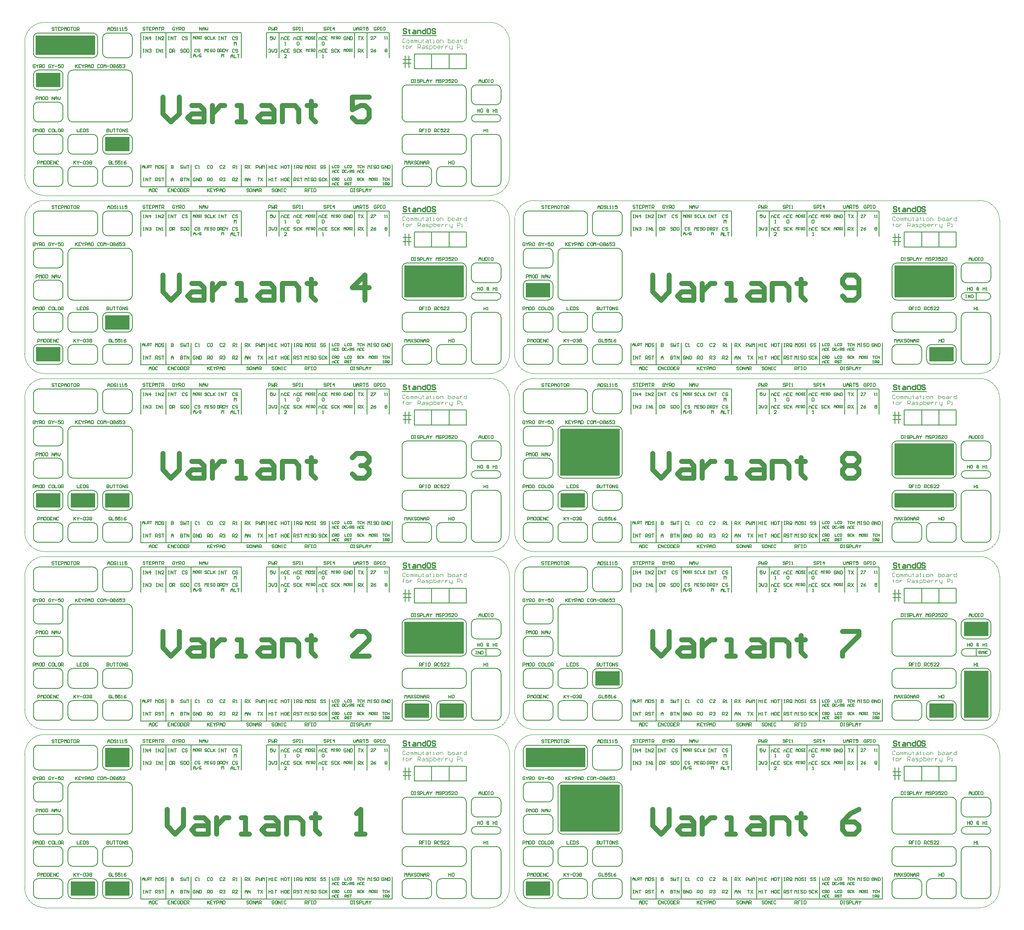
<source format=gto>
G04*
G04 #@! TF.GenerationSoftware,Altium Limited,Altium Designer,22.6.1 (34)*
G04*
G04 Layer_Color=65535*
%FSLAX24Y24*%
%MOIN*%
G70*
G04*
G04 #@! TF.SameCoordinates,E1D52860-6489-4A1D-BE11-D1A6212AA477*
G04*
G04*
G04 #@! TF.FilePolarity,Positive*
G04*
G01*
G75*
%ADD10C,0.0059*%
%ADD11C,0.0039*%
%ADD12C,0.0050*%
%ADD13C,0.0079*%
%ADD14C,0.0098*%
%ADD15C,0.0394*%
%ADD16R,0.1969X0.1181*%
%ADD17R,0.4724X0.3740*%
%ADD18R,0.4724X0.2559*%
%ADD19R,0.4724X0.1181*%
%ADD20R,0.1969X0.3740*%
%ADD21R,0.4724X0.3740*%
%ADD22R,0.4724X0.1575*%
%ADD23R,0.1969X0.1575*%
D10*
X5811Y16083D02*
G03*
X5418Y16477I-394J0D01*
G01*
Y14902D02*
G03*
X5811Y15295I0J394D01*
G01*
X3843Y16477D02*
G03*
X3449Y16083I0J-394D01*
G01*
Y15295D02*
G03*
X3843Y14902I394J0D01*
G01*
X8567Y46988D02*
G03*
X8173Y47382I-394J0D01*
G01*
Y45807D02*
G03*
X8567Y46201I0J394D01*
G01*
X6598Y47382D02*
G03*
X6205Y46988I0J-394D01*
G01*
Y46201D02*
G03*
X6598Y45807I394J0D01*
G01*
X3055Y49547D02*
G03*
X2662Y49941I-394J0D01*
G01*
Y48366D02*
G03*
X3055Y48760I0J394D01*
G01*
X1087Y49941D02*
G03*
X693Y49547I0J-394D01*
G01*
Y48760D02*
G03*
X1087Y48366I394J0D01*
G01*
X44788Y12540D02*
G03*
X44394Y12933I-394J0D01*
G01*
Y10965D02*
G03*
X44788Y11358I0J394D01*
G01*
X40063Y12933D02*
G03*
X39669Y12540I0J-394D01*
G01*
Y11358D02*
G03*
X40063Y10965I394J0D01*
G01*
X71362Y44429D02*
G03*
X70969Y44823I-394J0D01*
G01*
Y43248D02*
G03*
X71362Y43642I0J394D01*
G01*
X69394Y44823D02*
G03*
X69000Y44429I0J-394D01*
G01*
Y43642D02*
G03*
X69394Y43248I394J0D01*
G01*
X47544Y9587D02*
G03*
X47150Y9981I-394J0D01*
G01*
Y5847D02*
G03*
X47544Y6240I0J394D01*
G01*
X42819Y9981D02*
G03*
X42425Y9587I0J-394D01*
G01*
Y6240D02*
G03*
X42819Y5847I394J0D01*
G01*
X42032Y16083D02*
G03*
X41638Y16477I-394J0D01*
G01*
Y14902D02*
G03*
X42032Y15295I0J394D01*
G01*
X40063Y16477D02*
G03*
X39669Y16083I0J-394D01*
G01*
Y15295D02*
G03*
X40063Y14902I394J0D01*
G01*
X37898Y22579D02*
G03*
X37504Y22973I-394J0D01*
G01*
Y21398D02*
G03*
X37898Y21791I0J394D01*
G01*
X35929Y22973D02*
G03*
X35535Y22579I0J-394D01*
G01*
Y21791D02*
G03*
X35929Y21398I394J0D01*
G01*
X35142Y18642D02*
G03*
X34748Y19036I-394J0D01*
G01*
Y17461D02*
G03*
X35142Y17854I0J394D01*
G01*
X30417Y19036D02*
G03*
X30024Y18642I0J-394D01*
G01*
Y17854D02*
G03*
X30417Y17461I394J0D01*
G01*
X74118Y1910D02*
G03*
X73725Y2303I-394J0D01*
G01*
Y728D02*
G03*
X74118Y1122I0J394D01*
G01*
X72150Y2303D02*
G03*
X71756Y1910I0J-394D01*
G01*
Y1122D02*
G03*
X72150Y728I394J0D01*
G01*
X37898Y34488D02*
G03*
X37602Y34784I-295J0D01*
G01*
Y34193D02*
G03*
X37898Y34488I0J295D01*
G01*
X35831Y34784D02*
G03*
X35535Y34488I0J-295D01*
G01*
D02*
G03*
X35831Y34193I295J0D01*
G01*
X37898Y61162D02*
G03*
X37504Y61555I-394J0D01*
G01*
Y57421D02*
G03*
X37898Y57815I0J394D01*
G01*
X35929Y61555D02*
G03*
X35535Y61162I0J-394D01*
G01*
Y57815D02*
G03*
X35929Y57421I394J0D01*
G01*
X3055Y23760D02*
G03*
X2662Y24154I-394J0D01*
G01*
Y22579D02*
G03*
X3055Y22972I0J394D01*
G01*
X1087Y24154D02*
G03*
X693Y23760I0J-394D01*
G01*
Y22972D02*
G03*
X1087Y22579I394J0D01*
G01*
X74118Y36752D02*
G03*
X73725Y37146I-394J0D01*
G01*
Y34193D02*
G03*
X74118Y34587I0J394D01*
G01*
X69394Y37146D02*
G03*
X69000Y36752I0J-394D01*
G01*
Y34587D02*
G03*
X69394Y34193I394J0D01*
G01*
X5811Y40886D02*
G03*
X5418Y41280I-394J0D01*
G01*
Y39311D02*
G03*
X5811Y39705I0J394D01*
G01*
X1087Y41280D02*
G03*
X693Y40886I0J-394D01*
G01*
Y39705D02*
G03*
X1087Y39311I394J0D01*
G01*
X35142Y61162D02*
G03*
X34748Y61555I-394J0D01*
G01*
Y59980D02*
G03*
X35142Y60374I0J394D01*
G01*
X30417Y61555D02*
G03*
X30024Y61162I0J-394D01*
G01*
Y60374D02*
G03*
X30417Y59980I394J0D01*
G01*
X47544Y23760D02*
G03*
X47150Y24154I-394J0D01*
G01*
Y20020D02*
G03*
X47544Y20414I0J394D01*
G01*
X42819Y24154D02*
G03*
X42425Y23760I0J-394D01*
G01*
Y20414D02*
G03*
X42819Y20020I394J0D01*
G01*
X42032Y52106D02*
G03*
X41638Y52500I-394J0D01*
G01*
Y50925D02*
G03*
X42032Y51319I0J394D01*
G01*
X40063Y52500D02*
G03*
X39669Y52106I0J-394D01*
G01*
Y51319D02*
G03*
X40063Y50925I394J0D01*
G01*
X3055Y66280D02*
G03*
X2662Y66673I-394J0D01*
G01*
Y65098D02*
G03*
X3055Y65492I0J394D01*
G01*
X1087Y66673D02*
G03*
X693Y66280I0J-394D01*
G01*
Y65492D02*
G03*
X1087Y65098I394J0D01*
G01*
X3055Y18642D02*
G03*
X2662Y19036I-394J0D01*
G01*
Y17461D02*
G03*
X3055Y17854I0J394D01*
G01*
X1087Y19036D02*
G03*
X693Y18642I0J-394D01*
G01*
Y17854D02*
G03*
X1087Y17461I394J0D01*
G01*
X74118Y46988D02*
G03*
X73725Y47382I-394J0D01*
G01*
Y45807D02*
G03*
X74118Y46201I0J394D01*
G01*
X69394Y47382D02*
G03*
X69000Y46988I0J-394D01*
G01*
Y46201D02*
G03*
X69394Y45807I394J0D01*
G01*
X74118Y16083D02*
G03*
X73725Y16477I-394J0D01*
G01*
Y14902D02*
G03*
X74118Y15295I0J394D01*
G01*
X72150Y16477D02*
G03*
X71756Y16083I0J-394D01*
G01*
Y15295D02*
G03*
X72150Y14902I394J0D01*
G01*
X76874Y46988D02*
G03*
X76481Y47382I-394J0D01*
G01*
Y43248D02*
G03*
X76874Y43642I0J394D01*
G01*
X74906Y47382D02*
G03*
X74512Y46988I0J-394D01*
G01*
Y43642D02*
G03*
X74906Y43248I394J0D01*
G01*
X47544Y12540D02*
G03*
X47150Y12933I-394J0D01*
G01*
Y10965D02*
G03*
X47544Y11358I0J394D01*
G01*
X45575Y12933D02*
G03*
X45181Y12540I0J-394D01*
G01*
Y11358D02*
G03*
X45575Y10965I394J0D01*
G01*
X42032Y23760D02*
G03*
X41638Y24154I-394J0D01*
G01*
Y22579D02*
G03*
X42032Y22972I0J394D01*
G01*
X40063Y24154D02*
G03*
X39669Y23760I0J-394D01*
G01*
Y22972D02*
G03*
X40063Y22579I394J0D01*
G01*
X37898Y36752D02*
G03*
X37504Y37146I-394J0D01*
G01*
Y35571D02*
G03*
X37898Y35965I0J394D01*
G01*
X35929Y37146D02*
G03*
X35535Y36752I0J-394D01*
G01*
Y35965D02*
G03*
X35929Y35571I394J0D01*
G01*
X47544Y37933D02*
G03*
X47150Y38327I-394J0D01*
G01*
Y34193D02*
G03*
X47544Y34587I0J394D01*
G01*
X42819Y38327D02*
G03*
X42425Y37933I0J-394D01*
G01*
Y34587D02*
G03*
X42819Y34193I394J0D01*
G01*
X32386Y16083D02*
G03*
X31992Y16477I-394J0D01*
G01*
Y14902D02*
G03*
X32386Y15295I0J394D01*
G01*
X30417Y16477D02*
G03*
X30024Y16083I0J-394D01*
G01*
Y15295D02*
G03*
X30417Y14902I394J0D01*
G01*
X32386Y30256D02*
G03*
X31992Y30650I-394J0D01*
G01*
Y29075D02*
G03*
X32386Y29469I0J394D01*
G01*
X30417Y30650D02*
G03*
X30024Y30256I0J-394D01*
G01*
Y29469D02*
G03*
X30417Y29075I394J0D01*
G01*
X35142Y8406D02*
G03*
X34748Y8799I-394J0D01*
G01*
Y5846D02*
G03*
X35142Y6240I0J394D01*
G01*
X30417Y8799D02*
G03*
X30024Y8406I0J-394D01*
G01*
Y6240D02*
G03*
X30417Y5846I394J0D01*
G01*
X35142Y16083D02*
G03*
X34748Y16477I-394J0D01*
G01*
Y14902D02*
G03*
X35142Y15295I0J394D01*
G01*
X33173Y16477D02*
G03*
X32780Y16083I0J-394D01*
G01*
Y15295D02*
G03*
X33173Y14902I394J0D01*
G01*
X37898Y8406D02*
G03*
X37504Y8799I-394J0D01*
G01*
Y7224D02*
G03*
X37898Y7618I0J394D01*
G01*
X35929Y8799D02*
G03*
X35535Y8406I0J-394D01*
G01*
Y7618D02*
G03*
X35929Y7224I394J0D01*
G01*
X74118Y4469D02*
G03*
X73725Y4862I-394J0D01*
G01*
Y3287D02*
G03*
X74118Y3681I0J394D01*
G01*
X69394Y4862D02*
G03*
X69000Y4469I0J-394D01*
G01*
Y3681D02*
G03*
X69394Y3287I394J0D01*
G01*
X47544Y4469D02*
G03*
X47150Y4862I-394J0D01*
G01*
Y3287D02*
G03*
X47544Y3681I0J394D01*
G01*
X45575Y4862D02*
G03*
X45181Y4469I0J-394D01*
G01*
Y3681D02*
G03*
X45575Y3287I394J0D01*
G01*
X8567Y18642D02*
G03*
X8173Y19036I-394J0D01*
G01*
Y17461D02*
G03*
X8567Y17854I0J394D01*
G01*
X6598Y19036D02*
G03*
X6205Y18642I0J-394D01*
G01*
Y17854D02*
G03*
X6598Y17461I394J0D01*
G01*
X8567Y16083D02*
G03*
X8173Y16477I-394J0D01*
G01*
Y14902D02*
G03*
X8567Y15295I0J394D01*
G01*
X6598Y16477D02*
G03*
X6205Y16083I0J-394D01*
G01*
Y15295D02*
G03*
X6598Y14902I394J0D01*
G01*
X47544Y16083D02*
G03*
X47150Y16477I-394J0D01*
G01*
Y14902D02*
G03*
X47544Y15295I0J394D01*
G01*
X45575Y16477D02*
G03*
X45181Y16083I0J-394D01*
G01*
Y15295D02*
G03*
X45575Y14902I394J0D01*
G01*
X8567Y12540D02*
G03*
X8173Y12933I-394J0D01*
G01*
Y10965D02*
G03*
X8567Y11358I0J394D01*
G01*
X6598Y12933D02*
G03*
X6205Y12540I0J-394D01*
G01*
Y11358D02*
G03*
X6598Y10965I394J0D01*
G01*
X35142Y46988D02*
G03*
X34748Y47382I-394J0D01*
G01*
Y45807D02*
G03*
X35142Y46201I0J394D01*
G01*
X30417Y47382D02*
G03*
X30024Y46988I0J-394D01*
G01*
Y46201D02*
G03*
X30417Y45807I394J0D01*
G01*
X5811Y26713D02*
G03*
X5418Y27106I-394J0D01*
G01*
Y25138D02*
G03*
X5811Y25531I0J394D01*
G01*
X1087Y27106D02*
G03*
X693Y26713I0J-394D01*
G01*
Y25531D02*
G03*
X1087Y25138I394J0D01*
G01*
X5811Y12540D02*
G03*
X5418Y12933I-394J0D01*
G01*
Y10965D02*
G03*
X5811Y11358I0J394D01*
G01*
X1087Y12933D02*
G03*
X693Y12540I0J-394D01*
G01*
Y11358D02*
G03*
X1087Y10965I394J0D01*
G01*
X47544Y1910D02*
G03*
X47150Y2303I-394J0D01*
G01*
Y728D02*
G03*
X47544Y1122I0J394D01*
G01*
X45575Y2303D02*
G03*
X45181Y1910I0J-394D01*
G01*
Y1122D02*
G03*
X45575Y728I394J0D01*
G01*
X76874Y18642D02*
G03*
X76481Y19036I-394J0D01*
G01*
Y14902D02*
G03*
X76874Y15295I0J394D01*
G01*
X74906Y19036D02*
G03*
X74512Y18642I0J-394D01*
G01*
Y15295D02*
G03*
X74906Y14902I394J0D01*
G01*
X37898Y18642D02*
G03*
X37504Y19036I-394J0D01*
G01*
Y14902D02*
G03*
X37898Y15295I0J394D01*
G01*
X35929Y19036D02*
G03*
X35535Y18642I0J-394D01*
G01*
Y15295D02*
G03*
X35929Y14902I394J0D01*
G01*
X71362Y30256D02*
G03*
X70969Y30650I-394J0D01*
G01*
Y29075D02*
G03*
X71362Y29469I0J394D01*
G01*
X69394Y30650D02*
G03*
X69000Y30256I0J-394D01*
G01*
Y29469D02*
G03*
X69394Y29075I394J0D01*
G01*
X8567Y58603D02*
G03*
X8173Y58996I-394J0D01*
G01*
Y57421D02*
G03*
X8567Y57815I0J394D01*
G01*
X6598Y58996D02*
G03*
X6205Y58603I0J-394D01*
G01*
Y57815D02*
G03*
X6598Y57421I394J0D01*
G01*
X5811Y4469D02*
G03*
X5418Y4862I-394J0D01*
G01*
Y3287D02*
G03*
X5811Y3681I0J394D01*
G01*
X3843Y4862D02*
G03*
X3449Y4469I0J-394D01*
G01*
Y3681D02*
G03*
X3843Y3287I394J0D01*
G01*
X35142Y22579D02*
G03*
X34748Y22973I-394J0D01*
G01*
Y20020D02*
G03*
X35142Y20413I0J394D01*
G01*
X30417Y22973D02*
G03*
X30024Y22579I0J-394D01*
G01*
Y20413D02*
G03*
X30417Y20020I394J0D01*
G01*
X8567Y55059D02*
G03*
X8173Y55453I-394J0D01*
G01*
Y53484D02*
G03*
X8567Y53878I0J394D01*
G01*
X6598Y55453D02*
G03*
X6205Y55059I0J-394D01*
G01*
Y53878D02*
G03*
X6598Y53484I394J0D01*
G01*
X35142Y65098D02*
G03*
X34748Y65492I-394J0D01*
G01*
Y62539D02*
G03*
X35142Y62933I0J394D01*
G01*
X30417Y65492D02*
G03*
X30024Y65098I0J-394D01*
G01*
Y62933D02*
G03*
X30417Y62539I394J0D01*
G01*
X44788Y46988D02*
G03*
X44394Y47382I-394J0D01*
G01*
Y45807D02*
G03*
X44788Y46201I0J394D01*
G01*
X42819Y47382D02*
G03*
X42425Y46988I0J-394D01*
G01*
Y46201D02*
G03*
X42819Y45807I394J0D01*
G01*
X37898Y48662D02*
G03*
X37602Y48957I-295J0D01*
G01*
Y48366D02*
G03*
X37898Y48662I0J295D01*
G01*
X35831Y48957D02*
G03*
X35535Y48662I0J-295D01*
G01*
D02*
G03*
X35831Y48366I295J0D01*
G01*
X3055Y61162D02*
G03*
X2662Y61555I-394J0D01*
G01*
Y59980D02*
G03*
X3055Y60374I0J394D01*
G01*
X1087Y61555D02*
G03*
X693Y61162I0J-394D01*
G01*
Y60374D02*
G03*
X1087Y59980I394J0D01*
G01*
X5811Y46988D02*
G03*
X5418Y47382I-394J0D01*
G01*
Y45807D02*
G03*
X5811Y46201I0J394D01*
G01*
X3843Y47382D02*
G03*
X3449Y46988I0J-394D01*
G01*
Y46201D02*
G03*
X3843Y45807I394J0D01*
G01*
X47544Y30256D02*
G03*
X47150Y30650I-394J0D01*
G01*
Y29075D02*
G03*
X47544Y29469I0J394D01*
G01*
X45575Y30650D02*
G03*
X45181Y30256I0J-394D01*
G01*
Y29469D02*
G03*
X45575Y29075I394J0D01*
G01*
X76874Y36752D02*
G03*
X76481Y37146I-394J0D01*
G01*
Y35571D02*
G03*
X76874Y35965I0J394D01*
G01*
X74906Y37146D02*
G03*
X74512Y36752I0J-394D01*
G01*
Y35965D02*
G03*
X74906Y35571I394J0D01*
G01*
X44788Y40886D02*
G03*
X44394Y41280I-394J0D01*
G01*
Y39311D02*
G03*
X44788Y39705I0J394D01*
G01*
X40063Y41280D02*
G03*
X39669Y40886I0J-394D01*
G01*
Y39705D02*
G03*
X40063Y39311I394J0D01*
G01*
X3055Y52106D02*
G03*
X2662Y52500I-394J0D01*
G01*
Y50925D02*
G03*
X3055Y51319I0J394D01*
G01*
X1087Y52500D02*
G03*
X693Y52106I0J-394D01*
G01*
Y51319D02*
G03*
X1087Y50925I394J0D01*
G01*
X74118Y18642D02*
G03*
X73725Y19036I-394J0D01*
G01*
Y17461D02*
G03*
X74118Y17854I0J394D01*
G01*
X69394Y19036D02*
G03*
X69000Y18642I0J-394D01*
G01*
Y17854D02*
G03*
X69394Y17461I394J0D01*
G01*
X47544Y46988D02*
G03*
X47150Y47382I-394J0D01*
G01*
Y45807D02*
G03*
X47544Y46201I0J394D01*
G01*
X45575Y47382D02*
G03*
X45181Y46988I0J-394D01*
G01*
Y46201D02*
G03*
X45575Y45807I394J0D01*
G01*
X8567Y66280D02*
G03*
X8173Y66673I-394J0D01*
G01*
Y62540D02*
G03*
X8567Y62933I0J394D01*
G01*
X3843Y66673D02*
G03*
X3449Y66280I0J-394D01*
G01*
Y62933D02*
G03*
X3843Y62540I394J0D01*
G01*
X5811Y1910D02*
G03*
X5418Y2303I-394J0D01*
G01*
Y728D02*
G03*
X5811Y1122I0J394D01*
G01*
X3843Y2303D02*
G03*
X3449Y1910I0J-394D01*
G01*
Y1122D02*
G03*
X3843Y728I394J0D01*
G01*
X8567Y61162D02*
G03*
X8173Y61555I-394J0D01*
G01*
Y59980D02*
G03*
X8567Y60374I0J394D01*
G01*
X6598Y61555D02*
G03*
X6205Y61162I0J-394D01*
G01*
Y60374D02*
G03*
X6598Y59980I394J0D01*
G01*
X5811Y44429D02*
G03*
X5418Y44823I-394J0D01*
G01*
Y43248D02*
G03*
X5811Y43642I0J394D01*
G01*
X3843Y44823D02*
G03*
X3449Y44429I0J-394D01*
G01*
Y43642D02*
G03*
X3843Y43248I394J0D01*
G01*
X76874Y6142D02*
G03*
X76579Y6437I-295J0D01*
G01*
Y5846D02*
G03*
X76874Y6142I0J295D01*
G01*
X74807Y6437D02*
G03*
X74512Y6142I0J-295D01*
G01*
D02*
G03*
X74807Y5846I295J0D01*
G01*
X8567Y30256D02*
G03*
X8173Y30650I-394J0D01*
G01*
Y29075D02*
G03*
X8567Y29469I0J394D01*
G01*
X6598Y30650D02*
G03*
X6205Y30256I0J-394D01*
G01*
Y29469D02*
G03*
X6598Y29075I394J0D01*
G01*
X44788Y44429D02*
G03*
X44394Y44823I-394J0D01*
G01*
Y43248D02*
G03*
X44788Y43642I0J394D01*
G01*
X42819Y44823D02*
G03*
X42425Y44429I0J-394D01*
G01*
Y43642D02*
G03*
X42819Y43248I394J0D01*
G01*
X42032Y9587D02*
G03*
X41638Y9981I-394J0D01*
G01*
Y8406D02*
G03*
X42032Y8799I0J394D01*
G01*
X40063Y9981D02*
G03*
X39669Y9587I0J-394D01*
G01*
Y8799D02*
G03*
X40063Y8406I394J0D01*
G01*
X47544Y26713D02*
G03*
X47150Y27106I-394J0D01*
G01*
Y25138D02*
G03*
X47544Y25531I0J394D01*
G01*
X45575Y27106D02*
G03*
X45181Y26713I0J-394D01*
G01*
Y25531D02*
G03*
X45575Y25138I394J0D01*
G01*
X74118Y8406D02*
G03*
X73725Y8799I-394J0D01*
G01*
Y5846D02*
G03*
X74118Y6240I0J394D01*
G01*
X69394Y8799D02*
G03*
X69000Y8406I0J-394D01*
G01*
Y6240D02*
G03*
X69394Y5846I394J0D01*
G01*
X8567Y26713D02*
G03*
X8173Y27106I-394J0D01*
G01*
Y25138D02*
G03*
X8567Y25531I0J394D01*
G01*
X6598Y27106D02*
G03*
X6205Y26713I0J-394D01*
G01*
Y25531D02*
G03*
X6598Y25138I394J0D01*
G01*
X3055Y63721D02*
G03*
X2662Y64114I-394J0D01*
G01*
Y62539D02*
G03*
X3055Y62933I0J394D01*
G01*
X1087Y64114D02*
G03*
X693Y63721I0J-394D01*
G01*
Y62933D02*
G03*
X1087Y62539I394J0D01*
G01*
X37898Y65099D02*
G03*
X37504Y65492I-394J0D01*
G01*
Y63917D02*
G03*
X37898Y64311I0J394D01*
G01*
X35929Y65492D02*
G03*
X35535Y65099I0J-394D01*
G01*
Y64311D02*
G03*
X35929Y63917I394J0D01*
G01*
X37898Y50925D02*
G03*
X37504Y51319I-394J0D01*
G01*
Y49744D02*
G03*
X37898Y50138I0J394D01*
G01*
X35929Y51319D02*
G03*
X35535Y50925I0J-394D01*
G01*
Y50138D02*
G03*
X35929Y49744I394J0D01*
G01*
X42032Y35374D02*
G03*
X41638Y35768I-394J0D01*
G01*
Y34193D02*
G03*
X42032Y34587I0J394D01*
G01*
X40063Y35768D02*
G03*
X39669Y35374I0J-394D01*
G01*
Y34587D02*
G03*
X40063Y34193I394J0D01*
G01*
X42032Y4469D02*
G03*
X41638Y4862I-394J0D01*
G01*
Y3287D02*
G03*
X42032Y3681I0J394D01*
G01*
X40063Y4862D02*
G03*
X39669Y4469I0J-394D01*
G01*
Y3681D02*
G03*
X40063Y3287I394J0D01*
G01*
X44788Y16083D02*
G03*
X44394Y16477I-394J0D01*
G01*
Y14902D02*
G03*
X44788Y15295I0J394D01*
G01*
X42819Y16477D02*
G03*
X42425Y16083I0J-394D01*
G01*
Y15295D02*
G03*
X42819Y14902I394J0D01*
G01*
X42032Y21201D02*
G03*
X41638Y21595I-394J0D01*
G01*
Y20020D02*
G03*
X42032Y20413I0J394D01*
G01*
X40063Y21595D02*
G03*
X39669Y21201I0J-394D01*
G01*
Y20413D02*
G03*
X40063Y20020I394J0D01*
G01*
X35142Y44429D02*
G03*
X34748Y44823I-394J0D01*
G01*
Y43248D02*
G03*
X35142Y43642I0J394D01*
G01*
X33173Y44823D02*
G03*
X32780Y44429I0J-394D01*
G01*
Y43642D02*
G03*
X33173Y43248I394J0D01*
G01*
X5811Y69232D02*
G03*
X5418Y69626I-394J0D01*
G01*
Y67657D02*
G03*
X5811Y68051I0J394D01*
G01*
X1087Y69626D02*
G03*
X693Y69232I0J-394D01*
G01*
Y68051D02*
G03*
X1087Y67657I394J0D01*
G01*
X3055Y1910D02*
G03*
X2662Y2303I-394J0D01*
G01*
Y728D02*
G03*
X3055Y1122I0J394D01*
G01*
X1087Y2303D02*
G03*
X693Y1910I0J-394D01*
G01*
Y1122D02*
G03*
X1087Y728I394J0D01*
G01*
X8567Y9587D02*
G03*
X8173Y9981I-394J0D01*
G01*
Y5847D02*
G03*
X8567Y6240I0J394D01*
G01*
X3843Y9981D02*
G03*
X3449Y9587I0J-394D01*
G01*
Y6240D02*
G03*
X3843Y5847I394J0D01*
G01*
X47544Y18642D02*
G03*
X47150Y19036I-394J0D01*
G01*
Y17461D02*
G03*
X47544Y17854I0J394D01*
G01*
X45575Y19036D02*
G03*
X45181Y18642I0J-394D01*
G01*
Y17854D02*
G03*
X45575Y17461I394J0D01*
G01*
X44788Y26713D02*
G03*
X44394Y27106I-394J0D01*
G01*
Y25138D02*
G03*
X44788Y25531I0J394D01*
G01*
X40063Y27106D02*
G03*
X39669Y26713I0J-394D01*
G01*
Y25531D02*
G03*
X40063Y25138I394J0D01*
G01*
X5811Y30256D02*
G03*
X5418Y30650I-394J0D01*
G01*
Y29075D02*
G03*
X5811Y29469I0J394D01*
G01*
X3843Y30650D02*
G03*
X3449Y30256I0J-394D01*
G01*
Y29469D02*
G03*
X3843Y29075I394J0D01*
G01*
X3055Y4469D02*
G03*
X2662Y4862I-394J0D01*
G01*
Y3287D02*
G03*
X3055Y3681I0J394D01*
G01*
X1087Y4862D02*
G03*
X693Y4469I0J-394D01*
G01*
Y3681D02*
G03*
X1087Y3287I394J0D01*
G01*
X35142Y32815D02*
G03*
X34748Y33209I-394J0D01*
G01*
Y31634D02*
G03*
X35142Y32028I0J394D01*
G01*
X30417Y33209D02*
G03*
X30024Y32815I0J-394D01*
G01*
Y32028D02*
G03*
X30417Y31634I394J0D01*
G01*
X42032Y18642D02*
G03*
X41638Y19036I-394J0D01*
G01*
Y17461D02*
G03*
X42032Y17854I0J394D01*
G01*
X40063Y19036D02*
G03*
X39669Y18642I0J-394D01*
G01*
Y17854D02*
G03*
X40063Y17461I394J0D01*
G01*
X44788Y18642D02*
G03*
X44394Y19036I-394J0D01*
G01*
Y17461D02*
G03*
X44788Y17854I0J394D01*
G01*
X42819Y19036D02*
G03*
X42425Y18642I0J-394D01*
G01*
Y17854D02*
G03*
X42819Y17461I394J0D01*
G01*
X47544Y32815D02*
G03*
X47150Y33209I-394J0D01*
G01*
Y31634D02*
G03*
X47544Y32028I0J394D01*
G01*
X45575Y33209D02*
G03*
X45181Y32815I0J-394D01*
G01*
Y32028D02*
G03*
X45575Y31634I394J0D01*
G01*
X44788Y30256D02*
G03*
X44394Y30650I-394J0D01*
G01*
Y29075D02*
G03*
X44788Y29469I0J394D01*
G01*
X42819Y30650D02*
G03*
X42425Y30256I0J-394D01*
G01*
Y29469D02*
G03*
X42819Y29075I394J0D01*
G01*
X42032Y30256D02*
G03*
X41638Y30650I-394J0D01*
G01*
Y29075D02*
G03*
X42032Y29469I0J394D01*
G01*
X40063Y30650D02*
G03*
X39669Y30256I0J-394D01*
G01*
Y29469D02*
G03*
X40063Y29075I394J0D01*
G01*
X5811Y18642D02*
G03*
X5418Y19036I-394J0D01*
G01*
Y17461D02*
G03*
X5811Y17854I0J394D01*
G01*
X3843Y19036D02*
G03*
X3449Y18642I0J-394D01*
G01*
Y17854D02*
G03*
X3843Y17461I394J0D01*
G01*
X42032Y37933D02*
G03*
X41638Y38327I-394J0D01*
G01*
Y36752D02*
G03*
X42032Y37146I0J394D01*
G01*
X40063Y38327D02*
G03*
X39669Y37933I0J-394D01*
G01*
Y37146D02*
G03*
X40063Y36752I394J0D01*
G01*
X35142Y4469D02*
G03*
X34748Y4862I-394J0D01*
G01*
Y3287D02*
G03*
X35142Y3681I0J394D01*
G01*
X30417Y4862D02*
G03*
X30024Y4469I0J-394D01*
G01*
Y3681D02*
G03*
X30417Y3287I394J0D01*
G01*
X32386Y1910D02*
G03*
X31992Y2303I-394J0D01*
G01*
Y728D02*
G03*
X32386Y1122I0J394D01*
G01*
X30417Y2303D02*
G03*
X30024Y1910I0J-394D01*
G01*
Y1122D02*
G03*
X30417Y728I394J0D01*
G01*
X3055Y30256D02*
G03*
X2662Y30650I-394J0D01*
G01*
Y29075D02*
G03*
X3055Y29469I0J394D01*
G01*
X1087Y30650D02*
G03*
X693Y30256I0J-394D01*
G01*
Y29469D02*
G03*
X1087Y29075I394J0D01*
G01*
X5811Y32815D02*
G03*
X5418Y33209I-394J0D01*
G01*
Y31634D02*
G03*
X5811Y32028I0J394D01*
G01*
X3843Y33209D02*
G03*
X3449Y32815I0J-394D01*
G01*
Y32028D02*
G03*
X3843Y31634I394J0D01*
G01*
X3055Y35374D02*
G03*
X2662Y35768I-394J0D01*
G01*
Y34193D02*
G03*
X3055Y34587I0J394D01*
G01*
X1087Y35768D02*
G03*
X693Y35374I0J-394D01*
G01*
Y34587D02*
G03*
X1087Y34193I394J0D01*
G01*
X74118Y50925D02*
G03*
X73725Y51319I-394J0D01*
G01*
Y48366D02*
G03*
X74118Y48760I0J394D01*
G01*
X69394Y51319D02*
G03*
X69000Y50925I0J-394D01*
G01*
Y48760D02*
G03*
X69394Y48366I394J0D01*
G01*
X8567Y69232D02*
G03*
X8173Y69626I-394J0D01*
G01*
Y67657D02*
G03*
X8567Y68051I0J394D01*
G01*
X6598Y69626D02*
G03*
X6205Y69232I0J-394D01*
G01*
Y68051D02*
G03*
X6598Y67657I394J0D01*
G01*
X8567Y32815D02*
G03*
X8173Y33209I-394J0D01*
G01*
Y31634D02*
G03*
X8567Y32028I0J394D01*
G01*
X6598Y33209D02*
G03*
X6205Y32815I0J-394D01*
G01*
Y32028D02*
G03*
X6598Y31634I394J0D01*
G01*
X71362Y16083D02*
G03*
X70969Y16477I-394J0D01*
G01*
Y14902D02*
G03*
X71362Y15295I0J394D01*
G01*
X69394Y16477D02*
G03*
X69000Y16083I0J-394D01*
G01*
Y15295D02*
G03*
X69394Y14902I394J0D01*
G01*
X76874Y32815D02*
G03*
X76481Y33209I-394J0D01*
G01*
Y29075D02*
G03*
X76874Y29469I0J394D01*
G01*
X74906Y33209D02*
G03*
X74512Y32815I0J-394D01*
G01*
Y29469D02*
G03*
X74906Y29075I394J0D01*
G01*
X5811Y55059D02*
G03*
X5418Y55453I-394J0D01*
G01*
Y53484D02*
G03*
X5811Y53878I0J394D01*
G01*
X1087Y55453D02*
G03*
X693Y55059I0J-394D01*
G01*
Y53878D02*
G03*
X1087Y53484I394J0D01*
G01*
X44788Y4469D02*
G03*
X44394Y4862I-394J0D01*
G01*
Y3287D02*
G03*
X44788Y3681I0J394D01*
G01*
X42819Y4862D02*
G03*
X42425Y4469I0J-394D01*
G01*
Y3681D02*
G03*
X42819Y3287I394J0D01*
G01*
X3055Y37933D02*
G03*
X2662Y38327I-394J0D01*
G01*
Y36752D02*
G03*
X3055Y37146I0J394D01*
G01*
X1087Y38327D02*
G03*
X693Y37933I0J-394D01*
G01*
Y37146D02*
G03*
X1087Y36752I394J0D01*
G01*
X8567Y37933D02*
G03*
X8173Y38327I-394J0D01*
G01*
Y34193D02*
G03*
X8567Y34587I0J394D01*
G01*
X3843Y38327D02*
G03*
X3449Y37933I0J-394D01*
G01*
Y34587D02*
G03*
X3843Y34193I394J0D01*
G01*
X8567Y4469D02*
G03*
X8173Y4862I-394J0D01*
G01*
Y3287D02*
G03*
X8567Y3681I0J394D01*
G01*
X6598Y4862D02*
G03*
X6205Y4469I0J-394D01*
G01*
Y3681D02*
G03*
X6598Y3287I394J0D01*
G01*
X3055Y46988D02*
G03*
X2662Y47382I-394J0D01*
G01*
Y45807D02*
G03*
X3055Y46201I0J394D01*
G01*
X1087Y47382D02*
G03*
X693Y46988I0J-394D01*
G01*
Y46201D02*
G03*
X1087Y45807I394J0D01*
G01*
X37898Y20315D02*
G03*
X37602Y20610I-295J0D01*
G01*
Y20020D02*
G03*
X37898Y20315I0J295D01*
G01*
X35831Y20610D02*
G03*
X35535Y20315I0J-295D01*
G01*
D02*
G03*
X35831Y20020I295J0D01*
G01*
X76874Y50925D02*
G03*
X76481Y51319I-394J0D01*
G01*
Y49744D02*
G03*
X76874Y50138I0J394D01*
G01*
X74906Y51319D02*
G03*
X74512Y50925I0J-394D01*
G01*
Y50138D02*
G03*
X74906Y49744I394J0D01*
G01*
X76874Y22579D02*
G03*
X76481Y22973I-394J0D01*
G01*
Y21398D02*
G03*
X76874Y21791I0J394D01*
G01*
X74906Y22973D02*
G03*
X74512Y22579I0J-394D01*
G01*
Y21791D02*
G03*
X74906Y21398I394J0D01*
G01*
X8567Y44429D02*
G03*
X8173Y44823I-394J0D01*
G01*
Y43248D02*
G03*
X8567Y43642I0J394D01*
G01*
X6598Y44823D02*
G03*
X6205Y44429I0J-394D01*
G01*
Y43642D02*
G03*
X6598Y43248I394J0D01*
G01*
X37898Y4469D02*
G03*
X37504Y4862I-394J0D01*
G01*
Y728D02*
G03*
X37898Y1122I0J394D01*
G01*
X35929Y4862D02*
G03*
X35535Y4469I0J-394D01*
G01*
Y1122D02*
G03*
X35929Y728I394J0D01*
G01*
X5811Y58603D02*
G03*
X5418Y58996I-394J0D01*
G01*
Y57421D02*
G03*
X5811Y57815I0J394D01*
G01*
X3843Y58996D02*
G03*
X3449Y58603I0J-394D01*
G01*
Y57815D02*
G03*
X3843Y57421I394J0D01*
G01*
X35142Y36752D02*
G03*
X34748Y37146I-394J0D01*
G01*
Y34193D02*
G03*
X35142Y34587I0J394D01*
G01*
X30417Y37146D02*
G03*
X30024Y36752I0J-394D01*
G01*
Y34587D02*
G03*
X30417Y34193I394J0D01*
G01*
X42032Y32815D02*
G03*
X41638Y33209I-394J0D01*
G01*
Y31634D02*
G03*
X42032Y32028I0J394D01*
G01*
X40063Y33209D02*
G03*
X39669Y32815I0J-394D01*
G01*
Y32028D02*
G03*
X40063Y31634I394J0D01*
G01*
X74118Y30256D02*
G03*
X73725Y30650I-394J0D01*
G01*
Y29075D02*
G03*
X74118Y29469I0J394D01*
G01*
X72150Y30650D02*
G03*
X71756Y30256I0J-394D01*
G01*
Y29469D02*
G03*
X72150Y29075I394J0D01*
G01*
X37898Y46988D02*
G03*
X37504Y47382I-394J0D01*
G01*
Y43248D02*
G03*
X37898Y43642I0J394D01*
G01*
X35929Y47382D02*
G03*
X35535Y46988I0J-394D01*
G01*
Y43642D02*
G03*
X35929Y43248I394J0D01*
G01*
X3055Y21201D02*
G03*
X2662Y21595I-394J0D01*
G01*
Y20020D02*
G03*
X3055Y20413I0J394D01*
G01*
X1087Y21595D02*
G03*
X693Y21201I0J-394D01*
G01*
Y20413D02*
G03*
X1087Y20020I394J0D01*
G01*
X35142Y50925D02*
G03*
X34748Y51319I-394J0D01*
G01*
Y48366D02*
G03*
X35142Y48760I0J394D01*
G01*
X30417Y51319D02*
G03*
X30024Y50925I0J-394D01*
G01*
Y48760D02*
G03*
X30417Y48366I394J0D01*
G01*
X76874Y34488D02*
G03*
X76579Y34784I-295J0D01*
G01*
Y34193D02*
G03*
X76874Y34488I0J295D01*
G01*
X74807Y34784D02*
G03*
X74512Y34488I0J-295D01*
G01*
D02*
G03*
X74807Y34193I295J0D01*
G01*
X76874Y4469D02*
G03*
X76481Y4862I-394J0D01*
G01*
Y728D02*
G03*
X76874Y1122I0J394D01*
G01*
X74906Y4862D02*
G03*
X74512Y4469I0J-394D01*
G01*
Y1122D02*
G03*
X74906Y728I394J0D01*
G01*
X3055Y44429D02*
G03*
X2662Y44823I-394J0D01*
G01*
Y43248D02*
G03*
X3055Y43642I0J394D01*
G01*
X1087Y44823D02*
G03*
X693Y44429I0J-394D01*
G01*
Y43642D02*
G03*
X1087Y43248I394J0D01*
G01*
X5811Y61162D02*
G03*
X5418Y61555I-394J0D01*
G01*
Y59980D02*
G03*
X5811Y60374I0J394D01*
G01*
X3843Y61555D02*
G03*
X3449Y61162I0J-394D01*
G01*
Y60374D02*
G03*
X3843Y59980I394J0D01*
G01*
X32386Y58603D02*
G03*
X31992Y58996I-394J0D01*
G01*
Y57421D02*
G03*
X32386Y57815I0J394D01*
G01*
X30417Y58996D02*
G03*
X30024Y58603I0J-394D01*
G01*
Y57815D02*
G03*
X30417Y57421I394J0D01*
G01*
X35142Y1910D02*
G03*
X34748Y2303I-394J0D01*
G01*
Y728D02*
G03*
X35142Y1122I0J394D01*
G01*
X33173Y2303D02*
G03*
X32780Y1910I0J-394D01*
G01*
Y1122D02*
G03*
X33173Y728I394J0D01*
G01*
X44788Y1910D02*
G03*
X44394Y2303I-394J0D01*
G01*
Y728D02*
G03*
X44788Y1122I0J394D01*
G01*
X42819Y2303D02*
G03*
X42425Y1910I0J-394D01*
G01*
Y1122D02*
G03*
X42819Y728I394J0D01*
G01*
X37898Y6142D02*
G03*
X37602Y6437I-295J0D01*
G01*
Y5846D02*
G03*
X37898Y6142I0J295D01*
G01*
X35831Y6437D02*
G03*
X35535Y6142I0J-295D01*
G01*
Y6142D02*
G03*
X35831Y5846I295J0D01*
G01*
X42032Y44429D02*
G03*
X41638Y44823I-394J0D01*
G01*
Y43248D02*
G03*
X42032Y43642I0J394D01*
G01*
X40063Y44823D02*
G03*
X39669Y44429I0J-394D01*
G01*
Y43642D02*
G03*
X40063Y43248I394J0D01*
G01*
X35142Y58603D02*
G03*
X34748Y58996I-394J0D01*
G01*
Y57421D02*
G03*
X35142Y57815I0J394D01*
G01*
X33173Y58996D02*
G03*
X32780Y58603I0J-394D01*
G01*
Y57815D02*
G03*
X33173Y57421I394J0D01*
G01*
X37898Y62835D02*
G03*
X37602Y63130I-295J0D01*
G01*
Y62539D02*
G03*
X37898Y62835I0J295D01*
G01*
X35831Y63130D02*
G03*
X35535Y62835I0J-295D01*
G01*
Y62835D02*
G03*
X35831Y62539I295J0D01*
G01*
X47544Y44429D02*
G03*
X47150Y44823I-394J0D01*
G01*
Y43248D02*
G03*
X47544Y43642I0J394D01*
G01*
X45575Y44823D02*
G03*
X45181Y44429I0J-394D01*
G01*
Y43642D02*
G03*
X45575Y43248I394J0D01*
G01*
X42032Y46988D02*
G03*
X41638Y47382I-394J0D01*
G01*
Y45807D02*
G03*
X42032Y46201I0J394D01*
G01*
X40063Y47382D02*
G03*
X39669Y46988I0J-394D01*
G01*
Y46201D02*
G03*
X40063Y45807I394J0D01*
G01*
X76874Y48662D02*
G03*
X76579Y48957I-295J0D01*
G01*
Y48366D02*
G03*
X76874Y48662I0J295D01*
G01*
X74807Y48957D02*
G03*
X74512Y48662I0J-295D01*
G01*
D02*
G03*
X74807Y48366I295J0D01*
G01*
X44788Y55059D02*
G03*
X44394Y55453I-394J0D01*
G01*
Y53484D02*
G03*
X44788Y53878I0J394D01*
G01*
X40063Y55453D02*
G03*
X39669Y55059I0J-394D01*
G01*
Y53878D02*
G03*
X40063Y53484I394J0D01*
G01*
X3055Y32815D02*
G03*
X2662Y33209I-394J0D01*
G01*
Y31634D02*
G03*
X3055Y32028I0J394D01*
G01*
X1087Y33209D02*
G03*
X693Y32815I0J-394D01*
G01*
Y32028D02*
G03*
X1087Y31634I394J0D01*
G01*
X8567Y23760D02*
G03*
X8173Y24154I-394J0D01*
G01*
Y20020D02*
G03*
X8567Y20414I0J394D01*
G01*
X3843Y24154D02*
G03*
X3449Y23760I0J-394D01*
G01*
Y20414D02*
G03*
X3843Y20020I394J0D01*
G01*
X74118Y22579D02*
G03*
X73725Y22973I-394J0D01*
G01*
Y20020D02*
G03*
X74118Y20413I0J394D01*
G01*
X69394Y22973D02*
G03*
X69000Y22579I0J-394D01*
G01*
Y20413D02*
G03*
X69394Y20020I394J0D01*
G01*
X76874Y20315D02*
G03*
X76579Y20610I-295J0D01*
G01*
Y20020D02*
G03*
X76874Y20315I0J295D01*
G01*
X74807Y20610D02*
G03*
X74512Y20315I0J-295D01*
G01*
Y20315D02*
G03*
X74807Y20020I295J0D01*
G01*
X74118Y32815D02*
G03*
X73725Y33209I-394J0D01*
G01*
Y31634D02*
G03*
X74118Y32028I0J394D01*
G01*
X69394Y33209D02*
G03*
X69000Y32815I0J-394D01*
G01*
Y32028D02*
G03*
X69394Y31634I394J0D01*
G01*
X3055Y7028D02*
G03*
X2662Y7421I-394J0D01*
G01*
Y5846D02*
G03*
X3055Y6240I0J394D01*
G01*
X1087Y7421D02*
G03*
X693Y7028I0J-394D01*
G01*
Y6240D02*
G03*
X1087Y5846I394J0D01*
G01*
X42032Y7028D02*
G03*
X41638Y7421I-394J0D01*
G01*
Y5846D02*
G03*
X42032Y6240I0J394D01*
G01*
X40063Y7421D02*
G03*
X39669Y7028I0J-394D01*
G01*
Y6240D02*
G03*
X40063Y5846I394J0D01*
G01*
X44788Y32815D02*
G03*
X44394Y33209I-394J0D01*
G01*
Y31634D02*
G03*
X44788Y32028I0J394D01*
G01*
X42819Y33209D02*
G03*
X42425Y32815I0J-394D01*
G01*
Y32028D02*
G03*
X42819Y31634I394J0D01*
G01*
X37898Y32815D02*
G03*
X37504Y33209I-394J0D01*
G01*
Y29075D02*
G03*
X37898Y29469I0J394D01*
G01*
X35929Y33209D02*
G03*
X35535Y32815I0J-394D01*
G01*
Y29469D02*
G03*
X35929Y29075I394J0D01*
G01*
X71362Y1910D02*
G03*
X70969Y2303I-394J0D01*
G01*
Y728D02*
G03*
X71362Y1122I0J394D01*
G01*
X69394Y2303D02*
G03*
X69000Y1910I0J-394D01*
G01*
Y1122D02*
G03*
X69394Y728I394J0D01*
G01*
X47544Y52107D02*
G03*
X47150Y52500I-394J0D01*
G01*
Y48366D02*
G03*
X47544Y48760I0J394D01*
G01*
X42819Y52500D02*
G03*
X42425Y52107I0J-394D01*
G01*
Y48760D02*
G03*
X42819Y48366I394J0D01*
G01*
X35142Y30256D02*
G03*
X34748Y30650I-394J0D01*
G01*
Y29075D02*
G03*
X35142Y29469I0J394D01*
G01*
X33173Y30650D02*
G03*
X32780Y30256I0J-394D01*
G01*
Y29469D02*
G03*
X33173Y29075I394J0D01*
G01*
X42032Y1910D02*
G03*
X41638Y2303I-394J0D01*
G01*
Y728D02*
G03*
X42032Y1122I0J394D01*
G01*
X40063Y2303D02*
G03*
X39669Y1910I0J-394D01*
G01*
Y1122D02*
G03*
X40063Y728I394J0D01*
G01*
X8567Y40886D02*
G03*
X8173Y41280I-394J0D01*
G01*
Y39311D02*
G03*
X8567Y39705I0J394D01*
G01*
X6598Y41280D02*
G03*
X6205Y40886I0J-394D01*
G01*
Y39705D02*
G03*
X6598Y39311I394J0D01*
G01*
X8567Y1910D02*
G03*
X8173Y2303I-394J0D01*
G01*
Y728D02*
G03*
X8567Y1122I0J394D01*
G01*
X6598Y2303D02*
G03*
X6205Y1910I0J-394D01*
G01*
Y1122D02*
G03*
X6598Y728I394J0D01*
G01*
X47544Y40886D02*
G03*
X47150Y41280I-394J0D01*
G01*
Y39311D02*
G03*
X47544Y39705I0J394D01*
G01*
X45575Y41280D02*
G03*
X45181Y40886I0J-394D01*
G01*
Y39705D02*
G03*
X45575Y39311I394J0D01*
G01*
X76874Y8406D02*
G03*
X76481Y8799I-394J0D01*
G01*
Y7224D02*
G03*
X76874Y7618I0J394D01*
G01*
X74906Y8799D02*
G03*
X74512Y8406I0J-394D01*
G01*
Y7618D02*
G03*
X74906Y7224I394J0D01*
G01*
X3055Y16083D02*
G03*
X2662Y16477I-394J0D01*
G01*
Y14902D02*
G03*
X3055Y15295I0J394D01*
G01*
X1087Y16477D02*
G03*
X693Y16083I0J-394D01*
G01*
Y15295D02*
G03*
X1087Y14902I394J0D01*
G01*
X42032Y49547D02*
G03*
X41638Y49941I-394J0D01*
G01*
Y48366D02*
G03*
X42032Y48760I0J394D01*
G01*
X40063Y49941D02*
G03*
X39669Y49547I0J-394D01*
G01*
Y48760D02*
G03*
X40063Y48366I394J0D01*
G01*
X32386Y44429D02*
G03*
X31992Y44823I-394J0D01*
G01*
Y43248D02*
G03*
X32386Y43642I0J394D01*
G01*
X30417Y44823D02*
G03*
X30024Y44429I0J-394D01*
G01*
Y43642D02*
G03*
X30417Y43248I394J0D01*
G01*
X3055Y58603D02*
G03*
X2662Y58996I-394J0D01*
G01*
Y57421D02*
G03*
X3055Y57815I0J394D01*
G01*
X1087Y58996D02*
G03*
X693Y58603I0J-394D01*
G01*
Y57815D02*
G03*
X1087Y57421I394J0D01*
G01*
X74118Y44429D02*
G03*
X73725Y44823I-394J0D01*
G01*
Y43248D02*
G03*
X74118Y43642I0J394D01*
G01*
X72150Y44823D02*
G03*
X71756Y44429I0J-394D01*
G01*
Y43642D02*
G03*
X72150Y43248I394J0D01*
G01*
X47544Y55059D02*
G03*
X47150Y55453I-394J0D01*
G01*
Y53484D02*
G03*
X47544Y53878I0J394D01*
G01*
X45575Y55453D02*
G03*
X45181Y55059I0J-394D01*
G01*
Y53878D02*
G03*
X45575Y53484I394J0D01*
G01*
X8567Y52107D02*
G03*
X8173Y52500I-394J0D01*
G01*
Y48366D02*
G03*
X8567Y48760I0J394D01*
G01*
X3843Y52500D02*
G03*
X3449Y52107I0J-394D01*
G01*
Y48760D02*
G03*
X3843Y48366I394J0D01*
G01*
X3055Y9587D02*
G03*
X2662Y9981I-394J0D01*
G01*
Y8406D02*
G03*
X3055Y8799I0J394D01*
G01*
X1087Y9981D02*
G03*
X693Y9587I0J-394D01*
G01*
Y8799D02*
G03*
X1087Y8406I394J0D01*
G01*
X3843Y14902D02*
X5418D01*
X3843Y16477D02*
X5418D01*
X5811Y15295D02*
Y16083D01*
X3449Y15295D02*
Y16083D01*
X6598Y45807D02*
X8173D01*
X6598Y47382D02*
X8173D01*
X8567Y46201D02*
Y46988D01*
X6205Y46201D02*
Y46988D01*
X1087Y48366D02*
X2662D01*
X1087Y49941D02*
X2662D01*
X3055Y48760D02*
Y49547D01*
X693Y48760D02*
Y49547D01*
X40063Y10965D02*
X44394D01*
X40063Y12933D02*
X44394D01*
X44788Y11358D02*
Y12540D01*
X39669Y11358D02*
Y12540D01*
X69394Y43248D02*
X70969D01*
X69394Y44823D02*
X70969D01*
X71362Y43642D02*
Y44429D01*
X69000Y43642D02*
Y44429D01*
X42819Y5847D02*
X47150D01*
X42819Y9981D02*
X47150D01*
X47544Y6240D02*
Y9587D01*
X42425Y6240D02*
Y9587D01*
X40063Y14902D02*
X41638D01*
X40063Y16477D02*
X41638D01*
X42032Y15295D02*
Y16083D01*
X39669Y15295D02*
Y16083D01*
X35929Y21398D02*
X37504D01*
X35929Y22973D02*
X37504D01*
X37898Y21791D02*
Y22579D01*
X35535Y21791D02*
Y22579D01*
X30417Y17461D02*
X34748D01*
X30417Y19036D02*
X34748D01*
X35142Y17854D02*
Y18642D01*
X30024Y17854D02*
Y18642D01*
X72150Y728D02*
X73725D01*
X72150Y2303D02*
X73725D01*
X74118Y1122D02*
Y1910D01*
X71756Y1122D02*
Y1910D01*
X35831Y34193D02*
X37602D01*
X35831Y34784D02*
X37602D01*
X35929Y57421D02*
X37504D01*
X35929Y61555D02*
X37504D01*
X37898Y57815D02*
Y61162D01*
X35535Y57815D02*
Y61162D01*
X1087Y22579D02*
X2662D01*
X1087Y24154D02*
X2662D01*
X3055Y22972D02*
Y23760D01*
X693Y22972D02*
Y23760D01*
X69394Y34193D02*
X73725D01*
X69394Y37146D02*
X73725D01*
X74118Y34587D02*
Y36752D01*
X69000Y34587D02*
Y36752D01*
X1087Y39311D02*
X5418D01*
X1087Y41280D02*
X5418D01*
X5811Y39705D02*
Y40886D01*
X693Y39705D02*
Y40886D01*
X30417Y59980D02*
X34748D01*
X30417Y61555D02*
X34748D01*
X35142Y60374D02*
Y61162D01*
X30024Y60374D02*
Y61162D01*
X42819Y20020D02*
X47150D01*
X42819Y24154D02*
X47150D01*
X47544Y20414D02*
Y23760D01*
X42425Y20414D02*
Y23760D01*
X40063Y50925D02*
X41638D01*
X40063Y52500D02*
X41638D01*
X42032Y51319D02*
Y52106D01*
X39669Y51319D02*
Y52106D01*
X1087Y65098D02*
X2662D01*
X1087Y66673D02*
X2662D01*
X3055Y65492D02*
Y66280D01*
X693Y65492D02*
Y66280D01*
X1087Y17461D02*
X2662D01*
X1087Y19036D02*
X2662D01*
X3055Y17854D02*
Y18642D01*
X693Y17854D02*
Y18642D01*
X69394Y45807D02*
X73725D01*
X69394Y47382D02*
X73725D01*
X74118Y46201D02*
Y46988D01*
X69000Y46201D02*
Y46988D01*
X72150Y14902D02*
X73725D01*
X72150Y16477D02*
X73725D01*
X74118Y15295D02*
Y16083D01*
X71756Y15295D02*
Y16083D01*
X74906Y43248D02*
X76481D01*
X74906Y47382D02*
X76481D01*
X76874Y43642D02*
Y46988D01*
X74512Y43642D02*
Y46988D01*
X45575Y10965D02*
X47150D01*
X45575Y12933D02*
X47150D01*
X47544Y11358D02*
Y12540D01*
X45181Y11358D02*
Y12540D01*
X40063Y22579D02*
X41638D01*
X40063Y24154D02*
X41638D01*
X42032Y22972D02*
Y23760D01*
X39669Y22972D02*
Y23760D01*
X35929Y35571D02*
X37504D01*
X35929Y37146D02*
X37504D01*
X37898Y35965D02*
Y36752D01*
X35535Y35965D02*
Y36752D01*
X42819Y34193D02*
X47150D01*
X42819Y38327D02*
X47150D01*
X47544Y34587D02*
Y37933D01*
X42425Y34587D02*
Y37933D01*
X30417Y14902D02*
X31992D01*
X30417Y16477D02*
X31992D01*
X32386Y15295D02*
Y16083D01*
X30024Y15295D02*
Y16083D01*
X30417Y29075D02*
X31992D01*
X30417Y30650D02*
X31992D01*
X32386Y29469D02*
Y30256D01*
X30024Y29469D02*
Y30256D01*
X30417Y5846D02*
X34748D01*
X30417Y8799D02*
X34748D01*
X35142Y6240D02*
Y8406D01*
X30024Y6240D02*
Y8406D01*
X33173Y14902D02*
X34748D01*
X33173Y16477D02*
X34748D01*
X35142Y15295D02*
Y16083D01*
X32780Y15295D02*
Y16083D01*
X35929Y7224D02*
X37504D01*
X35929Y8799D02*
X37504D01*
X37898Y7618D02*
Y8406D01*
X35535Y7618D02*
Y8406D01*
X69394Y3287D02*
X73725D01*
X69394Y4862D02*
X73725D01*
X74118Y3681D02*
Y4469D01*
X69000Y3681D02*
Y4469D01*
X45575Y3287D02*
X47150D01*
X45575Y4862D02*
X47150D01*
X47544Y3681D02*
Y4469D01*
X45181Y3681D02*
Y4469D01*
X6598Y17461D02*
X8173D01*
X6598Y19036D02*
X8173D01*
X8567Y17854D02*
Y18642D01*
X6205Y17854D02*
Y18642D01*
X6598Y14902D02*
X8173D01*
X6598Y16477D02*
X8173D01*
X8567Y15295D02*
Y16083D01*
X6205Y15295D02*
Y16083D01*
X45575Y14902D02*
X47150D01*
X45575Y16477D02*
X47150D01*
X47544Y15295D02*
Y16083D01*
X45181Y15295D02*
Y16083D01*
X6598Y10965D02*
X8173D01*
X6598Y12933D02*
X8173D01*
X8567Y11358D02*
Y12540D01*
X6205Y11358D02*
Y12540D01*
X30417Y45807D02*
X34748D01*
X30417Y47382D02*
X34748D01*
X35142Y46201D02*
Y46988D01*
X30024Y46201D02*
Y46988D01*
X1087Y25138D02*
X5418D01*
X1087Y27106D02*
X5418D01*
X5811Y25531D02*
Y26713D01*
X693Y25531D02*
Y26713D01*
X1087Y10965D02*
X5418D01*
X1087Y12933D02*
X5418D01*
X5811Y11358D02*
Y12540D01*
X693Y11358D02*
Y12540D01*
X45575Y728D02*
X47150D01*
X45575Y2303D02*
X47150D01*
X47544Y1122D02*
Y1910D01*
X45181Y1122D02*
Y1910D01*
X74906Y14902D02*
X76481D01*
X74906Y19036D02*
X76481D01*
X76874Y15295D02*
Y18642D01*
X74512Y15295D02*
Y18642D01*
X35929Y14902D02*
X37504D01*
X35929Y19036D02*
X37504D01*
X37898Y15295D02*
Y18642D01*
X35535Y15295D02*
Y18642D01*
X69394Y29075D02*
X70969D01*
X69394Y30650D02*
X70969D01*
X71362Y29469D02*
Y30256D01*
X69000Y29469D02*
Y30256D01*
X6598Y57421D02*
X8173D01*
X6598Y58996D02*
X8173D01*
X8567Y57815D02*
Y58603D01*
X6205Y57815D02*
Y58603D01*
X3843Y3287D02*
X5418D01*
X3843Y4862D02*
X5418D01*
X5811Y3681D02*
Y4469D01*
X3449Y3681D02*
Y4469D01*
X30417Y20020D02*
X34748D01*
X30417Y22973D02*
X34748D01*
X35142Y20413D02*
Y22579D01*
X30024Y20413D02*
Y22579D01*
X6598Y53484D02*
X8173D01*
X6598Y55453D02*
X8173D01*
X8567Y53878D02*
Y55059D01*
X6205Y53878D02*
Y55059D01*
X30417Y62539D02*
X34748D01*
X30417Y65492D02*
X34748D01*
X35142Y62933D02*
Y65098D01*
X30024Y62933D02*
Y65098D01*
X42819Y45807D02*
X44394D01*
X42819Y47382D02*
X44394D01*
X44788Y46201D02*
Y46988D01*
X42425Y46201D02*
Y46988D01*
X35831Y48366D02*
X37602D01*
X35831Y48957D02*
X37602D01*
X1087Y59980D02*
X2662D01*
X1087Y61555D02*
X2662D01*
X3055Y60374D02*
Y61162D01*
X693Y60374D02*
Y61162D01*
X3843Y45807D02*
X5418D01*
X3843Y47382D02*
X5418D01*
X5811Y46201D02*
Y46988D01*
X3449Y46201D02*
Y46988D01*
X45575Y29075D02*
X47150D01*
X45575Y30650D02*
X47150D01*
X47544Y29469D02*
Y30256D01*
X45181Y29469D02*
Y30256D01*
X74906Y35571D02*
X76481D01*
X74906Y37146D02*
X76481D01*
X76874Y35965D02*
Y36752D01*
X74512Y35965D02*
Y36752D01*
X40063Y39311D02*
X44394D01*
X40063Y41280D02*
X44394D01*
X44788Y39705D02*
Y40886D01*
X39669Y39705D02*
Y40886D01*
X1087Y50925D02*
X2662D01*
X1087Y52500D02*
X2662D01*
X3055Y51319D02*
Y52106D01*
X693Y51319D02*
Y52106D01*
X69394Y17461D02*
X73725D01*
X69394Y19036D02*
X73725D01*
X74118Y17854D02*
Y18642D01*
X69000Y17854D02*
Y18642D01*
X45575Y45807D02*
X47150D01*
X45575Y47382D02*
X47150D01*
X47544Y46201D02*
Y46988D01*
X45181Y46201D02*
Y46988D01*
X3843Y62540D02*
X8173D01*
X3843Y66673D02*
X8173D01*
X8567Y62933D02*
Y66280D01*
X3449Y62933D02*
Y66280D01*
X3843Y728D02*
X5418D01*
X3843Y2303D02*
X5418D01*
X5811Y1122D02*
Y1910D01*
X3449Y1122D02*
Y1910D01*
X6598Y59980D02*
X8173D01*
X6598Y61555D02*
X8173D01*
X8567Y60374D02*
Y61162D01*
X6205Y60374D02*
Y61162D01*
X3843Y43248D02*
X5418D01*
X3843Y44823D02*
X5418D01*
X5811Y43642D02*
Y44429D01*
X3449Y43642D02*
Y44429D01*
X74807Y5846D02*
X76579D01*
X74807Y6437D02*
X76579D01*
X6598Y29075D02*
X8173D01*
X6598Y30650D02*
X8173D01*
X8567Y29469D02*
Y30256D01*
X6205Y29469D02*
Y30256D01*
X42819Y43248D02*
X44394D01*
X42819Y44823D02*
X44394D01*
X44788Y43642D02*
Y44429D01*
X42425Y43642D02*
Y44429D01*
X40063Y8406D02*
X41638D01*
X40063Y9981D02*
X41638D01*
X42032Y8799D02*
Y9587D01*
X39669Y8799D02*
Y9587D01*
X45575Y25138D02*
X47150D01*
X45575Y27106D02*
X47150D01*
X47544Y25531D02*
Y26713D01*
X45181Y25531D02*
Y26713D01*
X69394Y5846D02*
X73725D01*
X69394Y8799D02*
X73725D01*
X74118Y6240D02*
Y8406D01*
X69000Y6240D02*
Y8406D01*
X6598Y25138D02*
X8173D01*
X6598Y27106D02*
X8173D01*
X8567Y25531D02*
Y26713D01*
X6205Y25531D02*
Y26713D01*
X1087Y62539D02*
X2662D01*
X1087Y64114D02*
X2662D01*
X3055Y62933D02*
Y63721D01*
X693Y62933D02*
Y63721D01*
X35929Y63917D02*
X37504D01*
X35929Y65492D02*
X37504D01*
X37898Y64311D02*
Y65099D01*
X35535Y64311D02*
Y65099D01*
X35929Y49744D02*
X37504D01*
X35929Y51319D02*
X37504D01*
X37898Y50138D02*
Y50925D01*
X35535Y50138D02*
Y50925D01*
X40063Y34193D02*
X41638D01*
X40063Y35768D02*
X41638D01*
X42032Y34587D02*
Y35374D01*
X39669Y34587D02*
Y35374D01*
X40063Y3287D02*
X41638D01*
X40063Y4862D02*
X41638D01*
X42032Y3681D02*
Y4469D01*
X39669Y3681D02*
Y4469D01*
X42819Y14902D02*
X44394D01*
X42819Y16477D02*
X44394D01*
X44788Y15295D02*
Y16083D01*
X42425Y15295D02*
Y16083D01*
X40063Y20020D02*
X41638D01*
X40063Y21595D02*
X41638D01*
X42032Y20413D02*
Y21201D01*
X39669Y20413D02*
Y21201D01*
X33173Y43248D02*
X34748D01*
X33173Y44823D02*
X34748D01*
X35142Y43642D02*
Y44429D01*
X32780Y43642D02*
Y44429D01*
X1087Y67657D02*
X5418D01*
X1087Y69626D02*
X5418D01*
X5811Y68051D02*
Y69232D01*
X693Y68051D02*
Y69232D01*
X1087Y728D02*
X2662D01*
X1087Y2303D02*
X2662D01*
X3055Y1122D02*
Y1910D01*
X693Y1122D02*
Y1910D01*
X3843Y5847D02*
X8173D01*
X3843Y9981D02*
X8173D01*
X8567Y6240D02*
Y9587D01*
X3449Y6240D02*
Y9587D01*
X45575Y17461D02*
X47150D01*
X45575Y19036D02*
X47150D01*
X47544Y17854D02*
Y18642D01*
X45181Y17854D02*
Y18642D01*
X40063Y25138D02*
X44394D01*
X40063Y27106D02*
X44394D01*
X44788Y25531D02*
Y26713D01*
X39669Y25531D02*
Y26713D01*
X3843Y29075D02*
X5418D01*
X3843Y30650D02*
X5418D01*
X5811Y29469D02*
Y30256D01*
X3449Y29469D02*
Y30256D01*
X1087Y3287D02*
X2662D01*
X1087Y4862D02*
X2662D01*
X3055Y3681D02*
Y4469D01*
X693Y3681D02*
Y4469D01*
X30417Y31634D02*
X34748D01*
X30417Y33209D02*
X34748D01*
X35142Y32028D02*
Y32815D01*
X30024Y32028D02*
Y32815D01*
X40063Y17461D02*
X41638D01*
X40063Y19036D02*
X41638D01*
X42032Y17854D02*
Y18642D01*
X39669Y17854D02*
Y18642D01*
X42819Y17461D02*
X44394D01*
X42819Y19036D02*
X44394D01*
X44788Y17854D02*
Y18642D01*
X42425Y17854D02*
Y18642D01*
X45575Y31634D02*
X47150D01*
X45575Y33209D02*
X47150D01*
X47544Y32028D02*
Y32815D01*
X45181Y32028D02*
Y32815D01*
X42819Y29075D02*
X44394D01*
X42819Y30650D02*
X44394D01*
X44788Y29469D02*
Y30256D01*
X42425Y29469D02*
Y30256D01*
X40063Y29075D02*
X41638D01*
X40063Y30650D02*
X41638D01*
X42032Y29469D02*
Y30256D01*
X39669Y29469D02*
Y30256D01*
X3843Y17461D02*
X5418D01*
X3843Y19036D02*
X5418D01*
X5811Y17854D02*
Y18642D01*
X3449Y17854D02*
Y18642D01*
X40063Y36752D02*
X41638D01*
X40063Y38327D02*
X41638D01*
X42032Y37146D02*
Y37933D01*
X39669Y37146D02*
Y37933D01*
X30417Y3287D02*
X34748D01*
X30417Y4862D02*
X34748D01*
X35142Y3681D02*
Y4469D01*
X30024Y3681D02*
Y4469D01*
X30417Y728D02*
X31992D01*
X30417Y2303D02*
X31992D01*
X32386Y1122D02*
Y1910D01*
X30024Y1122D02*
Y1910D01*
X1087Y29075D02*
X2662D01*
X1087Y30650D02*
X2662D01*
X3055Y29469D02*
Y30256D01*
X693Y29469D02*
Y30256D01*
X3843Y31634D02*
X5418D01*
X3843Y33209D02*
X5418D01*
X5811Y32028D02*
Y32815D01*
X3449Y32028D02*
Y32815D01*
X1087Y34193D02*
X2662D01*
X1087Y35768D02*
X2662D01*
X3055Y34587D02*
Y35374D01*
X693Y34587D02*
Y35374D01*
X69394Y48366D02*
X73725D01*
X69394Y51319D02*
X73725D01*
X74118Y48760D02*
Y50925D01*
X69000Y48760D02*
Y50925D01*
X6598Y67657D02*
X8173D01*
X6598Y69626D02*
X8173D01*
X8567Y68051D02*
Y69232D01*
X6205Y68051D02*
Y69232D01*
X6598Y31634D02*
X8173D01*
X6598Y33209D02*
X8173D01*
X8567Y32028D02*
Y32815D01*
X6205Y32028D02*
Y32815D01*
X69394Y14902D02*
X70969D01*
X69394Y16477D02*
X70969D01*
X71362Y15295D02*
Y16083D01*
X69000Y15295D02*
Y16083D01*
X74906Y29075D02*
X76481D01*
X74906Y33209D02*
X76481D01*
X76874Y29469D02*
Y32815D01*
X74512Y29469D02*
Y32815D01*
X1087Y53484D02*
X5418D01*
X1087Y55453D02*
X5418D01*
X5811Y53878D02*
Y55059D01*
X693Y53878D02*
Y55059D01*
X42819Y3287D02*
X44394D01*
X42819Y4862D02*
X44394D01*
X44788Y3681D02*
Y4469D01*
X42425Y3681D02*
Y4469D01*
X1087Y36752D02*
X2662D01*
X1087Y38327D02*
X2662D01*
X3055Y37146D02*
Y37933D01*
X693Y37146D02*
Y37933D01*
X3843Y34193D02*
X8173D01*
X3843Y38327D02*
X8173D01*
X8567Y34587D02*
Y37933D01*
X3449Y34587D02*
Y37933D01*
X6598Y3287D02*
X8173D01*
X6598Y4862D02*
X8173D01*
X8567Y3681D02*
Y4469D01*
X6205Y3681D02*
Y4469D01*
X1087Y45807D02*
X2662D01*
X1087Y47382D02*
X2662D01*
X3055Y46201D02*
Y46988D01*
X693Y46201D02*
Y46988D01*
X35831Y20020D02*
X37602D01*
X35831Y20610D02*
X37602D01*
X74906Y49744D02*
X76481D01*
X74906Y51319D02*
X76481D01*
X76874Y50138D02*
Y50925D01*
X74512Y50138D02*
Y50925D01*
X74906Y21398D02*
X76481D01*
X74906Y22973D02*
X76481D01*
X76874Y21791D02*
Y22579D01*
X74512Y21791D02*
Y22579D01*
X6598Y43248D02*
X8173D01*
X6598Y44823D02*
X8173D01*
X8567Y43642D02*
Y44429D01*
X6205Y43642D02*
Y44429D01*
X35929Y728D02*
X37504D01*
X35929Y4862D02*
X37504D01*
X37898Y1122D02*
Y4469D01*
X35535Y1122D02*
Y4469D01*
X3843Y57421D02*
X5418D01*
X3843Y58996D02*
X5418D01*
X5811Y57815D02*
Y58603D01*
X3449Y57815D02*
Y58603D01*
X30417Y34193D02*
X34748D01*
X30417Y37146D02*
X34748D01*
X35142Y34587D02*
Y36752D01*
X30024Y34587D02*
Y36752D01*
X40063Y31634D02*
X41638D01*
X40063Y33209D02*
X41638D01*
X42032Y32028D02*
Y32815D01*
X39669Y32028D02*
Y32815D01*
X72150Y29075D02*
X73725D01*
X72150Y30650D02*
X73725D01*
X74118Y29469D02*
Y30256D01*
X71756Y29469D02*
Y30256D01*
X35929Y43248D02*
X37504D01*
X35929Y47382D02*
X37504D01*
X37898Y43642D02*
Y46988D01*
X35535Y43642D02*
Y46988D01*
X1087Y20020D02*
X2662D01*
X1087Y21595D02*
X2662D01*
X3055Y20413D02*
Y21201D01*
X693Y20413D02*
Y21201D01*
X30417Y48366D02*
X34748D01*
X30417Y51319D02*
X34748D01*
X35142Y48760D02*
Y50925D01*
X30024Y48760D02*
Y50925D01*
X74807Y34193D02*
X76579D01*
X74807Y34784D02*
X76579D01*
X74906Y728D02*
X76481D01*
X74906Y4862D02*
X76481D01*
X76874Y1122D02*
Y4469D01*
X74512Y1122D02*
Y4469D01*
X1087Y43248D02*
X2662D01*
X1087Y44823D02*
X2662D01*
X3055Y43642D02*
Y44429D01*
X693Y43642D02*
Y44429D01*
X3843Y59980D02*
X5418D01*
X3843Y61555D02*
X5418D01*
X5811Y60374D02*
Y61162D01*
X3449Y60374D02*
Y61162D01*
X30417Y57421D02*
X31992D01*
X30417Y58996D02*
X31992D01*
X32386Y57815D02*
Y58603D01*
X30024Y57815D02*
Y58603D01*
X33173Y728D02*
X34748D01*
X33173Y2303D02*
X34748D01*
X35142Y1122D02*
Y1910D01*
X32780Y1122D02*
Y1910D01*
X42819Y728D02*
X44394D01*
X42819Y2303D02*
X44394D01*
X44788Y1122D02*
Y1910D01*
X42425Y1122D02*
Y1910D01*
X35831Y5846D02*
X37602D01*
X35831Y6437D02*
X37602D01*
X37898Y6142D02*
Y6142D01*
X35535Y6142D02*
Y6142D01*
X40063Y43248D02*
X41638D01*
X40063Y44823D02*
X41638D01*
X42032Y43642D02*
Y44429D01*
X39669Y43642D02*
Y44429D01*
X33173Y57421D02*
X34748D01*
X33173Y58996D02*
X34748D01*
X35142Y57815D02*
Y58603D01*
X32780Y57815D02*
Y58603D01*
X35831Y62539D02*
X37602D01*
X35831Y63130D02*
X37602D01*
X37898Y62835D02*
Y62835D01*
X35535Y62835D02*
Y62835D01*
X45575Y43248D02*
X47150D01*
X45575Y44823D02*
X47150D01*
X47544Y43642D02*
Y44429D01*
X45181Y43642D02*
Y44429D01*
X40063Y45807D02*
X41638D01*
X40063Y47382D02*
X41638D01*
X42032Y46201D02*
Y46988D01*
X39669Y46201D02*
Y46988D01*
X74807Y48366D02*
X76579D01*
X74807Y48957D02*
X76579D01*
X40063Y53484D02*
X44394D01*
X40063Y55453D02*
X44394D01*
X44788Y53878D02*
Y55059D01*
X39669Y53878D02*
Y55059D01*
X1087Y31634D02*
X2662D01*
X1087Y33209D02*
X2662D01*
X3055Y32028D02*
Y32815D01*
X693Y32028D02*
Y32815D01*
X3843Y20020D02*
X8173D01*
X3843Y24154D02*
X8173D01*
X8567Y20414D02*
Y23760D01*
X3449Y20414D02*
Y23760D01*
X69394Y20020D02*
X73725D01*
X69394Y22973D02*
X73725D01*
X74118Y20413D02*
Y22579D01*
X69000Y20413D02*
Y22579D01*
X74807Y20020D02*
X76579D01*
X74807Y20610D02*
X76579D01*
X76874Y20315D02*
Y20315D01*
X74512Y20315D02*
Y20315D01*
X69394Y31634D02*
X73725D01*
X69394Y33209D02*
X73725D01*
X74118Y32028D02*
Y32815D01*
X69000Y32028D02*
Y32815D01*
X1087Y5846D02*
X2662D01*
X1087Y7421D02*
X2662D01*
X3055Y6240D02*
Y7028D01*
X693Y6240D02*
Y7028D01*
X40063Y5846D02*
X41638D01*
X40063Y7421D02*
X41638D01*
X42032Y6240D02*
Y7028D01*
X39669Y6240D02*
Y7028D01*
X42819Y31634D02*
X44394D01*
X42819Y33209D02*
X44394D01*
X44788Y32028D02*
Y32815D01*
X42425Y32028D02*
Y32815D01*
X35929Y29075D02*
X37504D01*
X35929Y33209D02*
X37504D01*
X37898Y29469D02*
Y32815D01*
X35535Y29469D02*
Y32815D01*
X69394Y728D02*
X70969D01*
X69394Y2303D02*
X70969D01*
X71362Y1122D02*
Y1910D01*
X69000Y1122D02*
Y1910D01*
X42819Y48366D02*
X47150D01*
X42819Y52500D02*
X47150D01*
X47544Y48760D02*
Y52107D01*
X42425Y48760D02*
Y52107D01*
X33173Y29075D02*
X34748D01*
X33173Y30650D02*
X34748D01*
X35142Y29469D02*
Y30256D01*
X32780Y29469D02*
Y30256D01*
X40063Y728D02*
X41638D01*
X40063Y2303D02*
X41638D01*
X42032Y1122D02*
Y1910D01*
X39669Y1122D02*
Y1910D01*
X6598Y39311D02*
X8173D01*
X6598Y41280D02*
X8173D01*
X8567Y39705D02*
Y40886D01*
X6205Y39705D02*
Y40886D01*
X6598Y728D02*
X8173D01*
X6598Y2303D02*
X8173D01*
X8567Y1122D02*
Y1910D01*
X6205Y1122D02*
Y1910D01*
X45575Y39311D02*
X47150D01*
X45575Y41280D02*
X47150D01*
X47544Y39705D02*
Y40886D01*
X45181Y39705D02*
Y40886D01*
X74906Y7224D02*
X76481D01*
X74906Y8799D02*
X76481D01*
X76874Y7618D02*
Y8406D01*
X74512Y7618D02*
Y8406D01*
X1087Y14902D02*
X2662D01*
X1087Y16477D02*
X2662D01*
X3055Y15295D02*
Y16083D01*
X693Y15295D02*
Y16083D01*
X40063Y48366D02*
X41638D01*
X40063Y49941D02*
X41638D01*
X42032Y48760D02*
Y49547D01*
X39669Y48760D02*
Y49547D01*
X30417Y43248D02*
X31992D01*
X30417Y44823D02*
X31992D01*
X32386Y43642D02*
Y44429D01*
X30024Y43642D02*
Y44429D01*
X1087Y57421D02*
X2662D01*
X1087Y58996D02*
X2662D01*
X3055Y57815D02*
Y58603D01*
X693Y57815D02*
Y58603D01*
X72150Y43248D02*
X73725D01*
X72150Y44823D02*
X73725D01*
X74118Y43642D02*
Y44429D01*
X71756Y43642D02*
Y44429D01*
X45575Y53484D02*
X47150D01*
X45575Y55453D02*
X47150D01*
X47544Y53878D02*
Y55059D01*
X45181Y53878D02*
Y55059D01*
X3843Y48366D02*
X8173D01*
X3843Y52500D02*
X8173D01*
X8567Y48760D02*
Y52107D01*
X3449Y48760D02*
Y52107D01*
X1087Y8406D02*
X2662D01*
X1087Y9981D02*
X2662D01*
X3055Y8799D02*
Y9587D01*
X693Y8799D02*
Y9587D01*
X75693Y48405D02*
Y48917D01*
Y20059D02*
Y20571D01*
X69000Y12736D02*
X71756D01*
X69984Y10079D02*
X74118D01*
X69984Y11260D02*
X74118D01*
X69984Y10079D02*
Y11260D01*
X71362Y10079D02*
Y11260D01*
X72740Y10079D02*
Y11260D01*
X74118Y10079D02*
Y11260D01*
X69000Y26909D02*
X71756D01*
X69984Y24252D02*
X74118D01*
X69984Y25433D02*
X74118D01*
X69984Y24252D02*
Y25433D01*
X71362Y24252D02*
Y25433D01*
X72740Y24252D02*
Y25433D01*
X74118Y24252D02*
Y25433D01*
X69000Y41083D02*
X71756D01*
X69984Y38425D02*
X74118D01*
X69984Y39606D02*
X74118D01*
X69984Y38425D02*
Y39606D01*
X71362Y38425D02*
Y39606D01*
X72740Y38425D02*
Y39606D01*
X74118Y38425D02*
Y39606D01*
X69000Y55256D02*
X71756D01*
X69984Y52598D02*
X74118D01*
X69984Y53779D02*
X74118D01*
X69984Y52598D02*
Y53779D01*
X71362Y52598D02*
Y53779D01*
X72740Y52598D02*
Y53779D01*
X74118Y52598D02*
Y53779D01*
X30024Y69429D02*
X32780D01*
X31008Y66772D02*
X35142D01*
X31008Y67953D02*
X35142D01*
X31008Y66772D02*
Y67953D01*
X32386Y66772D02*
Y67953D01*
X33764Y66772D02*
Y67953D01*
X35142Y66772D02*
Y67953D01*
X30024Y55256D02*
X32780D01*
X31008Y52598D02*
X35142D01*
X31008Y53779D02*
X35142D01*
X31008Y52598D02*
Y53779D01*
X32386Y52598D02*
Y53779D01*
X33764Y52598D02*
Y53779D01*
X35142Y52598D02*
Y53779D01*
X30024Y41083D02*
X32780D01*
X31008Y38425D02*
X35142D01*
X31008Y39606D02*
X35142D01*
X31008Y38425D02*
Y39606D01*
X32386Y38425D02*
Y39606D01*
X33764Y38425D02*
Y39606D01*
X35142Y38425D02*
Y39606D01*
X30024Y26909D02*
X32780D01*
X31008Y24252D02*
X35142D01*
X31008Y25433D02*
X35142D01*
X31008Y24252D02*
Y25433D01*
X32386Y24252D02*
Y25433D01*
X33764Y24252D02*
Y25433D01*
X35142Y24252D02*
Y25433D01*
Y10079D02*
Y11260D01*
X33764Y10079D02*
Y11260D01*
X32386Y10079D02*
Y11260D01*
X31008Y10079D02*
Y11260D01*
X35142D01*
X31008Y10079D02*
X35142D01*
X36717Y20059D02*
Y20571D01*
X30024Y12736D02*
X32780D01*
X76024Y20381D02*
X75991Y20413D01*
X75926D01*
X75893Y20381D01*
Y20348D01*
X75926Y20315D01*
X75991D01*
X76024Y20282D01*
Y20249D01*
X75991Y20217D01*
X75926D01*
X75893Y20249D01*
X76090Y20413D02*
Y20381D01*
X76155Y20315D01*
X76221Y20381D01*
Y20413D01*
X76155Y20315D02*
Y20217D01*
X76287D02*
Y20413D01*
X76418Y20217D01*
Y20413D01*
X76615Y20381D02*
X76582Y20413D01*
X76516D01*
X76483Y20381D01*
Y20249D01*
X76516Y20217D01*
X76582D01*
X76615Y20249D01*
D11*
X38583Y68898D02*
G03*
X37008Y70472I-1575J0D01*
G01*
Y56693D02*
G03*
X38583Y58268I0J1575D01*
G01*
X1575Y70472D02*
G03*
X0Y68898I0J-1575D01*
G01*
Y58268D02*
G03*
X1575Y56693I1575J0D01*
G01*
X38583Y12205D02*
G03*
X37008Y13780I-1575J0D01*
G01*
Y0D02*
G03*
X38583Y1575I0J1575D01*
G01*
X1575Y13780D02*
G03*
X0Y12205I0J-1575D01*
G01*
Y1575D02*
G03*
X1575Y0I1575J0D01*
G01*
X77559Y26378D02*
G03*
X75984Y27953I-1575J0D01*
G01*
Y14173D02*
G03*
X77559Y15748I0J1575D01*
G01*
X40551Y27953D02*
G03*
X38976Y26378I0J-1575D01*
G01*
Y15748D02*
G03*
X40551Y14173I1575J0D01*
G01*
X38583Y40551D02*
G03*
X37008Y42126I-1575J0D01*
G01*
Y28346D02*
G03*
X38583Y29921I0J1575D01*
G01*
X1575Y42126D02*
G03*
X0Y40551I0J-1575D01*
G01*
Y29921D02*
G03*
X1575Y28346I1575J0D01*
G01*
X38583Y26378D02*
G03*
X37008Y27953I-1575J0D01*
G01*
Y14173D02*
G03*
X38583Y15748I0J1575D01*
G01*
X1575Y27953D02*
G03*
X0Y26378I0J-1575D01*
G01*
Y15748D02*
G03*
X1575Y14173I1575J0D01*
G01*
X77559Y40551D02*
G03*
X75984Y42126I-1575J0D01*
G01*
Y28346D02*
G03*
X77559Y29921I0J1575D01*
G01*
X40551Y42126D02*
G03*
X38976Y40551I0J-1575D01*
G01*
Y29921D02*
G03*
X40551Y28346I1575J0D01*
G01*
X77559Y54724D02*
G03*
X75984Y56299I-1575J0D01*
G01*
Y42520D02*
G03*
X77559Y44094I0J1575D01*
G01*
X40551Y56299D02*
G03*
X38976Y54724I0J-1575D01*
G01*
Y44094D02*
G03*
X40551Y42520I1575J0D01*
G01*
X77559Y12205D02*
G03*
X75984Y13780I-1575J0D01*
G01*
Y0D02*
G03*
X77559Y1575I0J1575D01*
G01*
X40551Y13780D02*
G03*
X38976Y12205I0J-1575D01*
G01*
Y1575D02*
G03*
X40551Y0I1575J0D01*
G01*
X38583Y54724D02*
G03*
X37008Y56299I-1575J0D01*
G01*
Y42520D02*
G03*
X38583Y44094I0J1575D01*
G01*
X1575Y56299D02*
G03*
X0Y54724I0J-1575D01*
G01*
Y44094D02*
G03*
X1575Y42520I1575J0D01*
G01*
Y56693D02*
X37008D01*
X1575Y70472D02*
X37008D01*
X38583Y58268D02*
Y68898D01*
X0Y58268D02*
Y68898D01*
X1575Y0D02*
X37008D01*
X1575Y13780D02*
X37008D01*
X38583Y1575D02*
Y12205D01*
X0Y1575D02*
Y12205D01*
X40551Y14173D02*
X75984D01*
X40551Y27953D02*
X75984D01*
X77559Y15748D02*
Y26378D01*
X38976Y15748D02*
Y26378D01*
X1575Y28346D02*
X37008D01*
X1575Y42126D02*
X37008D01*
X38583Y29921D02*
Y40551D01*
X0Y29921D02*
Y40551D01*
X1575Y14173D02*
X37008D01*
X1575Y27953D02*
X37008D01*
X38583Y15748D02*
Y26378D01*
X0Y15748D02*
Y26378D01*
X40551Y28346D02*
X75984D01*
X40551Y42126D02*
X75984D01*
X77559Y29921D02*
Y40551D01*
X38976Y29921D02*
Y40551D01*
X40551Y42520D02*
X75984D01*
X40551Y56299D02*
X75984D01*
X77559Y44094D02*
Y54724D01*
X38976Y44094D02*
Y54724D01*
X40551Y0D02*
X75984D01*
X40551Y13780D02*
X75984D01*
X77559Y1575D02*
Y12205D01*
X38976Y1575D02*
Y12205D01*
X1575Y42520D02*
X37008D01*
X1575Y56299D02*
X37008D01*
X38583Y44094D02*
Y54724D01*
X0Y44094D02*
Y54724D01*
X30273Y12434D02*
X30220Y12487D01*
X30115D01*
X30063Y12434D01*
Y12224D01*
X30115Y12172D01*
X30220D01*
X30273Y12224D01*
X30430Y12172D02*
X30535D01*
X30588Y12224D01*
Y12329D01*
X30535Y12382D01*
X30430D01*
X30378Y12329D01*
Y12224D01*
X30430Y12172D01*
X30693D02*
Y12382D01*
X30745D01*
X30798Y12329D01*
Y12172D01*
Y12329D01*
X30850Y12382D01*
X30903Y12329D01*
Y12172D01*
X31008D02*
Y12382D01*
X31060D01*
X31113Y12329D01*
Y12172D01*
Y12329D01*
X31165Y12382D01*
X31217Y12329D01*
Y12172D01*
X31322Y12382D02*
Y12224D01*
X31375Y12172D01*
X31532D01*
Y12382D01*
X31690Y12434D02*
Y12382D01*
X31637D01*
X31742D01*
X31690D01*
Y12224D01*
X31742Y12172D01*
X31952Y12382D02*
X32057D01*
X32110Y12329D01*
Y12172D01*
X31952D01*
X31900Y12224D01*
X31952Y12277D01*
X32110D01*
X32267Y12434D02*
Y12382D01*
X32215D01*
X32319D01*
X32267D01*
Y12224D01*
X32319Y12172D01*
X32477D02*
X32582D01*
X32529D01*
Y12382D01*
X32477D01*
X32792Y12172D02*
X32897D01*
X32949Y12224D01*
Y12329D01*
X32897Y12382D01*
X32792D01*
X32739Y12329D01*
Y12224D01*
X32792Y12172D01*
X33054D02*
Y12382D01*
X33212D01*
X33264Y12329D01*
Y12172D01*
X33684Y12487D02*
Y12172D01*
X33841D01*
X33894Y12224D01*
Y12277D01*
Y12329D01*
X33841Y12382D01*
X33684D01*
X34051Y12172D02*
X34156D01*
X34209Y12224D01*
Y12329D01*
X34156Y12382D01*
X34051D01*
X33999Y12329D01*
Y12224D01*
X34051Y12172D01*
X34366Y12382D02*
X34471D01*
X34523Y12329D01*
Y12172D01*
X34366D01*
X34314Y12224D01*
X34366Y12277D01*
X34523D01*
X34628Y12382D02*
Y12172D01*
Y12277D01*
X34681Y12329D01*
X34733Y12382D01*
X34786D01*
X35153Y12487D02*
Y12172D01*
X34996D01*
X34943Y12224D01*
Y12329D01*
X34996Y12382D01*
X35153D01*
X30115Y11699D02*
Y11962D01*
Y11857D01*
X30063D01*
X30168D01*
X30115D01*
Y11962D01*
X30168Y12014D01*
X30378Y11699D02*
X30483D01*
X30535Y11752D01*
Y11857D01*
X30483Y11909D01*
X30378D01*
X30325Y11857D01*
Y11752D01*
X30378Y11699D01*
X30640Y11909D02*
Y11699D01*
Y11804D01*
X30693Y11857D01*
X30745Y11909D01*
X30798D01*
X31270Y11699D02*
Y12014D01*
X31427D01*
X31480Y11962D01*
Y11857D01*
X31427Y11804D01*
X31270D01*
X31375D02*
X31480Y11699D01*
X31637Y11909D02*
X31742D01*
X31795Y11857D01*
Y11699D01*
X31637D01*
X31585Y11752D01*
X31637Y11804D01*
X31795D01*
X31900Y11699D02*
X32057D01*
X32110Y11752D01*
X32057Y11804D01*
X31952D01*
X31900Y11857D01*
X31952Y11909D01*
X32110D01*
X32215Y11594D02*
Y11909D01*
X32372D01*
X32424Y11857D01*
Y11752D01*
X32372Y11699D01*
X32215D01*
X32529Y12014D02*
Y11699D01*
X32687D01*
X32739Y11752D01*
Y11804D01*
Y11857D01*
X32687Y11909D01*
X32529D01*
X33002Y11699D02*
X32897D01*
X32844Y11752D01*
Y11857D01*
X32897Y11909D01*
X33002D01*
X33054Y11857D01*
Y11804D01*
X32844D01*
X33159Y11909D02*
Y11699D01*
Y11804D01*
X33212Y11857D01*
X33264Y11909D01*
X33317D01*
X33474D02*
Y11699D01*
Y11804D01*
X33526Y11857D01*
X33579Y11909D01*
X33631D01*
X33789D02*
Y11752D01*
X33841Y11699D01*
X33999D01*
Y11647D01*
X33946Y11594D01*
X33894D01*
X33999Y11699D02*
Y11909D01*
X34419Y11699D02*
Y12014D01*
X34576D01*
X34628Y11962D01*
Y11857D01*
X34576Y11804D01*
X34419D01*
X34733Y11699D02*
X34838D01*
X34786D01*
Y11909D01*
X34733D01*
X30273Y26607D02*
X30220Y26660D01*
X30115D01*
X30063Y26607D01*
Y26397D01*
X30115Y26345D01*
X30220D01*
X30273Y26397D01*
X30430Y26345D02*
X30535D01*
X30588Y26397D01*
Y26502D01*
X30535Y26555D01*
X30430D01*
X30378Y26502D01*
Y26397D01*
X30430Y26345D01*
X30693D02*
Y26555D01*
X30745D01*
X30798Y26502D01*
Y26345D01*
Y26502D01*
X30850Y26555D01*
X30903Y26502D01*
Y26345D01*
X31008D02*
Y26555D01*
X31060D01*
X31113Y26502D01*
Y26345D01*
Y26502D01*
X31165Y26555D01*
X31217Y26502D01*
Y26345D01*
X31322Y26555D02*
Y26397D01*
X31375Y26345D01*
X31532D01*
Y26555D01*
X31690Y26607D02*
Y26555D01*
X31637D01*
X31742D01*
X31690D01*
Y26397D01*
X31742Y26345D01*
X31952Y26555D02*
X32057D01*
X32110Y26502D01*
Y26345D01*
X31952D01*
X31900Y26397D01*
X31952Y26450D01*
X32110D01*
X32267Y26607D02*
Y26555D01*
X32215D01*
X32319D01*
X32267D01*
Y26397D01*
X32319Y26345D01*
X32477D02*
X32582D01*
X32529D01*
Y26555D01*
X32477D01*
X32792Y26345D02*
X32897D01*
X32949Y26397D01*
Y26502D01*
X32897Y26555D01*
X32792D01*
X32739Y26502D01*
Y26397D01*
X32792Y26345D01*
X33054D02*
Y26555D01*
X33212D01*
X33264Y26502D01*
Y26345D01*
X33684Y26660D02*
Y26345D01*
X33841D01*
X33894Y26397D01*
Y26450D01*
Y26502D01*
X33841Y26555D01*
X33684D01*
X34051Y26345D02*
X34156D01*
X34209Y26397D01*
Y26502D01*
X34156Y26555D01*
X34051D01*
X33999Y26502D01*
Y26397D01*
X34051Y26345D01*
X34366Y26555D02*
X34471D01*
X34523Y26502D01*
Y26345D01*
X34366D01*
X34314Y26397D01*
X34366Y26450D01*
X34523D01*
X34628Y26555D02*
Y26345D01*
Y26450D01*
X34681Y26502D01*
X34733Y26555D01*
X34786D01*
X35153Y26660D02*
Y26345D01*
X34996D01*
X34943Y26397D01*
Y26502D01*
X34996Y26555D01*
X35153D01*
X30115Y25873D02*
Y26135D01*
Y26030D01*
X30063D01*
X30168D01*
X30115D01*
Y26135D01*
X30168Y26188D01*
X30378Y25873D02*
X30483D01*
X30535Y25925D01*
Y26030D01*
X30483Y26083D01*
X30378D01*
X30325Y26030D01*
Y25925D01*
X30378Y25873D01*
X30640Y26083D02*
Y25873D01*
Y25978D01*
X30693Y26030D01*
X30745Y26083D01*
X30798D01*
X31270Y25873D02*
Y26188D01*
X31427D01*
X31480Y26135D01*
Y26030D01*
X31427Y25978D01*
X31270D01*
X31375D02*
X31480Y25873D01*
X31637Y26083D02*
X31742D01*
X31795Y26030D01*
Y25873D01*
X31637D01*
X31585Y25925D01*
X31637Y25978D01*
X31795D01*
X31900Y25873D02*
X32057D01*
X32110Y25925D01*
X32057Y25978D01*
X31952D01*
X31900Y26030D01*
X31952Y26083D01*
X32110D01*
X32215Y25768D02*
Y26083D01*
X32372D01*
X32424Y26030D01*
Y25925D01*
X32372Y25873D01*
X32215D01*
X32529Y26188D02*
Y25873D01*
X32687D01*
X32739Y25925D01*
Y25978D01*
Y26030D01*
X32687Y26083D01*
X32529D01*
X33002Y25873D02*
X32897D01*
X32844Y25925D01*
Y26030D01*
X32897Y26083D01*
X33002D01*
X33054Y26030D01*
Y25978D01*
X32844D01*
X33159Y26083D02*
Y25873D01*
Y25978D01*
X33212Y26030D01*
X33264Y26083D01*
X33317D01*
X33474D02*
Y25873D01*
Y25978D01*
X33526Y26030D01*
X33579Y26083D01*
X33631D01*
X33789D02*
Y25925D01*
X33841Y25873D01*
X33999D01*
Y25820D01*
X33946Y25768D01*
X33894D01*
X33999Y25873D02*
Y26083D01*
X34419Y25873D02*
Y26188D01*
X34576D01*
X34628Y26135D01*
Y26030D01*
X34576Y25978D01*
X34419D01*
X34733Y25873D02*
X34838D01*
X34786D01*
Y26083D01*
X34733D01*
X69249Y54954D02*
X69197Y55006D01*
X69092D01*
X69039Y54954D01*
Y54744D01*
X69092Y54691D01*
X69197D01*
X69249Y54744D01*
X69407Y54691D02*
X69512D01*
X69564Y54744D01*
Y54849D01*
X69512Y54901D01*
X69407D01*
X69354Y54849D01*
Y54744D01*
X69407Y54691D01*
X69669D02*
Y54901D01*
X69722D01*
X69774Y54849D01*
Y54691D01*
Y54849D01*
X69827Y54901D01*
X69879Y54849D01*
Y54691D01*
X69984D02*
Y54901D01*
X70036D01*
X70089Y54849D01*
Y54691D01*
Y54849D01*
X70141Y54901D01*
X70194Y54849D01*
Y54691D01*
X70299Y54901D02*
Y54744D01*
X70351Y54691D01*
X70509D01*
Y54901D01*
X70666Y54954D02*
Y54901D01*
X70614D01*
X70719D01*
X70666D01*
Y54744D01*
X70719Y54691D01*
X70929Y54901D02*
X71033D01*
X71086Y54849D01*
Y54691D01*
X70929D01*
X70876Y54744D01*
X70929Y54796D01*
X71086D01*
X71243Y54954D02*
Y54901D01*
X71191D01*
X71296D01*
X71243D01*
Y54744D01*
X71296Y54691D01*
X71453D02*
X71558D01*
X71506D01*
Y54901D01*
X71453D01*
X71768Y54691D02*
X71873D01*
X71926Y54744D01*
Y54849D01*
X71873Y54901D01*
X71768D01*
X71716Y54849D01*
Y54744D01*
X71768Y54691D01*
X72031D02*
Y54901D01*
X72188D01*
X72240Y54849D01*
Y54691D01*
X72660Y55006D02*
Y54691D01*
X72818D01*
X72870Y54744D01*
Y54796D01*
Y54849D01*
X72818Y54901D01*
X72660D01*
X73028Y54691D02*
X73133D01*
X73185Y54744D01*
Y54849D01*
X73133Y54901D01*
X73028D01*
X72975Y54849D01*
Y54744D01*
X73028Y54691D01*
X73342Y54901D02*
X73447D01*
X73500Y54849D01*
Y54691D01*
X73342D01*
X73290Y54744D01*
X73342Y54796D01*
X73500D01*
X73605Y54901D02*
Y54691D01*
Y54796D01*
X73657Y54849D01*
X73710Y54901D01*
X73762D01*
X74130Y55006D02*
Y54691D01*
X73972D01*
X73920Y54744D01*
Y54849D01*
X73972Y54901D01*
X74130D01*
X69092Y54219D02*
Y54482D01*
Y54377D01*
X69039D01*
X69144D01*
X69092D01*
Y54482D01*
X69144Y54534D01*
X69354Y54219D02*
X69459D01*
X69512Y54272D01*
Y54377D01*
X69459Y54429D01*
X69354D01*
X69302Y54377D01*
Y54272D01*
X69354Y54219D01*
X69617Y54429D02*
Y54219D01*
Y54324D01*
X69669Y54377D01*
X69722Y54429D01*
X69774D01*
X70246Y54219D02*
Y54534D01*
X70404D01*
X70456Y54482D01*
Y54377D01*
X70404Y54324D01*
X70246D01*
X70351D02*
X70456Y54219D01*
X70614Y54429D02*
X70719D01*
X70771Y54377D01*
Y54219D01*
X70614D01*
X70561Y54272D01*
X70614Y54324D01*
X70771D01*
X70876Y54219D02*
X71033D01*
X71086Y54272D01*
X71033Y54324D01*
X70929D01*
X70876Y54377D01*
X70929Y54429D01*
X71086D01*
X71191Y54114D02*
Y54429D01*
X71348D01*
X71401Y54377D01*
Y54272D01*
X71348Y54219D01*
X71191D01*
X71506Y54534D02*
Y54219D01*
X71663D01*
X71716Y54272D01*
Y54324D01*
Y54377D01*
X71663Y54429D01*
X71506D01*
X71978Y54219D02*
X71873D01*
X71821Y54272D01*
Y54377D01*
X71873Y54429D01*
X71978D01*
X72031Y54377D01*
Y54324D01*
X71821D01*
X72135Y54429D02*
Y54219D01*
Y54324D01*
X72188Y54377D01*
X72240Y54429D01*
X72293D01*
X72450D02*
Y54219D01*
Y54324D01*
X72503Y54377D01*
X72555Y54429D01*
X72608D01*
X72765D02*
Y54272D01*
X72818Y54219D01*
X72975D01*
Y54167D01*
X72923Y54114D01*
X72870D01*
X72975Y54219D02*
Y54429D01*
X73395Y54219D02*
Y54534D01*
X73552D01*
X73605Y54482D01*
Y54377D01*
X73552Y54324D01*
X73395D01*
X73710Y54219D02*
X73815D01*
X73762D01*
Y54429D01*
X73710D01*
X30273Y54954D02*
X30220Y55006D01*
X30115D01*
X30063Y54954D01*
Y54744D01*
X30115Y54691D01*
X30220D01*
X30273Y54744D01*
X30430Y54691D02*
X30535D01*
X30588Y54744D01*
Y54849D01*
X30535Y54901D01*
X30430D01*
X30378Y54849D01*
Y54744D01*
X30430Y54691D01*
X30693D02*
Y54901D01*
X30745D01*
X30798Y54849D01*
Y54691D01*
Y54849D01*
X30850Y54901D01*
X30903Y54849D01*
Y54691D01*
X31008D02*
Y54901D01*
X31060D01*
X31113Y54849D01*
Y54691D01*
Y54849D01*
X31165Y54901D01*
X31217Y54849D01*
Y54691D01*
X31322Y54901D02*
Y54744D01*
X31375Y54691D01*
X31532D01*
Y54901D01*
X31690Y54954D02*
Y54901D01*
X31637D01*
X31742D01*
X31690D01*
Y54744D01*
X31742Y54691D01*
X31952Y54901D02*
X32057D01*
X32110Y54849D01*
Y54691D01*
X31952D01*
X31900Y54744D01*
X31952Y54796D01*
X32110D01*
X32267Y54954D02*
Y54901D01*
X32215D01*
X32319D01*
X32267D01*
Y54744D01*
X32319Y54691D01*
X32477D02*
X32582D01*
X32529D01*
Y54901D01*
X32477D01*
X32792Y54691D02*
X32897D01*
X32949Y54744D01*
Y54849D01*
X32897Y54901D01*
X32792D01*
X32739Y54849D01*
Y54744D01*
X32792Y54691D01*
X33054D02*
Y54901D01*
X33212D01*
X33264Y54849D01*
Y54691D01*
X33684Y55006D02*
Y54691D01*
X33841D01*
X33894Y54744D01*
Y54796D01*
Y54849D01*
X33841Y54901D01*
X33684D01*
X34051Y54691D02*
X34156D01*
X34209Y54744D01*
Y54849D01*
X34156Y54901D01*
X34051D01*
X33999Y54849D01*
Y54744D01*
X34051Y54691D01*
X34366Y54901D02*
X34471D01*
X34523Y54849D01*
Y54691D01*
X34366D01*
X34314Y54744D01*
X34366Y54796D01*
X34523D01*
X34628Y54901D02*
Y54691D01*
Y54796D01*
X34681Y54849D01*
X34733Y54901D01*
X34786D01*
X35153Y55006D02*
Y54691D01*
X34996D01*
X34943Y54744D01*
Y54849D01*
X34996Y54901D01*
X35153D01*
X30115Y54219D02*
Y54482D01*
Y54377D01*
X30063D01*
X30168D01*
X30115D01*
Y54482D01*
X30168Y54534D01*
X30378Y54219D02*
X30483D01*
X30535Y54272D01*
Y54377D01*
X30483Y54429D01*
X30378D01*
X30325Y54377D01*
Y54272D01*
X30378Y54219D01*
X30640Y54429D02*
Y54219D01*
Y54324D01*
X30693Y54377D01*
X30745Y54429D01*
X30798D01*
X31270Y54219D02*
Y54534D01*
X31427D01*
X31480Y54482D01*
Y54377D01*
X31427Y54324D01*
X31270D01*
X31375D02*
X31480Y54219D01*
X31637Y54429D02*
X31742D01*
X31795Y54377D01*
Y54219D01*
X31637D01*
X31585Y54272D01*
X31637Y54324D01*
X31795D01*
X31900Y54219D02*
X32057D01*
X32110Y54272D01*
X32057Y54324D01*
X31952D01*
X31900Y54377D01*
X31952Y54429D01*
X32110D01*
X32215Y54114D02*
Y54429D01*
X32372D01*
X32424Y54377D01*
Y54272D01*
X32372Y54219D01*
X32215D01*
X32529Y54534D02*
Y54219D01*
X32687D01*
X32739Y54272D01*
Y54324D01*
Y54377D01*
X32687Y54429D01*
X32529D01*
X33002Y54219D02*
X32897D01*
X32844Y54272D01*
Y54377D01*
X32897Y54429D01*
X33002D01*
X33054Y54377D01*
Y54324D01*
X32844D01*
X33159Y54429D02*
Y54219D01*
Y54324D01*
X33212Y54377D01*
X33264Y54429D01*
X33317D01*
X33474D02*
Y54219D01*
Y54324D01*
X33526Y54377D01*
X33579Y54429D01*
X33631D01*
X33789D02*
Y54272D01*
X33841Y54219D01*
X33999D01*
Y54167D01*
X33946Y54114D01*
X33894D01*
X33999Y54219D02*
Y54429D01*
X34419Y54219D02*
Y54534D01*
X34576D01*
X34628Y54482D01*
Y54377D01*
X34576Y54324D01*
X34419D01*
X34733Y54219D02*
X34838D01*
X34786D01*
Y54429D01*
X34733D01*
X69249Y26607D02*
X69197Y26660D01*
X69092D01*
X69039Y26607D01*
Y26397D01*
X69092Y26345D01*
X69197D01*
X69249Y26397D01*
X69407Y26345D02*
X69512D01*
X69564Y26397D01*
Y26502D01*
X69512Y26555D01*
X69407D01*
X69354Y26502D01*
Y26397D01*
X69407Y26345D01*
X69669D02*
Y26555D01*
X69722D01*
X69774Y26502D01*
Y26345D01*
Y26502D01*
X69827Y26555D01*
X69879Y26502D01*
Y26345D01*
X69984D02*
Y26555D01*
X70036D01*
X70089Y26502D01*
Y26345D01*
Y26502D01*
X70141Y26555D01*
X70194Y26502D01*
Y26345D01*
X70299Y26555D02*
Y26397D01*
X70351Y26345D01*
X70509D01*
Y26555D01*
X70666Y26607D02*
Y26555D01*
X70614D01*
X70719D01*
X70666D01*
Y26397D01*
X70719Y26345D01*
X70929Y26555D02*
X71033D01*
X71086Y26502D01*
Y26345D01*
X70929D01*
X70876Y26397D01*
X70929Y26450D01*
X71086D01*
X71243Y26607D02*
Y26555D01*
X71191D01*
X71296D01*
X71243D01*
Y26397D01*
X71296Y26345D01*
X71453D02*
X71558D01*
X71506D01*
Y26555D01*
X71453D01*
X71768Y26345D02*
X71873D01*
X71926Y26397D01*
Y26502D01*
X71873Y26555D01*
X71768D01*
X71716Y26502D01*
Y26397D01*
X71768Y26345D01*
X72031D02*
Y26555D01*
X72188D01*
X72240Y26502D01*
Y26345D01*
X72660Y26660D02*
Y26345D01*
X72818D01*
X72870Y26397D01*
Y26450D01*
Y26502D01*
X72818Y26555D01*
X72660D01*
X73028Y26345D02*
X73133D01*
X73185Y26397D01*
Y26502D01*
X73133Y26555D01*
X73028D01*
X72975Y26502D01*
Y26397D01*
X73028Y26345D01*
X73342Y26555D02*
X73447D01*
X73500Y26502D01*
Y26345D01*
X73342D01*
X73290Y26397D01*
X73342Y26450D01*
X73500D01*
X73605Y26555D02*
Y26345D01*
Y26450D01*
X73657Y26502D01*
X73710Y26555D01*
X73762D01*
X74130Y26660D02*
Y26345D01*
X73972D01*
X73920Y26397D01*
Y26502D01*
X73972Y26555D01*
X74130D01*
X69092Y25873D02*
Y26135D01*
Y26030D01*
X69039D01*
X69144D01*
X69092D01*
Y26135D01*
X69144Y26188D01*
X69354Y25873D02*
X69459D01*
X69512Y25925D01*
Y26030D01*
X69459Y26083D01*
X69354D01*
X69302Y26030D01*
Y25925D01*
X69354Y25873D01*
X69617Y26083D02*
Y25873D01*
Y25978D01*
X69669Y26030D01*
X69722Y26083D01*
X69774D01*
X70246Y25873D02*
Y26188D01*
X70404D01*
X70456Y26135D01*
Y26030D01*
X70404Y25978D01*
X70246D01*
X70351D02*
X70456Y25873D01*
X70614Y26083D02*
X70719D01*
X70771Y26030D01*
Y25873D01*
X70614D01*
X70561Y25925D01*
X70614Y25978D01*
X70771D01*
X70876Y25873D02*
X71033D01*
X71086Y25925D01*
X71033Y25978D01*
X70929D01*
X70876Y26030D01*
X70929Y26083D01*
X71086D01*
X71191Y25768D02*
Y26083D01*
X71348D01*
X71401Y26030D01*
Y25925D01*
X71348Y25873D01*
X71191D01*
X71506Y26188D02*
Y25873D01*
X71663D01*
X71716Y25925D01*
Y25978D01*
Y26030D01*
X71663Y26083D01*
X71506D01*
X71978Y25873D02*
X71873D01*
X71821Y25925D01*
Y26030D01*
X71873Y26083D01*
X71978D01*
X72031Y26030D01*
Y25978D01*
X71821D01*
X72135Y26083D02*
Y25873D01*
Y25978D01*
X72188Y26030D01*
X72240Y26083D01*
X72293D01*
X72450D02*
Y25873D01*
Y25978D01*
X72503Y26030D01*
X72555Y26083D01*
X72608D01*
X72765D02*
Y25925D01*
X72818Y25873D01*
X72975D01*
Y25820D01*
X72923Y25768D01*
X72870D01*
X72975Y25873D02*
Y26083D01*
X73395Y25873D02*
Y26188D01*
X73552D01*
X73605Y26135D01*
Y26030D01*
X73552Y25978D01*
X73395D01*
X73710Y25873D02*
X73815D01*
X73762D01*
Y26083D01*
X73710D01*
X30273Y40781D02*
X30220Y40833D01*
X30115D01*
X30063Y40781D01*
Y40571D01*
X30115Y40518D01*
X30220D01*
X30273Y40571D01*
X30430Y40518D02*
X30535D01*
X30588Y40571D01*
Y40676D01*
X30535Y40728D01*
X30430D01*
X30378Y40676D01*
Y40571D01*
X30430Y40518D01*
X30693D02*
Y40728D01*
X30745D01*
X30798Y40676D01*
Y40518D01*
Y40676D01*
X30850Y40728D01*
X30903Y40676D01*
Y40518D01*
X31008D02*
Y40728D01*
X31060D01*
X31113Y40676D01*
Y40518D01*
Y40676D01*
X31165Y40728D01*
X31217Y40676D01*
Y40518D01*
X31322Y40728D02*
Y40571D01*
X31375Y40518D01*
X31532D01*
Y40728D01*
X31690Y40781D02*
Y40728D01*
X31637D01*
X31742D01*
X31690D01*
Y40571D01*
X31742Y40518D01*
X31952Y40728D02*
X32057D01*
X32110Y40676D01*
Y40518D01*
X31952D01*
X31900Y40571D01*
X31952Y40623D01*
X32110D01*
X32267Y40781D02*
Y40728D01*
X32215D01*
X32319D01*
X32267D01*
Y40571D01*
X32319Y40518D01*
X32477D02*
X32582D01*
X32529D01*
Y40728D01*
X32477D01*
X32792Y40518D02*
X32897D01*
X32949Y40571D01*
Y40676D01*
X32897Y40728D01*
X32792D01*
X32739Y40676D01*
Y40571D01*
X32792Y40518D01*
X33054D02*
Y40728D01*
X33212D01*
X33264Y40676D01*
Y40518D01*
X33684Y40833D02*
Y40518D01*
X33841D01*
X33894Y40571D01*
Y40623D01*
Y40676D01*
X33841Y40728D01*
X33684D01*
X34051Y40518D02*
X34156D01*
X34209Y40571D01*
Y40676D01*
X34156Y40728D01*
X34051D01*
X33999Y40676D01*
Y40571D01*
X34051Y40518D01*
X34366Y40728D02*
X34471D01*
X34523Y40676D01*
Y40518D01*
X34366D01*
X34314Y40571D01*
X34366Y40623D01*
X34523D01*
X34628Y40728D02*
Y40518D01*
Y40623D01*
X34681Y40676D01*
X34733Y40728D01*
X34786D01*
X35153Y40833D02*
Y40518D01*
X34996D01*
X34943Y40571D01*
Y40676D01*
X34996Y40728D01*
X35153D01*
X30115Y40046D02*
Y40308D01*
Y40203D01*
X30063D01*
X30168D01*
X30115D01*
Y40308D01*
X30168Y40361D01*
X30378Y40046D02*
X30483D01*
X30535Y40098D01*
Y40203D01*
X30483Y40256D01*
X30378D01*
X30325Y40203D01*
Y40098D01*
X30378Y40046D01*
X30640Y40256D02*
Y40046D01*
Y40151D01*
X30693Y40203D01*
X30745Y40256D01*
X30798D01*
X31270Y40046D02*
Y40361D01*
X31427D01*
X31480Y40308D01*
Y40203D01*
X31427Y40151D01*
X31270D01*
X31375D02*
X31480Y40046D01*
X31637Y40256D02*
X31742D01*
X31795Y40203D01*
Y40046D01*
X31637D01*
X31585Y40098D01*
X31637Y40151D01*
X31795D01*
X31900Y40046D02*
X32057D01*
X32110Y40098D01*
X32057Y40151D01*
X31952D01*
X31900Y40203D01*
X31952Y40256D01*
X32110D01*
X32215Y39941D02*
Y40256D01*
X32372D01*
X32424Y40203D01*
Y40098D01*
X32372Y40046D01*
X32215D01*
X32529Y40361D02*
Y40046D01*
X32687D01*
X32739Y40098D01*
Y40151D01*
Y40203D01*
X32687Y40256D01*
X32529D01*
X33002Y40046D02*
X32897D01*
X32844Y40098D01*
Y40203D01*
X32897Y40256D01*
X33002D01*
X33054Y40203D01*
Y40151D01*
X32844D01*
X33159Y40256D02*
Y40046D01*
Y40151D01*
X33212Y40203D01*
X33264Y40256D01*
X33317D01*
X33474D02*
Y40046D01*
Y40151D01*
X33526Y40203D01*
X33579Y40256D01*
X33631D01*
X33789D02*
Y40098D01*
X33841Y40046D01*
X33999D01*
Y39993D01*
X33946Y39941D01*
X33894D01*
X33999Y40046D02*
Y40256D01*
X34419Y40046D02*
Y40361D01*
X34576D01*
X34628Y40308D01*
Y40203D01*
X34576Y40151D01*
X34419D01*
X34733Y40046D02*
X34838D01*
X34786D01*
Y40256D01*
X34733D01*
X69249Y40781D02*
X69197Y40833D01*
X69092D01*
X69039Y40781D01*
Y40571D01*
X69092Y40518D01*
X69197D01*
X69249Y40571D01*
X69407Y40518D02*
X69512D01*
X69564Y40571D01*
Y40676D01*
X69512Y40728D01*
X69407D01*
X69354Y40676D01*
Y40571D01*
X69407Y40518D01*
X69669D02*
Y40728D01*
X69722D01*
X69774Y40676D01*
Y40518D01*
Y40676D01*
X69827Y40728D01*
X69879Y40676D01*
Y40518D01*
X69984D02*
Y40728D01*
X70036D01*
X70089Y40676D01*
Y40518D01*
Y40676D01*
X70141Y40728D01*
X70194Y40676D01*
Y40518D01*
X70299Y40728D02*
Y40571D01*
X70351Y40518D01*
X70509D01*
Y40728D01*
X70666Y40781D02*
Y40728D01*
X70614D01*
X70719D01*
X70666D01*
Y40571D01*
X70719Y40518D01*
X70929Y40728D02*
X71033D01*
X71086Y40676D01*
Y40518D01*
X70929D01*
X70876Y40571D01*
X70929Y40623D01*
X71086D01*
X71243Y40781D02*
Y40728D01*
X71191D01*
X71296D01*
X71243D01*
Y40571D01*
X71296Y40518D01*
X71453D02*
X71558D01*
X71506D01*
Y40728D01*
X71453D01*
X71768Y40518D02*
X71873D01*
X71926Y40571D01*
Y40676D01*
X71873Y40728D01*
X71768D01*
X71716Y40676D01*
Y40571D01*
X71768Y40518D01*
X72031D02*
Y40728D01*
X72188D01*
X72240Y40676D01*
Y40518D01*
X72660Y40833D02*
Y40518D01*
X72818D01*
X72870Y40571D01*
Y40623D01*
Y40676D01*
X72818Y40728D01*
X72660D01*
X73028Y40518D02*
X73133D01*
X73185Y40571D01*
Y40676D01*
X73133Y40728D01*
X73028D01*
X72975Y40676D01*
Y40571D01*
X73028Y40518D01*
X73342Y40728D02*
X73447D01*
X73500Y40676D01*
Y40518D01*
X73342D01*
X73290Y40571D01*
X73342Y40623D01*
X73500D01*
X73605Y40728D02*
Y40518D01*
Y40623D01*
X73657Y40676D01*
X73710Y40728D01*
X73762D01*
X74130Y40833D02*
Y40518D01*
X73972D01*
X73920Y40571D01*
Y40676D01*
X73972Y40728D01*
X74130D01*
X69092Y40046D02*
Y40308D01*
Y40203D01*
X69039D01*
X69144D01*
X69092D01*
Y40308D01*
X69144Y40361D01*
X69354Y40046D02*
X69459D01*
X69512Y40098D01*
Y40203D01*
X69459Y40256D01*
X69354D01*
X69302Y40203D01*
Y40098D01*
X69354Y40046D01*
X69617Y40256D02*
Y40046D01*
Y40151D01*
X69669Y40203D01*
X69722Y40256D01*
X69774D01*
X70246Y40046D02*
Y40361D01*
X70404D01*
X70456Y40308D01*
Y40203D01*
X70404Y40151D01*
X70246D01*
X70351D02*
X70456Y40046D01*
X70614Y40256D02*
X70719D01*
X70771Y40203D01*
Y40046D01*
X70614D01*
X70561Y40098D01*
X70614Y40151D01*
X70771D01*
X70876Y40046D02*
X71033D01*
X71086Y40098D01*
X71033Y40151D01*
X70929D01*
X70876Y40203D01*
X70929Y40256D01*
X71086D01*
X71191Y39941D02*
Y40256D01*
X71348D01*
X71401Y40203D01*
Y40098D01*
X71348Y40046D01*
X71191D01*
X71506Y40361D02*
Y40046D01*
X71663D01*
X71716Y40098D01*
Y40151D01*
Y40203D01*
X71663Y40256D01*
X71506D01*
X71978Y40046D02*
X71873D01*
X71821Y40098D01*
Y40203D01*
X71873Y40256D01*
X71978D01*
X72031Y40203D01*
Y40151D01*
X71821D01*
X72135Y40256D02*
Y40046D01*
Y40151D01*
X72188Y40203D01*
X72240Y40256D01*
X72293D01*
X72450D02*
Y40046D01*
Y40151D01*
X72503Y40203D01*
X72555Y40256D01*
X72608D01*
X72765D02*
Y40098D01*
X72818Y40046D01*
X72975D01*
Y39993D01*
X72923Y39941D01*
X72870D01*
X72975Y40046D02*
Y40256D01*
X73395Y40046D02*
Y40361D01*
X73552D01*
X73605Y40308D01*
Y40203D01*
X73552Y40151D01*
X73395D01*
X73710Y40046D02*
X73815D01*
X73762D01*
Y40256D01*
X73710D01*
X69249Y12434D02*
X69197Y12487D01*
X69092D01*
X69039Y12434D01*
Y12224D01*
X69092Y12172D01*
X69197D01*
X69249Y12224D01*
X69407Y12172D02*
X69512D01*
X69564Y12224D01*
Y12329D01*
X69512Y12382D01*
X69407D01*
X69354Y12329D01*
Y12224D01*
X69407Y12172D01*
X69669D02*
Y12382D01*
X69722D01*
X69774Y12329D01*
Y12172D01*
Y12329D01*
X69827Y12382D01*
X69879Y12329D01*
Y12172D01*
X69984D02*
Y12382D01*
X70036D01*
X70089Y12329D01*
Y12172D01*
Y12329D01*
X70141Y12382D01*
X70194Y12329D01*
Y12172D01*
X70299Y12382D02*
Y12224D01*
X70351Y12172D01*
X70509D01*
Y12382D01*
X70666Y12434D02*
Y12382D01*
X70614D01*
X70719D01*
X70666D01*
Y12224D01*
X70719Y12172D01*
X70929Y12382D02*
X71033D01*
X71086Y12329D01*
Y12172D01*
X70929D01*
X70876Y12224D01*
X70929Y12277D01*
X71086D01*
X71243Y12434D02*
Y12382D01*
X71191D01*
X71296D01*
X71243D01*
Y12224D01*
X71296Y12172D01*
X71453D02*
X71558D01*
X71506D01*
Y12382D01*
X71453D01*
X71768Y12172D02*
X71873D01*
X71926Y12224D01*
Y12329D01*
X71873Y12382D01*
X71768D01*
X71716Y12329D01*
Y12224D01*
X71768Y12172D01*
X72031D02*
Y12382D01*
X72188D01*
X72240Y12329D01*
Y12172D01*
X72660Y12487D02*
Y12172D01*
X72818D01*
X72870Y12224D01*
Y12277D01*
Y12329D01*
X72818Y12382D01*
X72660D01*
X73028Y12172D02*
X73133D01*
X73185Y12224D01*
Y12329D01*
X73133Y12382D01*
X73028D01*
X72975Y12329D01*
Y12224D01*
X73028Y12172D01*
X73342Y12382D02*
X73447D01*
X73500Y12329D01*
Y12172D01*
X73342D01*
X73290Y12224D01*
X73342Y12277D01*
X73500D01*
X73605Y12382D02*
Y12172D01*
Y12277D01*
X73657Y12329D01*
X73710Y12382D01*
X73762D01*
X74130Y12487D02*
Y12172D01*
X73972D01*
X73920Y12224D01*
Y12329D01*
X73972Y12382D01*
X74130D01*
X69092Y11699D02*
Y11962D01*
Y11857D01*
X69039D01*
X69144D01*
X69092D01*
Y11962D01*
X69144Y12014D01*
X69354Y11699D02*
X69459D01*
X69512Y11752D01*
Y11857D01*
X69459Y11909D01*
X69354D01*
X69302Y11857D01*
Y11752D01*
X69354Y11699D01*
X69617Y11909D02*
Y11699D01*
Y11804D01*
X69669Y11857D01*
X69722Y11909D01*
X69774D01*
X70246Y11699D02*
Y12014D01*
X70404D01*
X70456Y11962D01*
Y11857D01*
X70404Y11804D01*
X70246D01*
X70351D02*
X70456Y11699D01*
X70614Y11909D02*
X70719D01*
X70771Y11857D01*
Y11699D01*
X70614D01*
X70561Y11752D01*
X70614Y11804D01*
X70771D01*
X70876Y11699D02*
X71033D01*
X71086Y11752D01*
X71033Y11804D01*
X70929D01*
X70876Y11857D01*
X70929Y11909D01*
X71086D01*
X71191Y11594D02*
Y11909D01*
X71348D01*
X71401Y11857D01*
Y11752D01*
X71348Y11699D01*
X71191D01*
X71506Y12014D02*
Y11699D01*
X71663D01*
X71716Y11752D01*
Y11804D01*
Y11857D01*
X71663Y11909D01*
X71506D01*
X71978Y11699D02*
X71873D01*
X71821Y11752D01*
Y11857D01*
X71873Y11909D01*
X71978D01*
X72031Y11857D01*
Y11804D01*
X71821D01*
X72135Y11909D02*
Y11699D01*
Y11804D01*
X72188Y11857D01*
X72240Y11909D01*
X72293D01*
X72450D02*
Y11699D01*
Y11804D01*
X72503Y11857D01*
X72555Y11909D01*
X72608D01*
X72765D02*
Y11752D01*
X72818Y11699D01*
X72975D01*
Y11647D01*
X72923Y11594D01*
X72870D01*
X72975Y11699D02*
Y11909D01*
X73395Y11699D02*
Y12014D01*
X73552D01*
X73605Y11962D01*
Y11857D01*
X73552Y11804D01*
X73395D01*
X73710Y11699D02*
X73815D01*
X73762D01*
Y11909D01*
X73710D01*
X30273Y69127D02*
X30220Y69180D01*
X30115D01*
X30063Y69127D01*
Y68917D01*
X30115Y68865D01*
X30220D01*
X30273Y68917D01*
X30430Y68865D02*
X30535D01*
X30588Y68917D01*
Y69022D01*
X30535Y69075D01*
X30430D01*
X30378Y69022D01*
Y68917D01*
X30430Y68865D01*
X30693D02*
Y69075D01*
X30745D01*
X30798Y69022D01*
Y68865D01*
Y69022D01*
X30850Y69075D01*
X30903Y69022D01*
Y68865D01*
X31008D02*
Y69075D01*
X31060D01*
X31113Y69022D01*
Y68865D01*
Y69022D01*
X31165Y69075D01*
X31217Y69022D01*
Y68865D01*
X31322Y69075D02*
Y68917D01*
X31375Y68865D01*
X31532D01*
Y69075D01*
X31690Y69127D02*
Y69075D01*
X31637D01*
X31742D01*
X31690D01*
Y68917D01*
X31742Y68865D01*
X31952Y69075D02*
X32057D01*
X32110Y69022D01*
Y68865D01*
X31952D01*
X31900Y68917D01*
X31952Y68970D01*
X32110D01*
X32267Y69127D02*
Y69075D01*
X32215D01*
X32319D01*
X32267D01*
Y68917D01*
X32319Y68865D01*
X32477D02*
X32582D01*
X32529D01*
Y69075D01*
X32477D01*
X32792Y68865D02*
X32897D01*
X32949Y68917D01*
Y69022D01*
X32897Y69075D01*
X32792D01*
X32739Y69022D01*
Y68917D01*
X32792Y68865D01*
X33054D02*
Y69075D01*
X33212D01*
X33264Y69022D01*
Y68865D01*
X33684Y69180D02*
Y68865D01*
X33841D01*
X33894Y68917D01*
Y68970D01*
Y69022D01*
X33841Y69075D01*
X33684D01*
X34051Y68865D02*
X34156D01*
X34209Y68917D01*
Y69022D01*
X34156Y69075D01*
X34051D01*
X33999Y69022D01*
Y68917D01*
X34051Y68865D01*
X34366Y69075D02*
X34471D01*
X34523Y69022D01*
Y68865D01*
X34366D01*
X34314Y68917D01*
X34366Y68970D01*
X34523D01*
X34628Y69075D02*
Y68865D01*
Y68970D01*
X34681Y69022D01*
X34733Y69075D01*
X34786D01*
X35153Y69180D02*
Y68865D01*
X34996D01*
X34943Y68917D01*
Y69022D01*
X34996Y69075D01*
X35153D01*
X30115Y68392D02*
Y68655D01*
Y68550D01*
X30063D01*
X30168D01*
X30115D01*
Y68655D01*
X30168Y68707D01*
X30378Y68392D02*
X30483D01*
X30535Y68445D01*
Y68550D01*
X30483Y68602D01*
X30378D01*
X30325Y68550D01*
Y68445D01*
X30378Y68392D01*
X30640Y68602D02*
Y68392D01*
Y68497D01*
X30693Y68550D01*
X30745Y68602D01*
X30798D01*
X31270Y68392D02*
Y68707D01*
X31427D01*
X31480Y68655D01*
Y68550D01*
X31427Y68497D01*
X31270D01*
X31375D02*
X31480Y68392D01*
X31637Y68602D02*
X31742D01*
X31795Y68550D01*
Y68392D01*
X31637D01*
X31585Y68445D01*
X31637Y68497D01*
X31795D01*
X31900Y68392D02*
X32057D01*
X32110Y68445D01*
X32057Y68497D01*
X31952D01*
X31900Y68550D01*
X31952Y68602D01*
X32110D01*
X32215Y68287D02*
Y68602D01*
X32372D01*
X32424Y68550D01*
Y68445D01*
X32372Y68392D01*
X32215D01*
X32529Y68707D02*
Y68392D01*
X32687D01*
X32739Y68445D01*
Y68497D01*
Y68550D01*
X32687Y68602D01*
X32529D01*
X33002Y68392D02*
X32897D01*
X32844Y68445D01*
Y68550D01*
X32897Y68602D01*
X33002D01*
X33054Y68550D01*
Y68497D01*
X32844D01*
X33159Y68602D02*
Y68392D01*
Y68497D01*
X33212Y68550D01*
X33264Y68602D01*
X33317D01*
X33474D02*
Y68392D01*
Y68497D01*
X33526Y68550D01*
X33579Y68602D01*
X33631D01*
X33789D02*
Y68445D01*
X33841Y68392D01*
X33999D01*
Y68340D01*
X33946Y68287D01*
X33894D01*
X33999Y68392D02*
Y68602D01*
X34419Y68392D02*
Y68707D01*
X34576D01*
X34628Y68655D01*
Y68550D01*
X34576Y68497D01*
X34419D01*
X34733Y68392D02*
X34838D01*
X34786D01*
Y68602D01*
X34733D01*
D12*
X59224Y53463D02*
Y55463D01*
X62224D01*
Y53463D02*
Y55463D01*
X65224D01*
Y53463D02*
Y55463D01*
X66224Y53463D02*
Y55463D01*
X65224D02*
X66224D01*
X67974Y53463D02*
Y55463D01*
X66224D02*
X67974D01*
X58224Y53463D02*
Y55463D01*
X59224D01*
X48224D02*
X56224D01*
X48224Y53463D02*
Y55463D01*
X56224Y53463D02*
Y55463D01*
X50224Y53463D02*
Y55463D01*
X52224Y53463D02*
Y55463D01*
X48224Y43213D02*
X68224D01*
X48224D02*
Y44963D01*
X50224Y43213D02*
Y44963D01*
X52224Y43213D02*
Y44963D01*
X56224Y43213D02*
Y44963D01*
X58224Y43213D02*
Y44963D01*
X60224Y43213D02*
Y44963D01*
X63224Y43213D02*
Y44963D01*
X68224Y43213D02*
Y44963D01*
X59224Y39289D02*
Y41289D01*
X62224D01*
Y39289D02*
Y41289D01*
X65224D01*
Y39289D02*
Y41289D01*
X66224Y39289D02*
Y41289D01*
X65224D02*
X66224D01*
X67974Y39289D02*
Y41289D01*
X66224D02*
X67974D01*
X58224Y39289D02*
Y41289D01*
X59224D01*
X48224D02*
X56224D01*
X48224Y39289D02*
Y41289D01*
X56224Y39289D02*
Y41289D01*
X50224Y39289D02*
Y41289D01*
X52224Y39289D02*
Y41289D01*
X48224Y29039D02*
X68224D01*
X48224D02*
Y30789D01*
X50224Y29039D02*
Y30789D01*
X52224Y29039D02*
Y30789D01*
X56224Y29039D02*
Y30789D01*
X58224Y29039D02*
Y30789D01*
X60224Y29039D02*
Y30789D01*
X63224Y29039D02*
Y30789D01*
X68224Y29039D02*
Y30789D01*
X59224Y25116D02*
Y27116D01*
X62224D01*
Y25116D02*
Y27116D01*
X65224D01*
Y25116D02*
Y27116D01*
X66224Y25116D02*
Y27116D01*
X65224D02*
X66224D01*
X67974Y25116D02*
Y27116D01*
X66224D02*
X67974D01*
X58224Y25116D02*
Y27116D01*
X59224D01*
X48224D02*
X56224D01*
X48224Y25116D02*
Y27116D01*
X56224Y25116D02*
Y27116D01*
X50224Y25116D02*
Y27116D01*
X52224Y25116D02*
Y27116D01*
X48224Y14866D02*
X68224D01*
X48224D02*
Y16616D01*
X50224Y14866D02*
Y16616D01*
X52224Y14866D02*
Y16616D01*
X56224Y14866D02*
Y16616D01*
X58224Y14866D02*
Y16616D01*
X60224Y14866D02*
Y16616D01*
X63224Y14866D02*
Y16616D01*
X68224Y14866D02*
Y16616D01*
X59224Y10943D02*
Y12943D01*
X62224D01*
Y10943D02*
Y12943D01*
X65224D01*
Y10943D02*
Y12943D01*
X66224Y10943D02*
Y12943D01*
X65224D02*
X66224D01*
X67974Y10943D02*
Y12943D01*
X66224D02*
X67974D01*
X58224Y10943D02*
Y12943D01*
X59224D01*
X48224D02*
X56224D01*
X48224Y10943D02*
Y12943D01*
X56224Y10943D02*
Y12943D01*
X50224Y10943D02*
Y12943D01*
X52224Y10943D02*
Y12943D01*
X48224Y693D02*
X68224D01*
X48224D02*
Y2443D01*
X50224Y693D02*
Y2443D01*
X52224Y693D02*
Y2443D01*
X56224Y693D02*
Y2443D01*
X58224Y693D02*
Y2443D01*
X60224Y693D02*
Y2443D01*
X63224Y693D02*
Y2443D01*
X68224Y693D02*
Y2443D01*
X20248Y67636D02*
Y69636D01*
X23248D01*
Y67636D02*
Y69636D01*
X26248D01*
Y67636D02*
Y69636D01*
X27248Y67636D02*
Y69636D01*
X26248D02*
X27248D01*
X28998Y67636D02*
Y69636D01*
X27248D02*
X28998D01*
X19248Y67636D02*
Y69636D01*
X20248D01*
X9248D02*
X17248D01*
X9248Y67636D02*
Y69636D01*
X17248Y67636D02*
Y69636D01*
X11248Y67636D02*
Y69636D01*
X13248Y67636D02*
Y69636D01*
X9248Y57386D02*
X29248D01*
X9248D02*
Y59136D01*
X11248Y57386D02*
Y59136D01*
X13248Y57386D02*
Y59136D01*
X17248Y57386D02*
Y59136D01*
X19248Y57386D02*
Y59136D01*
X21248Y57386D02*
Y59136D01*
X24248Y57386D02*
Y59136D01*
X29248Y57386D02*
Y59136D01*
X20248Y53463D02*
Y55463D01*
X23248D01*
Y53463D02*
Y55463D01*
X26248D01*
Y53463D02*
Y55463D01*
X27248Y53463D02*
Y55463D01*
X26248D02*
X27248D01*
X28998Y53463D02*
Y55463D01*
X27248D02*
X28998D01*
X19248Y53463D02*
Y55463D01*
X20248D01*
X9248D02*
X17248D01*
X9248Y53463D02*
Y55463D01*
X17248Y53463D02*
Y55463D01*
X11248Y53463D02*
Y55463D01*
X13248Y53463D02*
Y55463D01*
X9248Y43213D02*
X29248D01*
X9248D02*
Y44963D01*
X11248Y43213D02*
Y44963D01*
X13248Y43213D02*
Y44963D01*
X17248Y43213D02*
Y44963D01*
X19248Y43213D02*
Y44963D01*
X21248Y43213D02*
Y44963D01*
X24248Y43213D02*
Y44963D01*
X29248Y43213D02*
Y44963D01*
Y29039D02*
Y30789D01*
X24248Y29039D02*
Y30789D01*
X21248Y29039D02*
Y30789D01*
X19248Y29039D02*
Y30789D01*
X17248Y29039D02*
Y30789D01*
X13248Y29039D02*
Y30789D01*
X11248Y29039D02*
Y30789D01*
X9248Y29039D02*
Y30789D01*
Y29039D02*
X29248D01*
X13248Y39289D02*
Y41289D01*
X11248Y39289D02*
Y41289D01*
X17248Y39289D02*
Y41289D01*
X9248Y39289D02*
Y41289D01*
X17248D01*
X19248D02*
X20248D01*
X19248Y39289D02*
Y41289D01*
X27248D02*
X28998D01*
Y39289D02*
Y41289D01*
X26248D02*
X27248D01*
Y39289D02*
Y41289D01*
X26248Y39289D02*
Y41289D01*
X23248D02*
X26248D01*
X23248Y39289D02*
Y41289D01*
X20248D02*
X23248D01*
X20248Y39289D02*
Y41289D01*
Y25116D02*
Y27116D01*
X23248D01*
Y25116D02*
Y27116D01*
X26248D01*
Y25116D02*
Y27116D01*
X27248Y25116D02*
Y27116D01*
X26248D02*
X27248D01*
X28998Y25116D02*
Y27116D01*
X27248D02*
X28998D01*
X19248Y25116D02*
Y27116D01*
X20248D01*
X9248D02*
X17248D01*
X9248Y25116D02*
Y27116D01*
X17248Y25116D02*
Y27116D01*
X11248Y25116D02*
Y27116D01*
X13248Y25116D02*
Y27116D01*
X9248Y14866D02*
X29248D01*
X9248D02*
Y16616D01*
X11248Y14866D02*
Y16616D01*
X13248Y14866D02*
Y16616D01*
X17248Y14866D02*
Y16616D01*
X19248Y14866D02*
Y16616D01*
X21248Y14866D02*
Y16616D01*
X24248Y14866D02*
Y16616D01*
X29248Y14866D02*
Y16616D01*
Y693D02*
Y2443D01*
X24248Y693D02*
Y2443D01*
X21248Y693D02*
Y2443D01*
X19248Y693D02*
Y2443D01*
X17248Y693D02*
Y2443D01*
X13248Y693D02*
Y2443D01*
X11248Y693D02*
Y2443D01*
X9248Y693D02*
Y2443D01*
Y693D02*
X29248D01*
X13248Y10943D02*
Y12943D01*
X11248Y10943D02*
Y12943D01*
X17248Y10943D02*
Y12943D01*
X9248Y10943D02*
Y12943D01*
X17248D01*
X19248D02*
X20248D01*
X19248Y10943D02*
Y12943D01*
X27248D02*
X28998D01*
Y10943D02*
Y12943D01*
X26248D02*
X27248D01*
Y10943D02*
Y12943D01*
X26248Y10943D02*
Y12943D01*
X23248D02*
X26248D01*
X23248Y10943D02*
Y12943D01*
X20248D02*
X23248D01*
X20248Y10943D02*
Y12943D01*
X69223Y45015D02*
Y45265D01*
X69306Y45182D01*
X69390Y45265D01*
Y45015D01*
X69473D02*
Y45182D01*
X69556Y45265D01*
X69640Y45182D01*
Y45015D01*
Y45140D01*
X69473D01*
X69723Y45265D02*
X69890Y45015D01*
Y45265D02*
X69723Y45015D01*
X70139Y45223D02*
X70098Y45265D01*
X70014D01*
X69973Y45223D01*
Y45182D01*
X70014Y45140D01*
X70098D01*
X70139Y45098D01*
Y45057D01*
X70098Y45015D01*
X70014D01*
X69973Y45057D01*
X70348Y45265D02*
X70264D01*
X70223Y45223D01*
Y45057D01*
X70264Y45015D01*
X70348D01*
X70389Y45057D01*
Y45223D01*
X70348Y45265D01*
X70473Y45015D02*
Y45265D01*
X70639Y45015D01*
Y45265D01*
X70723Y45015D02*
Y45182D01*
X70806Y45265D01*
X70889Y45182D01*
Y45015D01*
Y45140D01*
X70723D01*
X70973Y45015D02*
Y45265D01*
X71097D01*
X71139Y45223D01*
Y45140D01*
X71097Y45098D01*
X70973D01*
X71056D02*
X71139Y45015D01*
X39809Y24554D02*
X39767Y24596D01*
X39684D01*
X39642Y24554D01*
Y24387D01*
X39684Y24346D01*
X39767D01*
X39809Y24387D01*
Y24471D01*
X39726D01*
X39892Y24596D02*
Y24554D01*
X39976Y24471D01*
X40059Y24554D01*
Y24596D01*
X39976Y24471D02*
Y24346D01*
X40142D02*
Y24596D01*
X40267D01*
X40309Y24554D01*
Y24471D01*
X40267Y24429D01*
X40142D01*
X40226D02*
X40309Y24346D01*
X40517Y24596D02*
X40434D01*
X40392Y24554D01*
Y24387D01*
X40434Y24346D01*
X40517D01*
X40559Y24387D01*
Y24554D01*
X40517Y24596D01*
X41059Y24554D02*
X41017Y24596D01*
X40934D01*
X40892Y24554D01*
Y24387D01*
X40934Y24346D01*
X41017D01*
X41059Y24387D01*
Y24471D01*
X40975D01*
X41142Y24596D02*
Y24554D01*
X41225Y24471D01*
X41309Y24554D01*
Y24596D01*
X41225Y24471D02*
Y24346D01*
X41392Y24471D02*
X41558D01*
X41808Y24596D02*
X41642D01*
Y24471D01*
X41725Y24512D01*
X41767D01*
X41808Y24471D01*
Y24387D01*
X41767Y24346D01*
X41683D01*
X41642Y24387D01*
X41892Y24554D02*
X41933Y24596D01*
X42017D01*
X42058Y24554D01*
Y24387D01*
X42017Y24346D01*
X41933D01*
X41892Y24387D01*
Y24554D01*
X69223Y30842D02*
Y31092D01*
X69306Y31008D01*
X69390Y31092D01*
Y30842D01*
X69473D02*
Y31008D01*
X69556Y31092D01*
X69640Y31008D01*
Y30842D01*
Y30967D01*
X69473D01*
X69723Y31092D02*
X69890Y30842D01*
Y31092D02*
X69723Y30842D01*
X70139Y31050D02*
X70098Y31092D01*
X70014D01*
X69973Y31050D01*
Y31008D01*
X70014Y30967D01*
X70098D01*
X70139Y30925D01*
Y30883D01*
X70098Y30842D01*
X70014D01*
X69973Y30883D01*
X70348Y31092D02*
X70264D01*
X70223Y31050D01*
Y30883D01*
X70264Y30842D01*
X70348D01*
X70389Y30883D01*
Y31050D01*
X70348Y31092D01*
X70473Y30842D02*
Y31092D01*
X70639Y30842D01*
Y31092D01*
X70723Y30842D02*
Y31008D01*
X70806Y31092D01*
X70889Y31008D01*
Y30842D01*
Y30967D01*
X70723D01*
X70973Y30842D02*
Y31092D01*
X71097D01*
X71139Y31050D01*
Y30967D01*
X71097Y30925D01*
X70973D01*
X71056D02*
X71139Y30842D01*
X9915Y293D02*
Y460D01*
X9998Y543D01*
X10081Y460D01*
Y293D01*
Y418D01*
X9915D01*
X10165Y543D02*
Y293D01*
X10290D01*
X10331Y335D01*
Y501D01*
X10290Y543D01*
X10165D01*
X10581Y501D02*
X10540Y543D01*
X10456D01*
X10415Y501D01*
Y335D01*
X10456Y293D01*
X10540D01*
X10581Y335D01*
X2336Y13334D02*
X2294Y13375D01*
X2211D01*
X2169Y13334D01*
Y13292D01*
X2211Y13250D01*
X2294D01*
X2336Y13209D01*
Y13167D01*
X2294Y13125D01*
X2211D01*
X2169Y13167D01*
X2419Y13375D02*
X2586D01*
X2502D01*
Y13125D01*
X2835Y13375D02*
X2669D01*
Y13125D01*
X2835D01*
X2669Y13250D02*
X2752D01*
X2919Y13125D02*
Y13375D01*
X3044D01*
X3085Y13334D01*
Y13250D01*
X3044Y13209D01*
X2919D01*
X3169Y13125D02*
Y13375D01*
X3252Y13292D01*
X3335Y13375D01*
Y13125D01*
X3544Y13375D02*
X3460D01*
X3419Y13334D01*
Y13167D01*
X3460Y13125D01*
X3544D01*
X3585Y13167D01*
Y13334D01*
X3544Y13375D01*
X3668D02*
X3835D01*
X3752D01*
Y13125D01*
X4043Y13375D02*
X3960D01*
X3918Y13334D01*
Y13167D01*
X3960Y13125D01*
X4043D01*
X4085Y13167D01*
Y13334D01*
X4043Y13375D01*
X4168Y13125D02*
Y13375D01*
X4293D01*
X4335Y13334D01*
Y13250D01*
X4293Y13209D01*
X4168D01*
X4252D02*
X4335Y13125D01*
X916Y21787D02*
Y22037D01*
X1041D01*
X1083Y21995D01*
Y21912D01*
X1041Y21870D01*
X916D01*
X1166Y21787D02*
Y22037D01*
X1249Y21953D01*
X1333Y22037D01*
Y21787D01*
X1541Y22037D02*
X1457D01*
X1416Y21995D01*
Y21828D01*
X1457Y21787D01*
X1541D01*
X1582Y21828D01*
Y21995D01*
X1541Y22037D01*
X1666D02*
Y21787D01*
X1791D01*
X1832Y21828D01*
Y21995D01*
X1791Y22037D01*
X1666D01*
X2166Y21787D02*
Y22037D01*
X2332Y21787D01*
Y22037D01*
X2416Y21787D02*
Y21953D01*
X2499Y22037D01*
X2582Y21953D01*
Y21787D01*
Y21912D01*
X2416D01*
X2665Y22037D02*
Y21870D01*
X2749Y21787D01*
X2832Y21870D01*
Y22037D01*
X75000Y35226D02*
Y34976D01*
Y35101D01*
X75167D01*
Y35226D01*
Y34976D01*
X75250Y35184D02*
X75292Y35226D01*
X75375D01*
X75416Y35184D01*
Y35017D01*
X75375Y34976D01*
X75292D01*
X75250Y35017D01*
Y35184D01*
X75916Y34976D02*
X75875Y35017D01*
X75833Y34976D01*
X75791D01*
X75750Y35017D01*
Y35059D01*
X75791Y35101D01*
X75750Y35142D01*
Y35184D01*
X75791Y35226D01*
X75833D01*
X75875Y35184D01*
Y35142D01*
X75833Y35101D01*
X75875Y35059D01*
Y35017D01*
X75916Y35101D02*
X75875Y35059D01*
X75791Y35101D02*
X75833D01*
X76250Y35226D02*
Y34976D01*
Y35101D01*
X76416D01*
Y35226D01*
Y34976D01*
X76499D02*
X76583D01*
X76541D01*
Y35226D01*
X76499Y35184D01*
X64458Y16566D02*
Y16366D01*
X64591D01*
X64791Y16533D02*
X64758Y16566D01*
X64691D01*
X64658Y16533D01*
Y16400D01*
X64691Y16366D01*
X64758D01*
X64791Y16400D01*
X64858Y16566D02*
Y16366D01*
X64958D01*
X64991Y16400D01*
Y16533D01*
X64958Y16566D01*
X64858D01*
X64258Y16206D02*
Y16006D01*
X64358D01*
X64391Y16040D01*
Y16173D01*
X64358Y16206D01*
X64258D01*
X64591Y16173D02*
X64558Y16206D01*
X64491D01*
X64458Y16173D01*
Y16040D01*
X64491Y16006D01*
X64558D01*
X64591Y16040D01*
X64658Y16006D02*
X64791Y16140D01*
X64858Y16006D02*
Y16206D01*
X64958D01*
X64991Y16173D01*
Y16106D01*
X64958Y16073D01*
X64858D01*
X64924D02*
X64991Y16006D01*
X65191Y16173D02*
X65158Y16206D01*
X65091D01*
X65058Y16173D01*
Y16140D01*
X65091Y16106D01*
X65158D01*
X65191Y16073D01*
Y16040D01*
X65158Y16006D01*
X65091D01*
X65058Y16040D01*
X22311Y14466D02*
Y14716D01*
X22436D01*
X22477Y14674D01*
Y14591D01*
X22436Y14550D01*
X22311D01*
X22394D02*
X22477Y14466D01*
X22727Y14716D02*
X22561D01*
Y14591D01*
X22644D01*
X22561D01*
Y14466D01*
X22811Y14716D02*
X22894D01*
X22852D01*
Y14466D01*
X22811D01*
X22894D01*
X23019Y14716D02*
Y14466D01*
X23144D01*
X23185Y14508D01*
Y14674D01*
X23144Y14716D01*
X23019D01*
X25481Y59086D02*
Y58886D01*
X25615D01*
X25815Y59053D02*
X25781Y59086D01*
X25715D01*
X25681Y59053D01*
Y58919D01*
X25715Y58886D01*
X25781D01*
X25815Y58919D01*
X25881Y59086D02*
Y58886D01*
X25981D01*
X26015Y58919D01*
Y59053D01*
X25981Y59086D01*
X25881D01*
X25282Y58726D02*
Y58526D01*
X25381D01*
X25415Y58559D01*
Y58693D01*
X25381Y58726D01*
X25282D01*
X25615Y58693D02*
X25581Y58726D01*
X25515D01*
X25481Y58693D01*
Y58559D01*
X25515Y58526D01*
X25581D01*
X25615Y58559D01*
X25681Y58526D02*
X25815Y58659D01*
X25881Y58526D02*
Y58726D01*
X25981D01*
X26015Y58693D01*
Y58626D01*
X25981Y58593D01*
X25881D01*
X25948D02*
X26015Y58526D01*
X26215Y58693D02*
X26181Y58726D01*
X26115D01*
X26081Y58693D01*
Y58659D01*
X26115Y58626D01*
X26181D01*
X26215Y58593D01*
Y58559D01*
X26181Y58526D01*
X26115D01*
X26081Y58559D01*
X67458Y1393D02*
X67591D01*
X67524D01*
Y1193D01*
X67791Y1360D02*
X67758Y1393D01*
X67691D01*
X67658Y1360D01*
Y1226D01*
X67691Y1193D01*
X67758D01*
X67791Y1226D01*
X67858Y1393D02*
Y1193D01*
Y1293D01*
X67991D01*
Y1393D01*
Y1193D01*
X67474Y1033D02*
X67541D01*
X67508D01*
Y833D01*
X67474D01*
X67541D01*
X67641D02*
Y1033D01*
X67741D01*
X67774Y1000D01*
Y933D01*
X67741Y900D01*
X67641D01*
X67708D02*
X67774Y833D01*
X67974Y866D02*
Y1000D01*
X67941Y1033D01*
X67874D01*
X67841Y1000D01*
Y866D01*
X67874Y833D01*
X67941D01*
X67908Y900D02*
X67974Y833D01*
X67941D02*
X67974Y866D01*
X69223Y16669D02*
Y16918D01*
X69306Y16835D01*
X69390Y16918D01*
Y16669D01*
X69473D02*
Y16835D01*
X69556Y16918D01*
X69640Y16835D01*
Y16669D01*
Y16794D01*
X69473D01*
X69723Y16918D02*
X69890Y16669D01*
Y16918D02*
X69723Y16669D01*
X70139Y16877D02*
X70098Y16918D01*
X70014D01*
X69973Y16877D01*
Y16835D01*
X70014Y16794D01*
X70098D01*
X70139Y16752D01*
Y16710D01*
X70098Y16669D01*
X70014D01*
X69973Y16710D01*
X70348Y16918D02*
X70264D01*
X70223Y16877D01*
Y16710D01*
X70264Y16669D01*
X70348D01*
X70389Y16710D01*
Y16877D01*
X70348Y16918D01*
X70473Y16669D02*
Y16918D01*
X70639Y16669D01*
Y16918D01*
X70723Y16669D02*
Y16835D01*
X70806Y16918D01*
X70889Y16835D01*
Y16669D01*
Y16794D01*
X70723D01*
X70973Y16669D02*
Y16918D01*
X71097D01*
X71139Y16877D01*
Y16794D01*
X71097Y16752D01*
X70973D01*
X71056D02*
X71139Y16669D01*
X56808Y43021D02*
X56766Y43063D01*
X56683D01*
X56641Y43021D01*
Y42979D01*
X56683Y42938D01*
X56766D01*
X56808Y42896D01*
Y42854D01*
X56766Y42813D01*
X56683D01*
X56641Y42854D01*
X57016Y43063D02*
X56933D01*
X56891Y43021D01*
Y42854D01*
X56933Y42813D01*
X57016D01*
X57058Y42854D01*
Y43021D01*
X57016Y43063D01*
X57141Y42813D02*
Y43063D01*
X57308Y42813D01*
Y43063D01*
X57391Y42813D02*
Y42979D01*
X57474Y43063D01*
X57558Y42979D01*
Y42813D01*
Y42938D01*
X57391D01*
X57641Y42813D02*
Y43063D01*
X57766D01*
X57808Y43021D01*
Y42938D01*
X57766Y42896D01*
X57641D01*
X57724D02*
X57808Y42813D01*
X23415Y68086D02*
Y68253D01*
X23540D01*
X23581Y68211D01*
Y68086D01*
X23831Y68294D02*
X23790Y68336D01*
X23706D01*
X23665Y68294D01*
Y68128D01*
X23706Y68086D01*
X23790D01*
X23831Y68128D01*
X24081Y68336D02*
X23915D01*
Y68086D01*
X24081D01*
X23915Y68211D02*
X23998D01*
X23706Y67666D02*
X23790D01*
X23748D01*
Y67916D01*
X23706Y67874D01*
X66287Y30489D02*
Y30739D01*
X66370Y30656D01*
X66454Y30739D01*
Y30489D01*
X66537Y30739D02*
X66620D01*
X66579D01*
Y30489D01*
X66537D01*
X66620D01*
X66912Y30698D02*
X66870Y30739D01*
X66787D01*
X66745Y30698D01*
Y30656D01*
X66787Y30614D01*
X66870D01*
X66912Y30573D01*
Y30531D01*
X66870Y30489D01*
X66787D01*
X66745Y30531D01*
X67120Y30739D02*
X67037D01*
X66995Y30698D01*
Y30531D01*
X67037Y30489D01*
X67120D01*
X67162Y30531D01*
Y30698D01*
X67120Y30739D01*
X45842Y16877D02*
X45800Y16918D01*
X45717D01*
X45675Y16877D01*
Y16710D01*
X45717Y16669D01*
X45800D01*
X45842Y16710D01*
Y16794D01*
X45758D01*
X45925Y16918D02*
Y16669D01*
X46091D01*
X46341Y16918D02*
X46175D01*
Y16794D01*
X46258Y16835D01*
X46300D01*
X46341Y16794D01*
Y16710D01*
X46300Y16669D01*
X46216D01*
X46175Y16710D01*
X46591Y16918D02*
X46425D01*
Y16794D01*
X46508Y16835D01*
X46550D01*
X46591Y16794D01*
Y16710D01*
X46550Y16669D01*
X46466D01*
X46425Y16710D01*
X46675Y16669D02*
X46758D01*
X46716D01*
Y16918D01*
X46675Y16877D01*
X47049Y16918D02*
X46966Y16877D01*
X46883Y16794D01*
Y16710D01*
X46925Y16669D01*
X47008D01*
X47049Y16710D01*
Y16752D01*
X47008Y16794D01*
X46883D01*
X50558Y28889D02*
X50391D01*
Y28639D01*
X50558D01*
X50391Y28764D02*
X50475D01*
X50641Y28639D02*
Y28889D01*
X50808Y28639D01*
Y28889D01*
X51058Y28848D02*
X51016Y28889D01*
X50933D01*
X50891Y28848D01*
Y28681D01*
X50933Y28639D01*
X51016D01*
X51058Y28681D01*
X51266Y28889D02*
X51183D01*
X51141Y28848D01*
Y28681D01*
X51183Y28639D01*
X51266D01*
X51308Y28681D01*
Y28848D01*
X51266Y28889D01*
X51391D02*
Y28639D01*
X51516D01*
X51558Y28681D01*
Y28848D01*
X51516Y28889D01*
X51391D01*
X51808D02*
X51641D01*
Y28639D01*
X51808D01*
X51641Y28764D02*
X51724D01*
X51891Y28639D02*
Y28889D01*
X52016D01*
X52057Y28848D01*
Y28764D01*
X52016Y28723D01*
X51891D01*
X51974D02*
X52057Y28639D01*
X59391Y40739D02*
Y40906D01*
X59516D01*
X59558Y40864D01*
Y40739D01*
X59808Y40948D02*
X59766Y40989D01*
X59683D01*
X59641Y40948D01*
Y40781D01*
X59683Y40739D01*
X59766D01*
X59808Y40781D01*
X60058Y40989D02*
X59891D01*
Y40739D01*
X60058D01*
X59891Y40864D02*
X59974D01*
X59683Y40320D02*
X59766D01*
X59724D01*
Y40569D01*
X59683Y40528D01*
X55683Y39948D02*
X55641Y39989D01*
X55558D01*
X55516Y39948D01*
Y39781D01*
X55558Y39739D01*
X55641D01*
X55683Y39781D01*
X55933Y39948D02*
X55891Y39989D01*
X55808D01*
X55766Y39948D01*
Y39906D01*
X55808Y39864D01*
X55891D01*
X55933Y39823D01*
Y39781D01*
X55891Y39739D01*
X55808D01*
X55766Y39781D01*
X55391Y39320D02*
Y39486D01*
X55474Y39569D01*
X55558Y39486D01*
Y39320D01*
Y39445D01*
X55391D01*
X55641Y39569D02*
Y39320D01*
X55808D01*
X55891Y39569D02*
X56058D01*
X55974D01*
Y39320D01*
X24615Y1360D02*
X24581Y1393D01*
X24515D01*
X24481Y1360D01*
Y1226D01*
X24515Y1193D01*
X24581D01*
X24615Y1226D01*
X24681Y1193D02*
Y1393D01*
X24781D01*
X24815Y1360D01*
Y1293D01*
X24781Y1260D01*
X24681D01*
X24748D02*
X24815Y1193D01*
X24881Y1393D02*
Y1193D01*
X24981D01*
X25015Y1226D01*
Y1360D01*
X24981Y1393D01*
X24881D01*
X24481Y833D02*
Y966D01*
X24581D01*
X24615Y933D01*
Y833D01*
X24815Y1000D02*
X24781Y1033D01*
X24715D01*
X24681Y1000D01*
Y866D01*
X24715Y833D01*
X24781D01*
X24815Y866D01*
X25015Y1033D02*
X24881D01*
Y833D01*
X25015D01*
X24881Y933D02*
X24948D01*
X666Y5054D02*
Y5304D01*
X791D01*
X833Y5263D01*
Y5179D01*
X791Y5138D01*
X666D01*
X916Y5054D02*
Y5304D01*
X999Y5221D01*
X1083Y5304D01*
Y5054D01*
X1291Y5304D02*
X1208D01*
X1166Y5263D01*
Y5096D01*
X1208Y5054D01*
X1291D01*
X1333Y5096D01*
Y5263D01*
X1291Y5304D01*
X1416D02*
Y5054D01*
X1541D01*
X1582Y5096D01*
Y5263D01*
X1541Y5304D01*
X1416D01*
X2082Y5263D02*
X2041Y5304D01*
X1957D01*
X1916Y5263D01*
Y5096D01*
X1957Y5054D01*
X2041D01*
X2082Y5096D01*
X2291Y5304D02*
X2207D01*
X2166Y5263D01*
Y5096D01*
X2207Y5054D01*
X2291D01*
X2332Y5096D01*
Y5263D01*
X2291Y5304D01*
X2416D02*
Y5054D01*
X2582D01*
X2790Y5304D02*
X2707D01*
X2665Y5263D01*
Y5096D01*
X2707Y5054D01*
X2790D01*
X2832Y5096D01*
Y5263D01*
X2790Y5304D01*
X2915Y5054D02*
Y5304D01*
X3040D01*
X3082Y5263D01*
Y5179D01*
X3040Y5138D01*
X2915D01*
X2999D02*
X3082Y5054D01*
X33752Y59438D02*
Y59188D01*
Y59313D01*
X33919D01*
Y59438D01*
Y59188D01*
X34002Y59397D02*
X34044Y59438D01*
X34127D01*
X34169Y59397D01*
Y59230D01*
X34127Y59188D01*
X34044D01*
X34002Y59230D01*
Y59397D01*
X59391Y12393D02*
Y12560D01*
X59516D01*
X59558Y12518D01*
Y12393D01*
X59808Y12601D02*
X59766Y12643D01*
X59683D01*
X59641Y12601D01*
Y12435D01*
X59683Y12393D01*
X59766D01*
X59808Y12435D01*
X60058Y12643D02*
X59891D01*
Y12393D01*
X60058D01*
X59891Y12518D02*
X59974D01*
X59683Y11973D02*
X59766D01*
X59724D01*
Y12223D01*
X59683Y12181D01*
X72729Y45265D02*
Y45015D01*
Y45140D01*
X72895D01*
Y45265D01*
Y45015D01*
X72979Y45223D02*
X73020Y45265D01*
X73104D01*
X73145Y45223D01*
Y45057D01*
X73104Y45015D01*
X73020D01*
X72979Y45057D01*
Y45223D01*
X666Y19228D02*
Y19478D01*
X791D01*
X833Y19436D01*
Y19353D01*
X791Y19311D01*
X666D01*
X916Y19228D02*
Y19478D01*
X999Y19394D01*
X1083Y19478D01*
Y19228D01*
X1291Y19478D02*
X1208D01*
X1166Y19436D01*
Y19269D01*
X1208Y19228D01*
X1291D01*
X1333Y19269D01*
Y19436D01*
X1291Y19478D01*
X1416D02*
Y19228D01*
X1541D01*
X1582Y19269D01*
Y19436D01*
X1541Y19478D01*
X1416D01*
X2082Y19436D02*
X2041Y19478D01*
X1957D01*
X1916Y19436D01*
Y19269D01*
X1957Y19228D01*
X2041D01*
X2082Y19269D01*
X2291Y19478D02*
X2207D01*
X2166Y19436D01*
Y19269D01*
X2207Y19228D01*
X2291D01*
X2332Y19269D01*
Y19436D01*
X2291Y19478D01*
X2416D02*
Y19228D01*
X2582D01*
X2790Y19478D02*
X2707D01*
X2665Y19436D01*
Y19269D01*
X2707Y19228D01*
X2790D01*
X2832Y19269D01*
Y19436D01*
X2790Y19478D01*
X2915Y19228D02*
Y19478D01*
X3040D01*
X3082Y19436D01*
Y19353D01*
X3040Y19311D01*
X2915D01*
X2999D02*
X3082Y19228D01*
X4050Y52942D02*
Y52692D01*
Y52776D01*
X4217Y52942D01*
X4092Y52817D01*
X4217Y52692D01*
X4467Y52942D02*
X4300D01*
Y52692D01*
X4467D01*
X4300Y52817D02*
X4383D01*
X4550Y52942D02*
Y52900D01*
X4633Y52817D01*
X4717Y52900D01*
Y52942D01*
X4633Y52817D02*
Y52692D01*
X4800D02*
Y52942D01*
X4925D01*
X4967Y52900D01*
Y52817D01*
X4925Y52776D01*
X4800D01*
X5050Y52692D02*
Y52859D01*
X5133Y52942D01*
X5216Y52859D01*
Y52692D01*
Y52817D01*
X5050D01*
X5300Y52942D02*
Y52692D01*
X5425D01*
X5466Y52734D01*
Y52900D01*
X5425Y52942D01*
X5300D01*
X5966Y52900D02*
X5925Y52942D01*
X5841D01*
X5800Y52900D01*
Y52734D01*
X5841Y52692D01*
X5925D01*
X5966Y52734D01*
X6174Y52942D02*
X6091D01*
X6050Y52900D01*
Y52734D01*
X6091Y52692D01*
X6174D01*
X6216Y52734D01*
Y52900D01*
X6174Y52942D01*
X6299Y52692D02*
Y52942D01*
X6383Y52859D01*
X6466Y52942D01*
Y52692D01*
X6549Y52817D02*
X6716D01*
X6799Y52900D02*
X6841Y52942D01*
X6924D01*
X6966Y52900D01*
Y52734D01*
X6924Y52692D01*
X6841D01*
X6799Y52734D01*
Y52900D01*
X7049D02*
X7091Y52942D01*
X7174D01*
X7216Y52900D01*
Y52859D01*
X7174Y52817D01*
X7216Y52776D01*
Y52734D01*
X7174Y52692D01*
X7091D01*
X7049Y52734D01*
Y52776D01*
X7091Y52817D01*
X7049Y52859D01*
Y52900D01*
X7091Y52817D02*
X7174D01*
X7466Y52942D02*
X7382Y52900D01*
X7299Y52817D01*
Y52734D01*
X7341Y52692D01*
X7424D01*
X7466Y52734D01*
Y52776D01*
X7424Y52817D01*
X7299D01*
X7716Y52942D02*
X7549D01*
Y52817D01*
X7632Y52859D01*
X7674D01*
X7716Y52817D01*
Y52734D01*
X7674Y52692D01*
X7591D01*
X7549Y52734D01*
X7799Y52900D02*
X7841Y52942D01*
X7924D01*
X7966Y52900D01*
Y52859D01*
X7924Y52817D01*
X7882D01*
X7924D01*
X7966Y52776D01*
Y52734D01*
X7924Y52692D01*
X7841D01*
X7799Y52734D01*
X21415Y26566D02*
Y26733D01*
X21540D01*
X21581Y26691D01*
Y26566D01*
X21831Y26774D02*
X21790Y26816D01*
X21706D01*
X21665Y26774D01*
Y26608D01*
X21706Y26566D01*
X21790D01*
X21831Y26608D01*
X22081Y26816D02*
X21915D01*
Y26566D01*
X22081D01*
X21915Y26691D02*
X21998D01*
X21665Y26355D02*
X21706Y26396D01*
X21790D01*
X21831Y26355D01*
Y26188D01*
X21790Y26146D01*
X21706D01*
X21665Y26188D01*
Y26355D01*
X36550Y19478D02*
Y19228D01*
Y19353D01*
X36717D01*
Y19478D01*
Y19228D01*
X36800D02*
X36883D01*
X36841D01*
Y19478D01*
X36800Y19436D01*
X53516Y43063D02*
Y42813D01*
Y42896D01*
X53683Y43063D01*
X53558Y42938D01*
X53683Y42813D01*
X53933Y43063D02*
X53766D01*
Y42813D01*
X53933D01*
X53766Y42938D02*
X53850D01*
X54016Y43063D02*
Y43021D01*
X54099Y42938D01*
X54183Y43021D01*
Y43063D01*
X54099Y42938D02*
Y42813D01*
X54266D02*
Y43063D01*
X54391D01*
X54433Y43021D01*
Y42938D01*
X54391Y42896D01*
X54266D01*
X54516Y42813D02*
Y42979D01*
X54599Y43063D01*
X54683Y42979D01*
Y42813D01*
Y42938D01*
X54516D01*
X54766Y43063D02*
Y42813D01*
X54891D01*
X54933Y42854D01*
Y43021D01*
X54891Y43063D01*
X54766D01*
X28481Y58086D02*
X28615D01*
X28548D01*
Y57886D01*
X28815Y58053D02*
X28781Y58086D01*
X28715D01*
X28681Y58053D01*
Y57919D01*
X28715Y57886D01*
X28781D01*
X28815Y57919D01*
X28881Y58086D02*
Y57886D01*
Y57986D01*
X29015D01*
Y58086D01*
Y57886D01*
X28498Y57726D02*
X28565D01*
X28531D01*
Y57526D01*
X28498D01*
X28565D01*
X28665D02*
Y57726D01*
X28765D01*
X28798Y57693D01*
Y57626D01*
X28765Y57593D01*
X28665D01*
X28731D02*
X28798Y57526D01*
X28998Y57559D02*
Y57693D01*
X28965Y57726D01*
X28898D01*
X28865Y57693D01*
Y57559D01*
X28898Y57526D01*
X28965D01*
X28931Y57593D02*
X28998Y57526D01*
X28965D02*
X28998Y57559D01*
X41312Y55853D02*
X41270Y55895D01*
X41187D01*
X41145Y55853D01*
Y55812D01*
X41187Y55770D01*
X41270D01*
X41312Y55728D01*
Y55687D01*
X41270Y55645D01*
X41187D01*
X41145Y55687D01*
X41395Y55895D02*
X41562D01*
X41479D01*
Y55645D01*
X41812Y55895D02*
X41645D01*
Y55645D01*
X41812D01*
X41645Y55770D02*
X41729D01*
X41895Y55645D02*
Y55895D01*
X42020D01*
X42062Y55853D01*
Y55770D01*
X42020Y55728D01*
X41895D01*
X42145Y55645D02*
Y55895D01*
X42228Y55812D01*
X42312Y55895D01*
Y55645D01*
X42520Y55895D02*
X42437D01*
X42395Y55853D01*
Y55687D01*
X42437Y55645D01*
X42520D01*
X42562Y55687D01*
Y55853D01*
X42520Y55895D01*
X42645D02*
X42811D01*
X42728D01*
Y55645D01*
X43020Y55895D02*
X42936D01*
X42895Y55853D01*
Y55687D01*
X42936Y55645D01*
X43020D01*
X43061Y55687D01*
Y55853D01*
X43020Y55895D01*
X43145Y55645D02*
Y55895D01*
X43270D01*
X43311Y55853D01*
Y55770D01*
X43270Y55728D01*
X43145D01*
X43228D02*
X43311Y55645D01*
X31396Y33401D02*
Y33651D01*
X31521D01*
X31562Y33609D01*
Y33526D01*
X31521Y33484D01*
X31396D01*
X31479D02*
X31562Y33401D01*
X31812Y33651D02*
X31645D01*
Y33526D01*
X31729D01*
X31645D01*
Y33401D01*
X31895Y33651D02*
X31979D01*
X31937D01*
Y33401D01*
X31895D01*
X31979D01*
X32104Y33651D02*
Y33401D01*
X32229D01*
X32270Y33443D01*
Y33609D01*
X32229Y33651D01*
X32104D01*
X32603Y33401D02*
Y33651D01*
X32728D01*
X32770Y33609D01*
Y33526D01*
X32728Y33484D01*
X32603D01*
X32687D02*
X32770Y33401D01*
X33020Y33609D02*
X32978Y33651D01*
X32895D01*
X32853Y33609D01*
Y33443D01*
X32895Y33401D01*
X32978D01*
X33020Y33443D01*
X33270Y33651D02*
X33103D01*
Y33526D01*
X33187Y33567D01*
X33228D01*
X33270Y33526D01*
Y33443D01*
X33228Y33401D01*
X33145D01*
X33103Y33443D01*
X33520Y33401D02*
X33353D01*
X33520Y33567D01*
Y33609D01*
X33478Y33651D01*
X33395D01*
X33353Y33609D01*
X33770Y33401D02*
X33603D01*
X33770Y33567D01*
Y33609D01*
X33728Y33651D01*
X33645D01*
X33603Y33609D01*
X60391Y54913D02*
Y55079D01*
X60516D01*
X60558Y55038D01*
Y54913D01*
X60808Y55121D02*
X60766Y55163D01*
X60683D01*
X60641Y55121D01*
Y54954D01*
X60683Y54913D01*
X60766D01*
X60808Y54954D01*
X61058Y55163D02*
X60891D01*
Y54913D01*
X61058D01*
X60891Y55038D02*
X60974D01*
X60641Y54701D02*
X60683Y54743D01*
X60766D01*
X60808Y54701D01*
Y54534D01*
X60766Y54493D01*
X60683D01*
X60641Y54534D01*
Y54701D01*
X66287Y2143D02*
Y2393D01*
X66370Y2310D01*
X66454Y2393D01*
Y2143D01*
X66537Y2393D02*
X66620D01*
X66579D01*
Y2143D01*
X66537D01*
X66620D01*
X66912Y2351D02*
X66870Y2393D01*
X66787D01*
X66745Y2351D01*
Y2310D01*
X66787Y2268D01*
X66870D01*
X66912Y2226D01*
Y2185D01*
X66870Y2143D01*
X66787D01*
X66745Y2185D01*
X67120Y2393D02*
X67037D01*
X66995Y2351D01*
Y2185D01*
X67037Y2143D01*
X67120D01*
X67162Y2185D01*
Y2351D01*
X67120Y2393D01*
X70372Y33401D02*
Y33651D01*
X70497D01*
X70539Y33609D01*
Y33526D01*
X70497Y33484D01*
X70372D01*
X70455D02*
X70539Y33401D01*
X70788Y33651D02*
X70622D01*
Y33526D01*
X70705D01*
X70622D01*
Y33401D01*
X70872Y33651D02*
X70955D01*
X70913D01*
Y33401D01*
X70872D01*
X70955D01*
X71080Y33651D02*
Y33401D01*
X71205D01*
X71247Y33443D01*
Y33609D01*
X71205Y33651D01*
X71080D01*
X71580Y33401D02*
Y33651D01*
X71705D01*
X71747Y33609D01*
Y33526D01*
X71705Y33484D01*
X71580D01*
X71663D02*
X71747Y33401D01*
X71996Y33609D02*
X71955Y33651D01*
X71871D01*
X71830Y33609D01*
Y33443D01*
X71871Y33401D01*
X71955D01*
X71996Y33443D01*
X72246Y33651D02*
X72080D01*
Y33526D01*
X72163Y33567D01*
X72205D01*
X72246Y33526D01*
Y33443D01*
X72205Y33401D01*
X72121D01*
X72080Y33443D01*
X72496Y33401D02*
X72330D01*
X72496Y33567D01*
Y33609D01*
X72455Y33651D01*
X72371D01*
X72330Y33609D01*
X72746Y33401D02*
X72580D01*
X72746Y33567D01*
Y33609D01*
X72705Y33651D01*
X72621D01*
X72580Y33609D01*
X70372Y47574D02*
Y47824D01*
X70497D01*
X70539Y47782D01*
Y47699D01*
X70497Y47657D01*
X70372D01*
X70455D02*
X70539Y47574D01*
X70788Y47824D02*
X70622D01*
Y47699D01*
X70705D01*
X70622D01*
Y47574D01*
X70872Y47824D02*
X70955D01*
X70913D01*
Y47574D01*
X70872D01*
X70955D01*
X71080Y47824D02*
Y47574D01*
X71205D01*
X71247Y47616D01*
Y47782D01*
X71205Y47824D01*
X71080D01*
X71580Y47574D02*
Y47824D01*
X71705D01*
X71747Y47782D01*
Y47699D01*
X71705Y47657D01*
X71580D01*
X71663D02*
X71747Y47574D01*
X71996Y47782D02*
X71955Y47824D01*
X71871D01*
X71830Y47782D01*
Y47616D01*
X71871Y47574D01*
X71955D01*
X71996Y47616D01*
X72246Y47824D02*
X72080D01*
Y47699D01*
X72163Y47741D01*
X72205D01*
X72246Y47699D01*
Y47616D01*
X72205Y47574D01*
X72121D01*
X72080Y47616D01*
X72496Y47574D02*
X72330D01*
X72496Y47741D01*
Y47782D01*
X72455Y47824D01*
X72371D01*
X72330Y47782D01*
X72746Y47574D02*
X72580D01*
X72746Y47741D01*
Y47782D01*
X72705Y47824D01*
X72621D01*
X72580Y47782D01*
X30771Y37588D02*
Y37338D01*
X30896D01*
X30937Y37379D01*
Y37546D01*
X30896Y37588D01*
X30771D01*
X31021D02*
X31104D01*
X31062D01*
Y37338D01*
X31021D01*
X31104D01*
X31396Y37546D02*
X31354Y37588D01*
X31271D01*
X31229Y37546D01*
Y37504D01*
X31271Y37463D01*
X31354D01*
X31396Y37421D01*
Y37379D01*
X31354Y37338D01*
X31271D01*
X31229Y37379D01*
X31479Y37338D02*
Y37588D01*
X31604D01*
X31645Y37546D01*
Y37463D01*
X31604Y37421D01*
X31479D01*
X31729Y37588D02*
Y37338D01*
X31895D01*
X31979D02*
Y37504D01*
X32062Y37588D01*
X32145Y37504D01*
Y37338D01*
Y37463D01*
X31979D01*
X32229Y37588D02*
Y37546D01*
X32312Y37463D01*
X32395Y37546D01*
Y37588D01*
X32312Y37463D02*
Y37338D01*
X32728D02*
Y37588D01*
X32812Y37504D01*
X32895Y37588D01*
Y37338D01*
X33145Y37546D02*
X33103Y37588D01*
X33020D01*
X32978Y37546D01*
Y37504D01*
X33020Y37463D01*
X33103D01*
X33145Y37421D01*
Y37379D01*
X33103Y37338D01*
X33020D01*
X32978Y37379D01*
X33228Y37338D02*
Y37588D01*
X33353D01*
X33395Y37546D01*
Y37463D01*
X33353Y37421D01*
X33228D01*
X33478Y37546D02*
X33520Y37588D01*
X33603D01*
X33645Y37546D01*
Y37504D01*
X33603Y37463D01*
X33561D01*
X33603D01*
X33645Y37421D01*
Y37379D01*
X33603Y37338D01*
X33520D01*
X33478Y37379D01*
X33895Y37588D02*
X33728D01*
Y37463D01*
X33811Y37504D01*
X33853D01*
X33895Y37463D01*
Y37379D01*
X33853Y37338D01*
X33770D01*
X33728Y37379D01*
X34145Y37338D02*
X33978D01*
X34145Y37504D01*
Y37546D01*
X34103Y37588D01*
X34020D01*
X33978Y37546D01*
X34228D02*
X34270Y37588D01*
X34353D01*
X34395Y37546D01*
Y37379D01*
X34353Y37338D01*
X34270D01*
X34228Y37379D01*
Y37546D01*
X28481Y15566D02*
X28615D01*
X28548D01*
Y15366D01*
X28815Y15533D02*
X28781Y15566D01*
X28715D01*
X28681Y15533D01*
Y15400D01*
X28715Y15366D01*
X28781D01*
X28815Y15400D01*
X28881Y15566D02*
Y15366D01*
Y15466D01*
X29015D01*
Y15566D01*
Y15366D01*
X28498Y15206D02*
X28565D01*
X28531D01*
Y15006D01*
X28498D01*
X28565D01*
X28665D02*
Y15206D01*
X28765D01*
X28798Y15173D01*
Y15106D01*
X28765Y15073D01*
X28665D01*
X28731D02*
X28798Y15006D01*
X28998Y15040D02*
Y15173D01*
X28965Y15206D01*
X28898D01*
X28865Y15173D01*
Y15040D01*
X28898Y15006D01*
X28965D01*
X28931Y15073D02*
X28998Y15006D01*
X28965D02*
X28998Y15040D01*
X43148Y33651D02*
Y33401D01*
X43315D01*
X43565Y33651D02*
X43398D01*
Y33401D01*
X43565D01*
X43398Y33526D02*
X43481D01*
X43648Y33651D02*
Y33401D01*
X43773D01*
X43815Y33443D01*
Y33609D01*
X43773Y33651D01*
X43648D01*
X44064Y33609D02*
X44023Y33651D01*
X43940D01*
X43898Y33609D01*
Y33567D01*
X43940Y33526D01*
X44023D01*
X44064Y33484D01*
Y33443D01*
X44023Y33401D01*
X43940D01*
X43898Y33443D01*
X1041Y59188D02*
Y59438D01*
X1166D01*
X1208Y59397D01*
Y59313D01*
X1166Y59272D01*
X1041D01*
X1291Y59188D02*
Y59438D01*
X1374Y59355D01*
X1457Y59438D01*
Y59188D01*
X1666Y59438D02*
X1582D01*
X1541Y59397D01*
Y59230D01*
X1582Y59188D01*
X1666D01*
X1707Y59230D01*
Y59397D01*
X1666Y59438D01*
X1791D02*
Y59188D01*
X1916D01*
X1957Y59230D01*
Y59397D01*
X1916Y59438D01*
X1791D01*
X2207D02*
X2041D01*
Y59188D01*
X2207D01*
X2041Y59313D02*
X2124D01*
X2291Y59188D02*
Y59438D01*
X2457Y59188D01*
Y59438D01*
X2707Y59397D02*
X2665Y59438D01*
X2582D01*
X2540Y59397D01*
Y59230D01*
X2582Y59188D01*
X2665D01*
X2707Y59230D01*
X23415Y40739D02*
Y40906D01*
X23540D01*
X23581Y40864D01*
Y40739D01*
X23831Y40948D02*
X23790Y40989D01*
X23706D01*
X23665Y40948D01*
Y40781D01*
X23706Y40739D01*
X23790D01*
X23831Y40781D01*
X24081Y40989D02*
X23915D01*
Y40739D01*
X24081D01*
X23915Y40864D02*
X23998D01*
X23665Y40528D02*
X23706Y40569D01*
X23790D01*
X23831Y40528D01*
Y40361D01*
X23790Y40320D01*
X23706D01*
X23665Y40361D01*
Y40528D01*
X45592Y27299D02*
Y27465D01*
X45675Y27548D01*
X45758Y27465D01*
Y27299D01*
Y27423D01*
X45592D01*
X45842Y27548D02*
Y27299D01*
X45967D01*
X46008Y27340D01*
Y27507D01*
X45967Y27548D01*
X45842D01*
X46258Y27507D02*
X46216Y27548D01*
X46133D01*
X46091Y27507D01*
Y27465D01*
X46133Y27423D01*
X46216D01*
X46258Y27382D01*
Y27340D01*
X46216Y27299D01*
X46133D01*
X46091Y27340D01*
X46341Y27299D02*
X46425D01*
X46383D01*
Y27548D01*
X46341Y27507D01*
X46550Y27299D02*
X46633D01*
X46591D01*
Y27548D01*
X46550Y27507D01*
X46758Y27299D02*
X46841D01*
X46800D01*
Y27548D01*
X46758Y27507D01*
X47133Y27548D02*
X46966D01*
Y27423D01*
X47049Y27465D01*
X47091D01*
X47133Y27423D01*
Y27340D01*
X47091Y27299D01*
X47008D01*
X46966Y27340D01*
X62391Y25566D02*
Y25733D01*
X62516D01*
X62558Y25691D01*
Y25566D01*
X62808Y25774D02*
X62766Y25816D01*
X62683D01*
X62641Y25774D01*
Y25608D01*
X62683Y25566D01*
X62766D01*
X62808Y25608D01*
X63058Y25816D02*
X62891D01*
Y25566D01*
X63058D01*
X62891Y25691D02*
X62974D01*
X62683Y25146D02*
X62766D01*
X62724D01*
Y25396D01*
X62683Y25355D01*
X36154Y23165D02*
Y23331D01*
X36238Y23415D01*
X36321Y23331D01*
Y23165D01*
Y23290D01*
X36154D01*
X36404Y23415D02*
Y23206D01*
X36446Y23165D01*
X36529D01*
X36571Y23206D01*
Y23415D01*
X36654D02*
Y23165D01*
X36779D01*
X36821Y23206D01*
Y23373D01*
X36779Y23415D01*
X36654D01*
X36904D02*
X36987D01*
X36946D01*
Y23165D01*
X36904D01*
X36987D01*
X37237Y23415D02*
X37154D01*
X37112Y23373D01*
Y23206D01*
X37154Y23165D01*
X37237D01*
X37279Y23206D01*
Y23373D01*
X37237Y23415D01*
X19852Y501D02*
X19811Y543D01*
X19727D01*
X19686Y501D01*
Y460D01*
X19727Y418D01*
X19811D01*
X19852Y376D01*
Y335D01*
X19811Y293D01*
X19727D01*
X19686Y335D01*
X20061Y543D02*
X19977D01*
X19936Y501D01*
Y335D01*
X19977Y293D01*
X20061D01*
X20102Y335D01*
Y501D01*
X20061Y543D01*
X20186Y293D02*
Y543D01*
X20352Y293D01*
Y543D01*
X20435D02*
X20519D01*
X20477D01*
Y293D01*
X20435D01*
X20519D01*
X20810Y501D02*
X20769Y543D01*
X20685D01*
X20644Y501D01*
Y335D01*
X20685Y293D01*
X20769D01*
X20810Y335D01*
X916Y35960D02*
Y36210D01*
X1041D01*
X1083Y36168D01*
Y36085D01*
X1041Y36043D01*
X916D01*
X1166Y35960D02*
Y36210D01*
X1249Y36127D01*
X1333Y36210D01*
Y35960D01*
X1541Y36210D02*
X1457D01*
X1416Y36168D01*
Y36002D01*
X1457Y35960D01*
X1541D01*
X1582Y36002D01*
Y36168D01*
X1541Y36210D01*
X1666D02*
Y35960D01*
X1791D01*
X1832Y36002D01*
Y36168D01*
X1791Y36210D01*
X1666D01*
X2166Y35960D02*
Y36210D01*
X2332Y35960D01*
Y36210D01*
X2416Y35960D02*
Y36127D01*
X2499Y36210D01*
X2582Y36127D01*
Y35960D01*
Y36085D01*
X2416D01*
X2665Y36210D02*
Y36043D01*
X2749Y35960D01*
X2832Y36043D01*
Y36210D01*
X17831Y43021D02*
X17790Y43063D01*
X17707D01*
X17665Y43021D01*
Y42979D01*
X17707Y42938D01*
X17790D01*
X17831Y42896D01*
Y42854D01*
X17790Y42813D01*
X17707D01*
X17665Y42854D01*
X18040Y43063D02*
X17956D01*
X17915Y43021D01*
Y42854D01*
X17956Y42813D01*
X18040D01*
X18081Y42854D01*
Y43021D01*
X18040Y43063D01*
X18165Y42813D02*
Y43063D01*
X18331Y42813D01*
Y43063D01*
X18415Y42813D02*
Y42979D01*
X18498Y43063D01*
X18581Y42979D01*
Y42813D01*
Y42938D01*
X18415D01*
X18665Y42813D02*
Y43063D01*
X18790D01*
X18831Y43021D01*
Y42938D01*
X18790Y42896D01*
X18665D01*
X18748D02*
X18831Y42813D01*
X39809Y38727D02*
X39767Y38769D01*
X39684D01*
X39642Y38727D01*
Y38561D01*
X39684Y38519D01*
X39767D01*
X39809Y38561D01*
Y38644D01*
X39726D01*
X39892Y38769D02*
Y38727D01*
X39976Y38644D01*
X40059Y38727D01*
Y38769D01*
X39976Y38644D02*
Y38519D01*
X40142D02*
Y38769D01*
X40267D01*
X40309Y38727D01*
Y38644D01*
X40267Y38602D01*
X40142D01*
X40226D02*
X40309Y38519D01*
X40517Y38769D02*
X40434D01*
X40392Y38727D01*
Y38561D01*
X40434Y38519D01*
X40517D01*
X40559Y38561D01*
Y38727D01*
X40517Y38769D01*
X41059Y38727D02*
X41017Y38769D01*
X40934D01*
X40892Y38727D01*
Y38561D01*
X40934Y38519D01*
X41017D01*
X41059Y38561D01*
Y38644D01*
X40975D01*
X41142Y38769D02*
Y38727D01*
X41225Y38644D01*
X41309Y38727D01*
Y38769D01*
X41225Y38644D02*
Y38519D01*
X41392Y38644D02*
X41558D01*
X41808Y38769D02*
X41642D01*
Y38644D01*
X41725Y38686D01*
X41767D01*
X41808Y38644D01*
Y38561D01*
X41767Y38519D01*
X41683D01*
X41642Y38561D01*
X41892Y38727D02*
X41933Y38769D01*
X42017D01*
X42058Y38727D01*
Y38561D01*
X42017Y38519D01*
X41933D01*
X41892Y38561D01*
Y38727D01*
X11582Y14716D02*
X11415D01*
Y14466D01*
X11582D01*
X11415Y14591D02*
X11498D01*
X11665Y14466D02*
Y14716D01*
X11832Y14466D01*
Y14716D01*
X12081Y14674D02*
X12040Y14716D01*
X11956D01*
X11915Y14674D01*
Y14508D01*
X11956Y14466D01*
X12040D01*
X12081Y14508D01*
X12290Y14716D02*
X12206D01*
X12165Y14674D01*
Y14508D01*
X12206Y14466D01*
X12290D01*
X12331Y14508D01*
Y14674D01*
X12290Y14716D01*
X12415D02*
Y14466D01*
X12540D01*
X12581Y14508D01*
Y14674D01*
X12540Y14716D01*
X12415D01*
X12831D02*
X12665D01*
Y14466D01*
X12831D01*
X12665Y14591D02*
X12748D01*
X12914Y14466D02*
Y14716D01*
X13039D01*
X13081Y14674D01*
Y14591D01*
X13039Y14550D01*
X12914D01*
X12998D02*
X13081Y14466D01*
X24615Y58053D02*
X24581Y58086D01*
X24515D01*
X24481Y58053D01*
Y57919D01*
X24515Y57886D01*
X24581D01*
X24615Y57919D01*
X24681Y57886D02*
Y58086D01*
X24781D01*
X24815Y58053D01*
Y57986D01*
X24781Y57953D01*
X24681D01*
X24748D02*
X24815Y57886D01*
X24881Y58086D02*
Y57886D01*
X24981D01*
X25015Y57919D01*
Y58053D01*
X24981Y58086D01*
X24881D01*
X24481Y57526D02*
Y57659D01*
X24581D01*
X24615Y57626D01*
Y57526D01*
X24815Y57693D02*
X24781Y57726D01*
X24715D01*
X24681Y57693D01*
Y57559D01*
X24715Y57526D01*
X24781D01*
X24815Y57559D01*
X25015Y57726D02*
X24881D01*
Y57526D01*
X25015D01*
X24881Y57626D02*
X24948D01*
X70372Y19228D02*
Y19478D01*
X70497D01*
X70539Y19436D01*
Y19353D01*
X70497Y19311D01*
X70372D01*
X70455D02*
X70539Y19228D01*
X70788Y19478D02*
X70622D01*
Y19353D01*
X70705D01*
X70622D01*
Y19228D01*
X70872Y19478D02*
X70955D01*
X70913D01*
Y19228D01*
X70872D01*
X70955D01*
X71080Y19478D02*
Y19228D01*
X71205D01*
X71247Y19269D01*
Y19436D01*
X71205Y19478D01*
X71080D01*
X71580Y19228D02*
Y19478D01*
X71705D01*
X71747Y19436D01*
Y19353D01*
X71705Y19311D01*
X71580D01*
X71663D02*
X71747Y19228D01*
X71996Y19436D02*
X71955Y19478D01*
X71871D01*
X71830Y19436D01*
Y19269D01*
X71871Y19228D01*
X71955D01*
X71996Y19269D01*
X72246Y19478D02*
X72080D01*
Y19353D01*
X72163Y19394D01*
X72205D01*
X72246Y19353D01*
Y19269D01*
X72205Y19228D01*
X72121D01*
X72080Y19269D01*
X72496Y19228D02*
X72330D01*
X72496Y19394D01*
Y19436D01*
X72455Y19478D01*
X72371D01*
X72330Y19436D01*
X72746Y19228D02*
X72580D01*
X72746Y19394D01*
Y19436D01*
X72705Y19478D01*
X72621D01*
X72580Y19436D01*
X42898Y45265D02*
Y45015D01*
Y45098D01*
X43065Y45265D01*
X42940Y45140D01*
X43065Y45015D01*
X43148Y45265D02*
Y45223D01*
X43231Y45140D01*
X43315Y45223D01*
Y45265D01*
X43231Y45140D02*
Y45015D01*
X43398Y45140D02*
X43565D01*
X43648Y45223D02*
X43690Y45265D01*
X43773D01*
X43815Y45223D01*
Y45057D01*
X43773Y45015D01*
X43690D01*
X43648Y45057D01*
Y45223D01*
X43898D02*
X43940Y45265D01*
X44023D01*
X44064Y45223D01*
Y45182D01*
X44023Y45140D01*
X43981D01*
X44023D01*
X44064Y45098D01*
Y45057D01*
X44023Y45015D01*
X43940D01*
X43898Y45057D01*
X44148Y45223D02*
X44189Y45265D01*
X44273D01*
X44314Y45223D01*
Y45182D01*
X44273Y45140D01*
X44314Y45098D01*
Y45057D01*
X44273Y45015D01*
X44189D01*
X44148Y45057D01*
Y45098D01*
X44189Y45140D01*
X44148Y45182D01*
Y45223D01*
X44189Y45140D02*
X44273D01*
X833Y67074D02*
X791Y67115D01*
X708D01*
X666Y67074D01*
Y66907D01*
X708Y66865D01*
X791D01*
X833Y66907D01*
Y66990D01*
X749D01*
X916Y67115D02*
Y67074D01*
X999Y66990D01*
X1083Y67074D01*
Y67115D01*
X999Y66990D02*
Y66865D01*
X1166D02*
Y67115D01*
X1291D01*
X1333Y67074D01*
Y66990D01*
X1291Y66949D01*
X1166D01*
X1249D02*
X1333Y66865D01*
X1541Y67115D02*
X1457D01*
X1416Y67074D01*
Y66907D01*
X1457Y66865D01*
X1541D01*
X1582Y66907D01*
Y67074D01*
X1541Y67115D01*
X2082Y67074D02*
X2041Y67115D01*
X1957D01*
X1916Y67074D01*
Y66907D01*
X1957Y66865D01*
X2041D01*
X2082Y66907D01*
Y66990D01*
X1999D01*
X2166Y67115D02*
Y67074D01*
X2249Y66990D01*
X2332Y67074D01*
Y67115D01*
X2249Y66990D02*
Y66865D01*
X2416Y66990D02*
X2582D01*
X2832Y67115D02*
X2665D01*
Y66990D01*
X2749Y67032D01*
X2790D01*
X2832Y66990D01*
Y66907D01*
X2790Y66865D01*
X2707D01*
X2665Y66907D01*
X2915Y67074D02*
X2957Y67115D01*
X3040D01*
X3082Y67074D01*
Y66907D01*
X3040Y66865D01*
X2957D01*
X2915Y66907D01*
Y67074D01*
X72729Y16918D02*
Y16669D01*
Y16794D01*
X72895D01*
Y16918D01*
Y16669D01*
X72979Y16877D02*
X73020Y16918D01*
X73104D01*
X73145Y16877D01*
Y16710D01*
X73104Y16669D01*
X73020D01*
X72979Y16710D01*
Y16877D01*
X59391Y26566D02*
Y26733D01*
X59516D01*
X59558Y26691D01*
Y26566D01*
X59808Y26774D02*
X59766Y26816D01*
X59683D01*
X59641Y26774D01*
Y26608D01*
X59683Y26566D01*
X59766D01*
X59808Y26608D01*
X60058Y26816D02*
X59891D01*
Y26566D01*
X60058D01*
X59891Y26691D02*
X59974D01*
X59683Y26146D02*
X59766D01*
X59724D01*
Y26396D01*
X59683Y26355D01*
X22311Y293D02*
Y543D01*
X22436D01*
X22477Y501D01*
Y418D01*
X22436Y376D01*
X22311D01*
X22394D02*
X22477Y293D01*
X22727Y543D02*
X22561D01*
Y418D01*
X22644D01*
X22561D01*
Y293D01*
X22811Y543D02*
X22894D01*
X22852D01*
Y293D01*
X22811D01*
X22894D01*
X23019Y543D02*
Y293D01*
X23144D01*
X23185Y335D01*
Y501D01*
X23144Y543D01*
X23019D01*
X20415Y54913D02*
Y55079D01*
X20540D01*
X20581Y55038D01*
Y54913D01*
X20831Y55121D02*
X20790Y55163D01*
X20706D01*
X20665Y55121D01*
Y54954D01*
X20706Y54913D01*
X20790D01*
X20831Y54954D01*
X21081Y55163D02*
X20915D01*
Y54913D01*
X21081D01*
X20915Y55038D02*
X20998D01*
X20706Y54493D02*
X20790D01*
X20748D01*
Y54743D01*
X20706Y54701D01*
X916Y50133D02*
Y50383D01*
X1041D01*
X1083Y50341D01*
Y50258D01*
X1041Y50216D01*
X916D01*
X1166Y50133D02*
Y50383D01*
X1249Y50300D01*
X1333Y50383D01*
Y50133D01*
X1541Y50383D02*
X1457D01*
X1416Y50341D01*
Y50175D01*
X1457Y50133D01*
X1541D01*
X1582Y50175D01*
Y50341D01*
X1541Y50383D01*
X1666D02*
Y50133D01*
X1791D01*
X1832Y50175D01*
Y50341D01*
X1791Y50383D01*
X1666D01*
X2166Y50133D02*
Y50383D01*
X2332Y50133D01*
Y50383D01*
X2416Y50133D02*
Y50300D01*
X2499Y50383D01*
X2582Y50300D01*
Y50133D01*
Y50258D01*
X2416D01*
X2665Y50383D02*
Y50216D01*
X2749Y50133D01*
X2832Y50216D01*
Y50383D01*
X11582Y57236D02*
X11415D01*
Y56986D01*
X11582D01*
X11415Y57111D02*
X11498D01*
X11665Y56986D02*
Y57236D01*
X11832Y56986D01*
Y57236D01*
X12081Y57194D02*
X12040Y57236D01*
X11956D01*
X11915Y57194D01*
Y57028D01*
X11956Y56986D01*
X12040D01*
X12081Y57028D01*
X12290Y57236D02*
X12206D01*
X12165Y57194D01*
Y57028D01*
X12206Y56986D01*
X12290D01*
X12331Y57028D01*
Y57194D01*
X12290Y57236D01*
X12415D02*
Y56986D01*
X12540D01*
X12581Y57028D01*
Y57194D01*
X12540Y57236D01*
X12415D01*
X12831D02*
X12665D01*
Y56986D01*
X12831D01*
X12665Y57111D02*
X12748D01*
X12914Y56986D02*
Y57236D01*
X13039D01*
X13081Y57194D01*
Y57111D01*
X13039Y57069D01*
X12914D01*
X12998D02*
X13081Y56986D01*
X4172Y33651D02*
Y33401D01*
X4338D01*
X4588Y33651D02*
X4422D01*
Y33401D01*
X4588D01*
X4422Y33526D02*
X4505D01*
X4672Y33651D02*
Y33401D01*
X4797D01*
X4838Y33443D01*
Y33609D01*
X4797Y33651D01*
X4672D01*
X5088Y33609D02*
X5046Y33651D01*
X4963D01*
X4921Y33609D01*
Y33567D01*
X4963Y33526D01*
X5046D01*
X5088Y33484D01*
Y33443D01*
X5046Y33401D01*
X4963D01*
X4921Y33443D01*
X25481Y1393D02*
Y1193D01*
X25615D01*
X25815Y1360D02*
X25781Y1393D01*
X25715D01*
X25681Y1360D01*
Y1226D01*
X25715Y1193D01*
X25781D01*
X25815Y1226D01*
X25881Y1393D02*
Y1193D01*
X25981D01*
X26015Y1226D01*
Y1360D01*
X25981Y1393D01*
X25881D01*
X25481Y833D02*
Y1033D01*
X25581D01*
X25615Y1000D01*
Y933D01*
X25581Y900D01*
X25481D01*
X25548D02*
X25615Y833D01*
X25815Y1000D02*
X25781Y1033D01*
X25715D01*
X25681Y1000D01*
Y966D01*
X25715Y933D01*
X25781D01*
X25815Y900D01*
Y866D01*
X25781Y833D01*
X25715D01*
X25681Y866D01*
X25881Y1033D02*
X26015D01*
X25948D01*
Y833D01*
X25481Y44913D02*
Y44713D01*
X25615D01*
X25815Y44879D02*
X25781Y44913D01*
X25715D01*
X25681Y44879D01*
Y44746D01*
X25715Y44713D01*
X25781D01*
X25815Y44746D01*
X25881Y44913D02*
Y44713D01*
X25981D01*
X26015Y44746D01*
Y44879D01*
X25981Y44913D01*
X25881D01*
X25282Y44553D02*
Y44353D01*
X25381D01*
X25415Y44386D01*
Y44519D01*
X25381Y44553D01*
X25282D01*
X25615Y44519D02*
X25581Y44553D01*
X25515D01*
X25481Y44519D01*
Y44386D01*
X25515Y44353D01*
X25581D01*
X25615Y44386D01*
X25681Y44353D02*
X25815Y44486D01*
X25881Y44353D02*
Y44553D01*
X25981D01*
X26015Y44519D01*
Y44453D01*
X25981Y44419D01*
X25881D01*
X25948D02*
X26015Y44353D01*
X26215Y44519D02*
X26181Y44553D01*
X26115D01*
X26081Y44519D01*
Y44486D01*
X26115Y44453D01*
X26181D01*
X26215Y44419D01*
Y44386D01*
X26181Y44353D01*
X26115D01*
X26081Y44386D01*
X31396Y61747D02*
Y61997D01*
X31521D01*
X31562Y61956D01*
Y61872D01*
X31521Y61831D01*
X31396D01*
X31479D02*
X31562Y61747D01*
X31812Y61997D02*
X31645D01*
Y61872D01*
X31729D01*
X31645D01*
Y61747D01*
X31895Y61997D02*
X31979D01*
X31937D01*
Y61747D01*
X31895D01*
X31979D01*
X32104Y61997D02*
Y61747D01*
X32229D01*
X32270Y61789D01*
Y61956D01*
X32229Y61997D01*
X32104D01*
X32603Y61747D02*
Y61997D01*
X32728D01*
X32770Y61956D01*
Y61872D01*
X32728Y61831D01*
X32603D01*
X32687D02*
X32770Y61747D01*
X33020Y61956D02*
X32978Y61997D01*
X32895D01*
X32853Y61956D01*
Y61789D01*
X32895Y61747D01*
X32978D01*
X33020Y61789D01*
X33270Y61997D02*
X33103D01*
Y61872D01*
X33187Y61914D01*
X33228D01*
X33270Y61872D01*
Y61789D01*
X33228Y61747D01*
X33145D01*
X33103Y61789D01*
X33520Y61747D02*
X33353D01*
X33520Y61914D01*
Y61956D01*
X33478Y61997D01*
X33395D01*
X33353Y61956D01*
X33770Y61747D02*
X33603D01*
X33770Y61914D01*
Y61956D01*
X33728Y61997D01*
X33645D01*
X33603Y61956D01*
X62391Y26566D02*
Y26733D01*
X62516D01*
X62558Y26691D01*
Y26566D01*
X62808Y26774D02*
X62766Y26816D01*
X62683D01*
X62641Y26774D01*
Y26608D01*
X62683Y26566D01*
X62766D01*
X62808Y26608D01*
X63058Y26816D02*
X62891D01*
Y26566D01*
X63058D01*
X62891Y26691D02*
X62974D01*
X62641Y26355D02*
X62683Y26396D01*
X62766D01*
X62808Y26355D01*
Y26188D01*
X62766Y26146D01*
X62683D01*
X62641Y26188D01*
Y26355D01*
X69747Y23415D02*
Y23165D01*
X69872D01*
X69914Y23206D01*
Y23373D01*
X69872Y23415D01*
X69747D01*
X69997D02*
X70080D01*
X70039D01*
Y23165D01*
X69997D01*
X70080D01*
X70372Y23373D02*
X70330Y23415D01*
X70247D01*
X70205Y23373D01*
Y23331D01*
X70247Y23290D01*
X70330D01*
X70372Y23248D01*
Y23206D01*
X70330Y23165D01*
X70247D01*
X70205Y23206D01*
X70455Y23165D02*
Y23415D01*
X70580D01*
X70622Y23373D01*
Y23290D01*
X70580Y23248D01*
X70455D01*
X70705Y23415D02*
Y23165D01*
X70872D01*
X70955D02*
Y23331D01*
X71038Y23415D01*
X71122Y23331D01*
Y23165D01*
Y23290D01*
X70955D01*
X71205Y23415D02*
Y23373D01*
X71288Y23290D01*
X71372Y23373D01*
Y23415D01*
X71288Y23290D02*
Y23165D01*
X71705D02*
Y23415D01*
X71788Y23331D01*
X71871Y23415D01*
Y23165D01*
X72121Y23373D02*
X72080Y23415D01*
X71996D01*
X71955Y23373D01*
Y23331D01*
X71996Y23290D01*
X72080D01*
X72121Y23248D01*
Y23206D01*
X72080Y23165D01*
X71996D01*
X71955Y23206D01*
X72205Y23165D02*
Y23415D01*
X72330D01*
X72371Y23373D01*
Y23290D01*
X72330Y23248D01*
X72205D01*
X72455Y23373D02*
X72496Y23415D01*
X72580D01*
X72621Y23373D01*
Y23331D01*
X72580Y23290D01*
X72538D01*
X72580D01*
X72621Y23248D01*
Y23206D01*
X72580Y23165D01*
X72496D01*
X72455Y23206D01*
X72871Y23415D02*
X72704D01*
Y23290D01*
X72788Y23331D01*
X72829D01*
X72871Y23290D01*
Y23206D01*
X72829Y23165D01*
X72746D01*
X72704Y23206D01*
X73121Y23165D02*
X72954D01*
X73121Y23331D01*
Y23373D01*
X73079Y23415D01*
X72996D01*
X72954Y23373D01*
X73204D02*
X73246Y23415D01*
X73329D01*
X73371Y23373D01*
Y23206D01*
X73329Y23165D01*
X73246D01*
X73204Y23206D01*
Y23373D01*
X67608Y40789D02*
X67674D01*
X67641D01*
Y40989D01*
X67608Y40956D01*
X67774Y40789D02*
X67841D01*
X67808D01*
Y40989D01*
X67774Y40956D01*
X60391Y12393D02*
Y12560D01*
X60516D01*
X60558Y12518D01*
Y12393D01*
X60808Y12601D02*
X60766Y12643D01*
X60683D01*
X60641Y12601D01*
Y12435D01*
X60683Y12393D01*
X60766D01*
X60808Y12435D01*
X61058Y12643D02*
X60891D01*
Y12393D01*
X61058D01*
X60891Y12518D02*
X60974D01*
X60641Y12181D02*
X60683Y12223D01*
X60766D01*
X60808Y12181D01*
Y12015D01*
X60766Y11973D01*
X60683D01*
X60641Y12015D01*
Y12181D01*
X15326Y68336D02*
Y68106D01*
X15441D01*
X15480Y68144D01*
Y68298D01*
X15441Y68336D01*
X15326D01*
X15556Y68106D02*
Y68336D01*
X15671D01*
X15710Y68298D01*
Y68221D01*
X15671Y68183D01*
X15556D01*
X15633D02*
X15710Y68106D01*
X15786Y68336D02*
Y68106D01*
X15901D01*
X15940Y68144D01*
Y68298D01*
X15901Y68336D01*
X15786D01*
X16016D02*
Y68298D01*
X16093Y68221D01*
X16170Y68298D01*
Y68336D01*
X16093Y68221D02*
Y68106D01*
X15671Y67710D02*
Y67940D01*
X15748Y67863D01*
X15825Y67940D01*
Y67710D01*
X45529Y19478D02*
Y19228D01*
X45654D01*
X45696Y19269D01*
Y19311D01*
X45654Y19353D01*
X45529D01*
X45654D01*
X45696Y19394D01*
Y19436D01*
X45654Y19478D01*
X45529D01*
X45779D02*
Y19269D01*
X45821Y19228D01*
X45904D01*
X45946Y19269D01*
Y19478D01*
X46029D02*
X46196D01*
X46112D01*
Y19228D01*
X46279Y19478D02*
X46446D01*
X46362D01*
Y19228D01*
X46654Y19478D02*
X46570D01*
X46529Y19436D01*
Y19269D01*
X46570Y19228D01*
X46654D01*
X46695Y19269D01*
Y19436D01*
X46654Y19478D01*
X46779Y19228D02*
Y19478D01*
X46945Y19228D01*
Y19478D01*
X47195Y19436D02*
X47154Y19478D01*
X47070D01*
X47029Y19436D01*
Y19394D01*
X47070Y19353D01*
X47154D01*
X47195Y19311D01*
Y19269D01*
X47154Y19228D01*
X47070D01*
X47029Y19269D01*
X25936Y14716D02*
Y14466D01*
X26061D01*
X26102Y14508D01*
Y14674D01*
X26061Y14716D01*
X25936D01*
X26186D02*
X26269D01*
X26227D01*
Y14466D01*
X26186D01*
X26269D01*
X26561Y14674D02*
X26519Y14716D01*
X26436D01*
X26394Y14674D01*
Y14633D01*
X26436Y14591D01*
X26519D01*
X26561Y14550D01*
Y14508D01*
X26519Y14466D01*
X26436D01*
X26394Y14508D01*
X26644Y14466D02*
Y14716D01*
X26769D01*
X26811Y14674D01*
Y14591D01*
X26769Y14550D01*
X26644D01*
X26894Y14716D02*
Y14466D01*
X27060D01*
X27144D02*
Y14633D01*
X27227Y14716D01*
X27310Y14633D01*
Y14466D01*
Y14591D01*
X27144D01*
X27394Y14716D02*
Y14674D01*
X27477Y14591D01*
X27560Y14674D01*
Y14716D01*
X27477Y14591D02*
Y14466D01*
X11582Y543D02*
X11415D01*
Y293D01*
X11582D01*
X11415Y418D02*
X11498D01*
X11665Y293D02*
Y543D01*
X11832Y293D01*
Y543D01*
X12081Y501D02*
X12040Y543D01*
X11956D01*
X11915Y501D01*
Y335D01*
X11956Y293D01*
X12040D01*
X12081Y335D01*
X12290Y543D02*
X12206D01*
X12165Y501D01*
Y335D01*
X12206Y293D01*
X12290D01*
X12331Y335D01*
Y501D01*
X12290Y543D01*
X12415D02*
Y293D01*
X12540D01*
X12581Y335D01*
Y501D01*
X12540Y543D01*
X12415D01*
X12831D02*
X12665D01*
Y293D01*
X12831D01*
X12665Y418D02*
X12748D01*
X12914Y293D02*
Y543D01*
X13039D01*
X13081Y501D01*
Y418D01*
X13039Y376D01*
X12914D01*
X12998D02*
X13081Y293D01*
X27710Y40759D02*
X27556D01*
X27710Y40913D01*
Y40951D01*
X27671Y40989D01*
X27595D01*
X27556Y40951D01*
X27786Y40989D02*
X27940D01*
Y40951D01*
X27786Y40798D01*
Y40759D01*
X59391Y53913D02*
Y54079D01*
X59516D01*
X59558Y54038D01*
Y53913D01*
X59808Y54121D02*
X59766Y54163D01*
X59683D01*
X59641Y54121D01*
Y53954D01*
X59683Y53913D01*
X59766D01*
X59808Y53954D01*
X60058Y54163D02*
X59891D01*
Y53913D01*
X60058D01*
X59891Y54038D02*
X59974D01*
X59808Y53493D02*
X59641D01*
X59808Y53659D01*
Y53701D01*
X59766Y53743D01*
X59683D01*
X59641Y53701D01*
X6553Y19478D02*
Y19228D01*
X6678D01*
X6719Y19269D01*
Y19311D01*
X6678Y19353D01*
X6553D01*
X6678D01*
X6719Y19394D01*
Y19436D01*
X6678Y19478D01*
X6553D01*
X6803D02*
Y19269D01*
X6844Y19228D01*
X6928D01*
X6969Y19269D01*
Y19478D01*
X7053D02*
X7219D01*
X7136D01*
Y19228D01*
X7303Y19478D02*
X7469D01*
X7386D01*
Y19228D01*
X7677Y19478D02*
X7594D01*
X7552Y19436D01*
Y19269D01*
X7594Y19228D01*
X7677D01*
X7719Y19269D01*
Y19436D01*
X7677Y19478D01*
X7802Y19228D02*
Y19478D01*
X7969Y19228D01*
Y19478D01*
X8219Y19436D02*
X8177Y19478D01*
X8094D01*
X8052Y19436D01*
Y19394D01*
X8094Y19353D01*
X8177D01*
X8219Y19311D01*
Y19269D01*
X8177Y19228D01*
X8094D01*
X8052Y19269D01*
X19852Y14674D02*
X19811Y14716D01*
X19727D01*
X19686Y14674D01*
Y14633D01*
X19727Y14591D01*
X19811D01*
X19852Y14550D01*
Y14508D01*
X19811Y14466D01*
X19727D01*
X19686Y14508D01*
X20061Y14716D02*
X19977D01*
X19936Y14674D01*
Y14508D01*
X19977Y14466D01*
X20061D01*
X20102Y14508D01*
Y14674D01*
X20061Y14716D01*
X20186Y14466D02*
Y14716D01*
X20352Y14466D01*
Y14716D01*
X20435D02*
X20519D01*
X20477D01*
Y14466D01*
X20435D01*
X20519D01*
X20810Y14674D02*
X20769Y14716D01*
X20685D01*
X20644Y14674D01*
Y14508D01*
X20685Y14466D01*
X20769D01*
X20810Y14508D01*
X36024Y21052D02*
Y20802D01*
Y20927D01*
X36190D01*
Y21052D01*
Y20802D01*
X36273Y21011D02*
X36315Y21052D01*
X36398D01*
X36440Y21011D01*
Y20844D01*
X36398Y20802D01*
X36315D01*
X36273Y20844D01*
Y21011D01*
X36940Y20802D02*
X36898Y20844D01*
X36857Y20802D01*
X36815D01*
X36773Y20844D01*
Y20886D01*
X36815Y20927D01*
X36773Y20969D01*
Y21011D01*
X36815Y21052D01*
X36857D01*
X36898Y21011D01*
Y20969D01*
X36857Y20927D01*
X36898Y20886D01*
Y20844D01*
X36940Y20927D02*
X36898Y20886D01*
X36815Y20927D02*
X36857D01*
X37273Y21052D02*
Y20802D01*
Y20927D01*
X37440D01*
Y21052D01*
Y20802D01*
X37523D02*
X37606D01*
X37565D01*
Y21052D01*
X37523Y21011D01*
X28671Y54124D02*
X28710Y54163D01*
X28786D01*
X28825Y54124D01*
Y54086D01*
X28786Y54048D01*
X28825Y54009D01*
Y53971D01*
X28786Y53933D01*
X28710D01*
X28671Y53971D01*
Y54009D01*
X28710Y54048D01*
X28671Y54086D01*
Y54124D01*
X28710Y54048D02*
X28786D01*
X41312Y27507D02*
X41270Y27548D01*
X41187D01*
X41145Y27507D01*
Y27465D01*
X41187Y27423D01*
X41270D01*
X41312Y27382D01*
Y27340D01*
X41270Y27299D01*
X41187D01*
X41145Y27340D01*
X41395Y27548D02*
X41562D01*
X41479D01*
Y27299D01*
X41812Y27548D02*
X41645D01*
Y27299D01*
X41812D01*
X41645Y27423D02*
X41729D01*
X41895Y27299D02*
Y27548D01*
X42020D01*
X42062Y27507D01*
Y27423D01*
X42020Y27382D01*
X41895D01*
X42145Y27299D02*
Y27548D01*
X42228Y27465D01*
X42312Y27548D01*
Y27299D01*
X42520Y27548D02*
X42437D01*
X42395Y27507D01*
Y27340D01*
X42437Y27299D01*
X42520D01*
X42562Y27340D01*
Y27507D01*
X42520Y27548D01*
X42645D02*
X42811D01*
X42728D01*
Y27299D01*
X43020Y27548D02*
X42936D01*
X42895Y27507D01*
Y27340D01*
X42936Y27299D01*
X43020D01*
X43061Y27340D01*
Y27507D01*
X43020Y27548D01*
X43145Y27299D02*
Y27548D01*
X43270D01*
X43311Y27507D01*
Y27423D01*
X43270Y27382D01*
X43145D01*
X43228D02*
X43311Y27299D01*
X17831Y14674D02*
X17790Y14716D01*
X17707D01*
X17665Y14674D01*
Y14633D01*
X17707Y14591D01*
X17790D01*
X17831Y14550D01*
Y14508D01*
X17790Y14466D01*
X17707D01*
X17665Y14508D01*
X18040Y14716D02*
X17956D01*
X17915Y14674D01*
Y14508D01*
X17956Y14466D01*
X18040D01*
X18081Y14508D01*
Y14674D01*
X18040Y14716D01*
X18165Y14466D02*
Y14716D01*
X18331Y14466D01*
Y14716D01*
X18415Y14466D02*
Y14633D01*
X18498Y14716D01*
X18581Y14633D01*
Y14466D01*
Y14591D01*
X18415D01*
X18665Y14466D02*
Y14716D01*
X18790D01*
X18831Y14674D01*
Y14591D01*
X18790Y14550D01*
X18665D01*
X18748D02*
X18831Y14466D01*
X40017Y2495D02*
Y2745D01*
X40142D01*
X40184Y2704D01*
Y2620D01*
X40142Y2579D01*
X40017D01*
X40267Y2495D02*
Y2745D01*
X40351Y2662D01*
X40434Y2745D01*
Y2495D01*
X40642Y2745D02*
X40559D01*
X40517Y2704D01*
Y2537D01*
X40559Y2495D01*
X40642D01*
X40684Y2537D01*
Y2704D01*
X40642Y2745D01*
X40767D02*
Y2495D01*
X40892D01*
X40934Y2537D01*
Y2704D01*
X40892Y2745D01*
X40767D01*
X41184D02*
X41017D01*
Y2495D01*
X41184D01*
X41017Y2620D02*
X41100D01*
X41267Y2495D02*
Y2745D01*
X41434Y2495D01*
Y2745D01*
X41683Y2704D02*
X41642Y2745D01*
X41558D01*
X41517Y2704D01*
Y2537D01*
X41558Y2495D01*
X41642D01*
X41683Y2537D01*
X54303Y39989D02*
Y39759D01*
X54418D01*
X54456Y39798D01*
Y39951D01*
X54418Y39989D01*
X54303D01*
X54533Y39759D02*
Y39989D01*
X54648D01*
X54686Y39951D01*
Y39874D01*
X54648Y39836D01*
X54533D01*
X54609D02*
X54686Y39759D01*
X54763Y39989D02*
Y39759D01*
X54878D01*
X54916Y39798D01*
Y39951D01*
X54878Y39989D01*
X54763D01*
X54993D02*
Y39951D01*
X55069Y39874D01*
X55146Y39951D01*
Y39989D01*
X55069Y39874D02*
Y39759D01*
X54648Y39364D02*
Y39593D01*
X54724Y39517D01*
X54801Y39593D01*
Y39364D01*
X62391Y54913D02*
Y55079D01*
X62516D01*
X62558Y55038D01*
Y54913D01*
X62808Y55121D02*
X62766Y55163D01*
X62683D01*
X62641Y55121D01*
Y54954D01*
X62683Y54913D01*
X62766D01*
X62808Y54954D01*
X63058Y55163D02*
X62891D01*
Y54913D01*
X63058D01*
X62891Y55038D02*
X62974D01*
X62641Y54701D02*
X62683Y54743D01*
X62766D01*
X62808Y54701D01*
Y54534D01*
X62766Y54493D01*
X62683D01*
X62641Y54534D01*
Y54701D01*
X64458Y44913D02*
Y44713D01*
X64591D01*
X64791Y44879D02*
X64758Y44913D01*
X64691D01*
X64658Y44879D01*
Y44746D01*
X64691Y44713D01*
X64758D01*
X64791Y44746D01*
X64858Y44913D02*
Y44713D01*
X64958D01*
X64991Y44746D01*
Y44879D01*
X64958Y44913D01*
X64858D01*
X64258Y44553D02*
Y44353D01*
X64358D01*
X64391Y44386D01*
Y44519D01*
X64358Y44553D01*
X64258D01*
X64591Y44519D02*
X64558Y44553D01*
X64491D01*
X64458Y44519D01*
Y44386D01*
X64491Y44353D01*
X64558D01*
X64591Y44386D01*
X64658Y44353D02*
X64791Y44486D01*
X64858Y44353D02*
Y44553D01*
X64958D01*
X64991Y44519D01*
Y44453D01*
X64958Y44419D01*
X64858D01*
X64924D02*
X64991Y44353D01*
X65191Y44519D02*
X65158Y44553D01*
X65091D01*
X65058Y44519D01*
Y44486D01*
X65091Y44453D01*
X65158D01*
X65191Y44419D01*
Y44386D01*
X65158Y44353D01*
X65091D01*
X65058Y44386D01*
X21415Y69086D02*
Y69253D01*
X21540D01*
X21581Y69211D01*
Y69086D01*
X21831Y69294D02*
X21790Y69336D01*
X21706D01*
X21665Y69294D01*
Y69128D01*
X21706Y69086D01*
X21790D01*
X21831Y69128D01*
X22081Y69336D02*
X21915D01*
Y69086D01*
X22081D01*
X21915Y69211D02*
X21998D01*
X21665Y68874D02*
X21706Y68916D01*
X21790D01*
X21831Y68874D01*
Y68708D01*
X21790Y68666D01*
X21706D01*
X21665Y68708D01*
Y68874D01*
X48891Y28639D02*
Y28806D01*
X48974Y28889D01*
X49058Y28806D01*
Y28639D01*
Y28764D01*
X48891D01*
X49141Y28889D02*
Y28639D01*
X49266D01*
X49308Y28681D01*
Y28848D01*
X49266Y28889D01*
X49141D01*
X49558Y28848D02*
X49516Y28889D01*
X49433D01*
X49391Y28848D01*
Y28681D01*
X49433Y28639D01*
X49516D01*
X49558Y28681D01*
X55683Y26774D02*
X55641Y26816D01*
X55558D01*
X55516Y26774D01*
Y26608D01*
X55558Y26566D01*
X55641D01*
X55683Y26608D01*
X55933Y26774D02*
X55891Y26816D01*
X55808D01*
X55766Y26774D01*
Y26733D01*
X55808Y26691D01*
X55891D01*
X55933Y26650D01*
Y26608D01*
X55891Y26566D01*
X55808D01*
X55766Y26608D01*
X55641Y26146D02*
Y26396D01*
X55724Y26313D01*
X55808Y26396D01*
Y26146D01*
X16706Y26774D02*
X16665Y26816D01*
X16581D01*
X16540Y26774D01*
Y26608D01*
X16581Y26566D01*
X16665D01*
X16706Y26608D01*
X16956Y26774D02*
X16915Y26816D01*
X16831D01*
X16790Y26774D01*
Y26733D01*
X16831Y26691D01*
X16915D01*
X16956Y26650D01*
Y26608D01*
X16915Y26566D01*
X16831D01*
X16790Y26608D01*
X16665Y26146D02*
Y26396D01*
X16748Y26313D01*
X16831Y26396D01*
Y26146D01*
X25481Y30739D02*
Y30539D01*
X25615D01*
X25815Y30706D02*
X25781Y30739D01*
X25715D01*
X25681Y30706D01*
Y30573D01*
X25715Y30539D01*
X25781D01*
X25815Y30573D01*
X25881Y30739D02*
Y30539D01*
X25981D01*
X26015Y30573D01*
Y30706D01*
X25981Y30739D01*
X25881D01*
X25282Y30379D02*
Y30180D01*
X25381D01*
X25415Y30213D01*
Y30346D01*
X25381Y30379D01*
X25282D01*
X25615Y30346D02*
X25581Y30379D01*
X25515D01*
X25481Y30346D01*
Y30213D01*
X25515Y30180D01*
X25581D01*
X25615Y30213D01*
X25681Y30180D02*
X25815Y30313D01*
X25881Y30180D02*
Y30379D01*
X25981D01*
X26015Y30346D01*
Y30279D01*
X25981Y30246D01*
X25881D01*
X25948D02*
X26015Y30180D01*
X26215Y30346D02*
X26181Y30379D01*
X26115D01*
X26081Y30346D01*
Y30313D01*
X26115Y30279D01*
X26181D01*
X26215Y30246D01*
Y30213D01*
X26181Y30180D01*
X26115D01*
X26081Y30213D01*
X2336Y70026D02*
X2294Y70068D01*
X2211D01*
X2169Y70026D01*
Y69985D01*
X2211Y69943D01*
X2294D01*
X2336Y69901D01*
Y69860D01*
X2294Y69818D01*
X2211D01*
X2169Y69860D01*
X2419Y70068D02*
X2586D01*
X2502D01*
Y69818D01*
X2835Y70068D02*
X2669D01*
Y69818D01*
X2835D01*
X2669Y69943D02*
X2752D01*
X2919Y69818D02*
Y70068D01*
X3044D01*
X3085Y70026D01*
Y69943D01*
X3044Y69901D01*
X2919D01*
X3169Y69818D02*
Y70068D01*
X3252Y69985D01*
X3335Y70068D01*
Y69818D01*
X3544Y70068D02*
X3460D01*
X3419Y70026D01*
Y69860D01*
X3460Y69818D01*
X3544D01*
X3585Y69860D01*
Y70026D01*
X3544Y70068D01*
X3668D02*
X3835D01*
X3752D01*
Y69818D01*
X4043Y70068D02*
X3960D01*
X3918Y70026D01*
Y69860D01*
X3960Y69818D01*
X4043D01*
X4085Y69860D01*
Y70026D01*
X4043Y70068D01*
X4168Y69818D02*
Y70068D01*
X4293D01*
X4335Y70026D01*
Y69943D01*
X4293Y69901D01*
X4168D01*
X4252D02*
X4335Y69818D01*
X19852Y28848D02*
X19811Y28889D01*
X19727D01*
X19686Y28848D01*
Y28806D01*
X19727Y28764D01*
X19811D01*
X19852Y28723D01*
Y28681D01*
X19811Y28639D01*
X19727D01*
X19686Y28681D01*
X20061Y28889D02*
X19977D01*
X19936Y28848D01*
Y28681D01*
X19977Y28639D01*
X20061D01*
X20102Y28681D01*
Y28848D01*
X20061Y28889D01*
X20186Y28639D02*
Y28889D01*
X20352Y28639D01*
Y28889D01*
X20435D02*
X20519D01*
X20477D01*
Y28639D01*
X20435D01*
X20519D01*
X20810Y28848D02*
X20769Y28889D01*
X20685D01*
X20644Y28848D01*
Y28681D01*
X20685Y28639D01*
X20769D01*
X20810Y28681D01*
X45842Y2704D02*
X45800Y2745D01*
X45717D01*
X45675Y2704D01*
Y2537D01*
X45717Y2495D01*
X45800D01*
X45842Y2537D01*
Y2620D01*
X45758D01*
X45925Y2745D02*
Y2495D01*
X46091D01*
X46341Y2745D02*
X46175D01*
Y2620D01*
X46258Y2662D01*
X46300D01*
X46341Y2620D01*
Y2537D01*
X46300Y2495D01*
X46216D01*
X46175Y2537D01*
X46591Y2745D02*
X46425D01*
Y2620D01*
X46508Y2662D01*
X46550D01*
X46591Y2620D01*
Y2537D01*
X46550Y2495D01*
X46466D01*
X46425Y2537D01*
X46675Y2495D02*
X46758D01*
X46716D01*
Y2745D01*
X46675Y2704D01*
X47049Y2745D02*
X46966Y2704D01*
X46883Y2620D01*
Y2537D01*
X46925Y2495D01*
X47008D01*
X47049Y2537D01*
Y2579D01*
X47008Y2620D01*
X46883D01*
X39642Y33401D02*
Y33651D01*
X39767D01*
X39809Y33609D01*
Y33526D01*
X39767Y33484D01*
X39642D01*
X39892Y33401D02*
Y33651D01*
X39976Y33567D01*
X40059Y33651D01*
Y33401D01*
X40267Y33651D02*
X40184D01*
X40142Y33609D01*
Y33443D01*
X40184Y33401D01*
X40267D01*
X40309Y33443D01*
Y33609D01*
X40267Y33651D01*
X40392D02*
Y33401D01*
X40517D01*
X40559Y33443D01*
Y33609D01*
X40517Y33651D01*
X40392D01*
X41059Y33609D02*
X41017Y33651D01*
X40934D01*
X40892Y33609D01*
Y33443D01*
X40934Y33401D01*
X41017D01*
X41059Y33443D01*
X41267Y33651D02*
X41184D01*
X41142Y33609D01*
Y33443D01*
X41184Y33401D01*
X41267D01*
X41309Y33443D01*
Y33609D01*
X41267Y33651D01*
X41392D02*
Y33401D01*
X41558D01*
X41767Y33651D02*
X41683D01*
X41642Y33609D01*
Y33443D01*
X41683Y33401D01*
X41767D01*
X41808Y33443D01*
Y33609D01*
X41767Y33651D01*
X41892Y33401D02*
Y33651D01*
X42017D01*
X42058Y33609D01*
Y33526D01*
X42017Y33484D01*
X41892D01*
X41975D02*
X42058Y33401D01*
X67458Y43913D02*
X67591D01*
X67524D01*
Y43713D01*
X67791Y43879D02*
X67758Y43913D01*
X67691D01*
X67658Y43879D01*
Y43746D01*
X67691Y43713D01*
X67758D01*
X67791Y43746D01*
X67858Y43913D02*
Y43713D01*
Y43813D01*
X67991D01*
Y43913D01*
Y43713D01*
X67474Y43553D02*
X67541D01*
X67508D01*
Y43353D01*
X67474D01*
X67541D01*
X67641D02*
Y43553D01*
X67741D01*
X67774Y43519D01*
Y43453D01*
X67741Y43419D01*
X67641D01*
X67708D02*
X67774Y43353D01*
X67974Y43386D02*
Y43519D01*
X67941Y43553D01*
X67874D01*
X67841Y43519D01*
Y43386D01*
X67874Y43353D01*
X67941D01*
X67908Y43419D02*
X67974Y43353D01*
X67941D02*
X67974Y43386D01*
X65458Y44913D02*
X65591D01*
X65524D01*
Y44713D01*
X65791Y44879D02*
X65758Y44913D01*
X65691D01*
X65658Y44879D01*
Y44746D01*
X65691Y44713D01*
X65758D01*
X65791Y44746D01*
X65858Y44913D02*
Y44713D01*
Y44813D01*
X65991D01*
Y44913D01*
Y44713D01*
X65458Y44353D02*
Y44486D01*
X65558D01*
X65591Y44453D01*
Y44353D01*
X65791Y44519D02*
X65758Y44553D01*
X65691D01*
X65658Y44519D01*
Y44386D01*
X65691Y44353D01*
X65758D01*
X65791Y44386D01*
X65991Y44553D02*
X65858D01*
Y44353D01*
X65991D01*
X65858Y44453D02*
X65924D01*
X65591Y15533D02*
X65558Y15566D01*
X65491D01*
X65458Y15533D01*
Y15500D01*
X65491Y15466D01*
X65558D01*
X65591Y15433D01*
Y15400D01*
X65558Y15366D01*
X65491D01*
X65458Y15400D01*
X65791Y15533D02*
X65758Y15566D01*
X65691D01*
X65658Y15533D01*
Y15400D01*
X65691Y15366D01*
X65758D01*
X65791Y15400D01*
X65858Y15566D02*
Y15366D01*
Y15433D01*
X65991Y15566D01*
X65891Y15466D01*
X65991Y15366D01*
X6615Y13125D02*
Y13292D01*
X6699Y13375D01*
X6782Y13292D01*
Y13125D01*
Y13250D01*
X6615D01*
X6865Y13375D02*
Y13125D01*
X6990D01*
X7032Y13167D01*
Y13334D01*
X6990Y13375D01*
X6865D01*
X7282Y13334D02*
X7240Y13375D01*
X7157D01*
X7115Y13334D01*
Y13292D01*
X7157Y13250D01*
X7240D01*
X7282Y13209D01*
Y13167D01*
X7240Y13125D01*
X7157D01*
X7115Y13167D01*
X7365Y13125D02*
X7448D01*
X7407D01*
Y13375D01*
X7365Y13334D01*
X7573Y13125D02*
X7657D01*
X7615D01*
Y13375D01*
X7573Y13334D01*
X7782Y13125D02*
X7865D01*
X7823D01*
Y13375D01*
X7782Y13334D01*
X8156Y13375D02*
X7990D01*
Y13250D01*
X8073Y13292D01*
X8115D01*
X8156Y13250D01*
Y13167D01*
X8115Y13125D01*
X8031D01*
X7990Y13167D01*
X16706Y69294D02*
X16665Y69336D01*
X16581D01*
X16540Y69294D01*
Y69128D01*
X16581Y69086D01*
X16665D01*
X16706Y69128D01*
X16956Y69294D02*
X16915Y69336D01*
X16831D01*
X16790Y69294D01*
Y69253D01*
X16831Y69211D01*
X16915D01*
X16956Y69169D01*
Y69128D01*
X16915Y69086D01*
X16831D01*
X16790Y69128D01*
X16665Y68666D02*
Y68916D01*
X16748Y68833D01*
X16831Y68916D01*
Y68666D01*
X4050Y24596D02*
Y24346D01*
Y24429D01*
X4217Y24596D01*
X4092Y24471D01*
X4217Y24346D01*
X4467Y24596D02*
X4300D01*
Y24346D01*
X4467D01*
X4300Y24471D02*
X4383D01*
X4550Y24596D02*
Y24554D01*
X4633Y24471D01*
X4717Y24554D01*
Y24596D01*
X4633Y24471D02*
Y24346D01*
X4800D02*
Y24596D01*
X4925D01*
X4967Y24554D01*
Y24471D01*
X4925Y24429D01*
X4800D01*
X5050Y24346D02*
Y24512D01*
X5133Y24596D01*
X5216Y24512D01*
Y24346D01*
Y24471D01*
X5050D01*
X5300Y24596D02*
Y24346D01*
X5425D01*
X5466Y24387D01*
Y24554D01*
X5425Y24596D01*
X5300D01*
X5966Y24554D02*
X5925Y24596D01*
X5841D01*
X5800Y24554D01*
Y24387D01*
X5841Y24346D01*
X5925D01*
X5966Y24387D01*
X6174Y24596D02*
X6091D01*
X6050Y24554D01*
Y24387D01*
X6091Y24346D01*
X6174D01*
X6216Y24387D01*
Y24554D01*
X6174Y24596D01*
X6299Y24346D02*
Y24596D01*
X6383Y24512D01*
X6466Y24596D01*
Y24346D01*
X6549Y24471D02*
X6716D01*
X6799Y24554D02*
X6841Y24596D01*
X6924D01*
X6966Y24554D01*
Y24387D01*
X6924Y24346D01*
X6841D01*
X6799Y24387D01*
Y24554D01*
X7049D02*
X7091Y24596D01*
X7174D01*
X7216Y24554D01*
Y24512D01*
X7174Y24471D01*
X7216Y24429D01*
Y24387D01*
X7174Y24346D01*
X7091D01*
X7049Y24387D01*
Y24429D01*
X7091Y24471D01*
X7049Y24512D01*
Y24554D01*
X7091Y24471D02*
X7174D01*
X7466Y24596D02*
X7382Y24554D01*
X7299Y24471D01*
Y24387D01*
X7341Y24346D01*
X7424D01*
X7466Y24387D01*
Y24429D01*
X7424Y24471D01*
X7299D01*
X7716Y24596D02*
X7549D01*
Y24471D01*
X7632Y24512D01*
X7674D01*
X7716Y24471D01*
Y24387D01*
X7674Y24346D01*
X7591D01*
X7549Y24387D01*
X7799Y24554D02*
X7841Y24596D01*
X7924D01*
X7966Y24554D01*
Y24512D01*
X7924Y24471D01*
X7882D01*
X7924D01*
X7966Y24429D01*
Y24387D01*
X7924Y24346D01*
X7841D01*
X7799Y24387D01*
X45842Y45223D02*
X45800Y45265D01*
X45717D01*
X45675Y45223D01*
Y45057D01*
X45717Y45015D01*
X45800D01*
X45842Y45057D01*
Y45140D01*
X45758D01*
X45925Y45265D02*
Y45015D01*
X46091D01*
X46341Y45265D02*
X46175D01*
Y45140D01*
X46258Y45182D01*
X46300D01*
X46341Y45140D01*
Y45057D01*
X46300Y45015D01*
X46216D01*
X46175Y45057D01*
X46591Y45265D02*
X46425D01*
Y45140D01*
X46508Y45182D01*
X46550D01*
X46591Y45140D01*
Y45057D01*
X46550Y45015D01*
X46466D01*
X46425Y45057D01*
X46675Y45015D02*
X46758D01*
X46716D01*
Y45265D01*
X46675Y45223D01*
X47049Y45265D02*
X46966Y45223D01*
X46883Y45140D01*
Y45057D01*
X46925Y45015D01*
X47008D01*
X47049Y45057D01*
Y45098D01*
X47008Y45140D01*
X46883D01*
X11582Y28889D02*
X11415D01*
Y28639D01*
X11582D01*
X11415Y28764D02*
X11498D01*
X11665Y28639D02*
Y28889D01*
X11832Y28639D01*
Y28889D01*
X12081Y28848D02*
X12040Y28889D01*
X11956D01*
X11915Y28848D01*
Y28681D01*
X11956Y28639D01*
X12040D01*
X12081Y28681D01*
X12290Y28889D02*
X12206D01*
X12165Y28848D01*
Y28681D01*
X12206Y28639D01*
X12290D01*
X12331Y28681D01*
Y28848D01*
X12290Y28889D01*
X12415D02*
Y28639D01*
X12540D01*
X12581Y28681D01*
Y28848D01*
X12540Y28889D01*
X12415D01*
X12831D02*
X12665D01*
Y28639D01*
X12831D01*
X12665Y28764D02*
X12748D01*
X12914Y28639D02*
Y28889D01*
X13039D01*
X13081Y28848D01*
Y28764D01*
X13039Y28723D01*
X12914D01*
X12998D02*
X13081Y28639D01*
X36024Y6879D02*
Y6629D01*
Y6754D01*
X36190D01*
Y6879D01*
Y6629D01*
X36273Y6837D02*
X36315Y6879D01*
X36398D01*
X36440Y6837D01*
Y6671D01*
X36398Y6629D01*
X36315D01*
X36273Y6671D01*
Y6837D01*
X36940Y6629D02*
X36898Y6671D01*
X36857Y6629D01*
X36815D01*
X36773Y6671D01*
Y6713D01*
X36815Y6754D01*
X36773Y6796D01*
Y6837D01*
X36815Y6879D01*
X36857D01*
X36898Y6837D01*
Y6796D01*
X36857Y6754D01*
X36898Y6713D01*
Y6671D01*
X36940Y6754D02*
X36898Y6713D01*
X36815Y6754D02*
X36857D01*
X37273Y6879D02*
Y6629D01*
Y6754D01*
X37440D01*
Y6879D01*
Y6629D01*
X37523D02*
X37606D01*
X37565D01*
Y6879D01*
X37523Y6837D01*
X62391Y39739D02*
Y39906D01*
X62516D01*
X62558Y39864D01*
Y39739D01*
X62808Y39948D02*
X62766Y39989D01*
X62683D01*
X62641Y39948D01*
Y39781D01*
X62683Y39739D01*
X62766D01*
X62808Y39781D01*
X63058Y39989D02*
X62891D01*
Y39739D01*
X63058D01*
X62891Y39864D02*
X62974D01*
X62683Y39320D02*
X62766D01*
X62724D01*
Y39569D01*
X62683Y39528D01*
X6865Y45223D02*
X6824Y45265D01*
X6740D01*
X6699Y45223D01*
Y45057D01*
X6740Y45015D01*
X6824D01*
X6865Y45057D01*
Y45140D01*
X6782D01*
X6948Y45265D02*
Y45015D01*
X7115D01*
X7365Y45265D02*
X7198D01*
Y45140D01*
X7282Y45182D01*
X7323D01*
X7365Y45140D01*
Y45057D01*
X7323Y45015D01*
X7240D01*
X7198Y45057D01*
X7615Y45265D02*
X7448D01*
Y45140D01*
X7532Y45182D01*
X7573D01*
X7615Y45140D01*
Y45057D01*
X7573Y45015D01*
X7490D01*
X7448Y45057D01*
X7698Y45015D02*
X7782D01*
X7740D01*
Y45265D01*
X7698Y45223D01*
X8073Y45265D02*
X7990Y45223D01*
X7906Y45140D01*
Y45057D01*
X7948Y45015D01*
X8031D01*
X8073Y45057D01*
Y45098D01*
X8031Y45140D01*
X7906D01*
X36154Y65684D02*
Y65851D01*
X36238Y65934D01*
X36321Y65851D01*
Y65684D01*
Y65809D01*
X36154D01*
X36404Y65934D02*
Y65726D01*
X36446Y65684D01*
X36529D01*
X36571Y65726D01*
Y65934D01*
X36654D02*
Y65684D01*
X36779D01*
X36821Y65726D01*
Y65893D01*
X36779Y65934D01*
X36654D01*
X36904D02*
X36987D01*
X36946D01*
Y65684D01*
X36904D01*
X36987D01*
X37237Y65934D02*
X37154D01*
X37112Y65893D01*
Y65726D01*
X37154Y65684D01*
X37237D01*
X37279Y65726D01*
Y65893D01*
X37237Y65934D01*
X41312Y41680D02*
X41270Y41722D01*
X41187D01*
X41145Y41680D01*
Y41638D01*
X41187Y41597D01*
X41270D01*
X41312Y41555D01*
Y41513D01*
X41270Y41472D01*
X41187D01*
X41145Y41513D01*
X41395Y41722D02*
X41562D01*
X41479D01*
Y41472D01*
X41812Y41722D02*
X41645D01*
Y41472D01*
X41812D01*
X41645Y41597D02*
X41729D01*
X41895Y41472D02*
Y41722D01*
X42020D01*
X42062Y41680D01*
Y41597D01*
X42020Y41555D01*
X41895D01*
X42145Y41472D02*
Y41722D01*
X42228Y41638D01*
X42312Y41722D01*
Y41472D01*
X42520Y41722D02*
X42437D01*
X42395Y41680D01*
Y41513D01*
X42437Y41472D01*
X42520D01*
X42562Y41513D01*
Y41680D01*
X42520Y41722D01*
X42645D02*
X42811D01*
X42728D01*
Y41472D01*
X43020Y41722D02*
X42936D01*
X42895Y41680D01*
Y41513D01*
X42936Y41472D01*
X43020D01*
X43061Y41513D01*
Y41680D01*
X43020Y41722D01*
X43145Y41472D02*
Y41722D01*
X43270D01*
X43311Y41680D01*
Y41597D01*
X43270Y41555D01*
X43145D01*
X43228D02*
X43311Y41472D01*
X55683Y40948D02*
X55641Y40989D01*
X55558D01*
X55516Y40948D01*
Y40781D01*
X55558Y40739D01*
X55641D01*
X55683Y40781D01*
X55933Y40948D02*
X55891Y40989D01*
X55808D01*
X55766Y40948D01*
Y40906D01*
X55808Y40864D01*
X55891D01*
X55933Y40823D01*
Y40781D01*
X55891Y40739D01*
X55808D01*
X55766Y40781D01*
X55641Y40320D02*
Y40569D01*
X55724Y40486D01*
X55808Y40569D01*
Y40320D01*
X16706Y40948D02*
X16665Y40989D01*
X16581D01*
X16540Y40948D01*
Y40781D01*
X16581Y40739D01*
X16665D01*
X16706Y40781D01*
X16956Y40948D02*
X16915Y40989D01*
X16831D01*
X16790Y40948D01*
Y40906D01*
X16831Y40864D01*
X16915D01*
X16956Y40823D01*
Y40781D01*
X16915Y40739D01*
X16831D01*
X16790Y40781D01*
X16665Y40320D02*
Y40569D01*
X16748Y40486D01*
X16831Y40569D01*
Y40320D01*
X75000Y21052D02*
Y20802D01*
Y20927D01*
X75167D01*
Y21052D01*
Y20802D01*
X75250Y21011D02*
X75292Y21052D01*
X75375D01*
X75416Y21011D01*
Y20844D01*
X75375Y20802D01*
X75292D01*
X75250Y20844D01*
Y21011D01*
X75916Y20802D02*
X75875Y20844D01*
X75833Y20802D01*
X75791D01*
X75750Y20844D01*
Y20886D01*
X75791Y20927D01*
X75750Y20969D01*
Y21011D01*
X75791Y21052D01*
X75833D01*
X75875Y21011D01*
Y20969D01*
X75833Y20927D01*
X75875Y20886D01*
Y20844D01*
X75916Y20927D02*
X75875Y20886D01*
X75791Y20927D02*
X75833D01*
X76250Y21052D02*
Y20802D01*
Y20927D01*
X76416D01*
Y21052D01*
Y20802D01*
X76499D02*
X76583D01*
X76541D01*
Y21052D01*
X76499Y21011D01*
X39642Y47574D02*
Y47824D01*
X39767D01*
X39809Y47782D01*
Y47699D01*
X39767Y47657D01*
X39642D01*
X39892Y47574D02*
Y47824D01*
X39976Y47741D01*
X40059Y47824D01*
Y47574D01*
X40267Y47824D02*
X40184D01*
X40142Y47782D01*
Y47616D01*
X40184Y47574D01*
X40267D01*
X40309Y47616D01*
Y47782D01*
X40267Y47824D01*
X40392D02*
Y47574D01*
X40517D01*
X40559Y47616D01*
Y47782D01*
X40517Y47824D01*
X40392D01*
X41059Y47782D02*
X41017Y47824D01*
X40934D01*
X40892Y47782D01*
Y47616D01*
X40934Y47574D01*
X41017D01*
X41059Y47616D01*
X41267Y47824D02*
X41184D01*
X41142Y47782D01*
Y47616D01*
X41184Y47574D01*
X41267D01*
X41309Y47616D01*
Y47782D01*
X41267Y47824D01*
X41392D02*
Y47574D01*
X41558D01*
X41767Y47824D02*
X41683D01*
X41642Y47782D01*
Y47616D01*
X41683Y47574D01*
X41767D01*
X41808Y47616D01*
Y47782D01*
X41767Y47824D01*
X41892Y47574D02*
Y47824D01*
X42017D01*
X42058Y47782D01*
Y47699D01*
X42017Y47657D01*
X41892D01*
X41975D02*
X42058Y47574D01*
X43027Y52942D02*
Y52692D01*
Y52776D01*
X43193Y52942D01*
X43068Y52817D01*
X43193Y52692D01*
X43443Y52942D02*
X43276D01*
Y52692D01*
X43443D01*
X43276Y52817D02*
X43360D01*
X43526Y52942D02*
Y52900D01*
X43610Y52817D01*
X43693Y52900D01*
Y52942D01*
X43610Y52817D02*
Y52692D01*
X43776D02*
Y52942D01*
X43901D01*
X43943Y52900D01*
Y52817D01*
X43901Y52776D01*
X43776D01*
X44026Y52692D02*
Y52859D01*
X44110Y52942D01*
X44193Y52859D01*
Y52692D01*
Y52817D01*
X44026D01*
X44276Y52942D02*
Y52692D01*
X44401D01*
X44443Y52734D01*
Y52900D01*
X44401Y52942D01*
X44276D01*
X44943Y52900D02*
X44901Y52942D01*
X44818D01*
X44776Y52900D01*
Y52734D01*
X44818Y52692D01*
X44901D01*
X44943Y52734D01*
X45151Y52942D02*
X45068D01*
X45026Y52900D01*
Y52734D01*
X45068Y52692D01*
X45151D01*
X45193Y52734D01*
Y52900D01*
X45151Y52942D01*
X45276Y52692D02*
Y52942D01*
X45359Y52859D01*
X45442Y52942D01*
Y52692D01*
X45526Y52817D02*
X45692D01*
X45776Y52900D02*
X45817Y52942D01*
X45901D01*
X45942Y52900D01*
Y52734D01*
X45901Y52692D01*
X45817D01*
X45776Y52734D01*
Y52900D01*
X46026D02*
X46067Y52942D01*
X46151D01*
X46192Y52900D01*
Y52859D01*
X46151Y52817D01*
X46192Y52776D01*
Y52734D01*
X46151Y52692D01*
X46067D01*
X46026Y52734D01*
Y52776D01*
X46067Y52817D01*
X46026Y52859D01*
Y52900D01*
X46067Y52817D02*
X46151D01*
X46442Y52942D02*
X46359Y52900D01*
X46276Y52817D01*
Y52734D01*
X46317Y52692D01*
X46400D01*
X46442Y52734D01*
Y52776D01*
X46400Y52817D01*
X46276D01*
X46692Y52942D02*
X46525D01*
Y52817D01*
X46609Y52859D01*
X46650D01*
X46692Y52817D01*
Y52734D01*
X46650Y52692D01*
X46567D01*
X46525Y52734D01*
X46775Y52900D02*
X46817Y52942D01*
X46900D01*
X46942Y52900D01*
Y52859D01*
X46900Y52817D01*
X46859D01*
X46900D01*
X46942Y52776D01*
Y52734D01*
X46900Y52692D01*
X46817D01*
X46775Y52734D01*
X15326Y11643D02*
Y11413D01*
X15441D01*
X15480Y11451D01*
Y11605D01*
X15441Y11643D01*
X15326D01*
X15556Y11413D02*
Y11643D01*
X15671D01*
X15710Y11605D01*
Y11528D01*
X15671Y11490D01*
X15556D01*
X15633D02*
X15710Y11413D01*
X15786Y11643D02*
Y11413D01*
X15901D01*
X15940Y11451D01*
Y11605D01*
X15901Y11643D01*
X15786D01*
X16016D02*
Y11605D01*
X16093Y11528D01*
X16170Y11605D01*
Y11643D01*
X16093Y11528D02*
Y11413D01*
X15671Y11017D02*
Y11247D01*
X15748Y11170D01*
X15825Y11247D01*
Y11017D01*
X26615Y1360D02*
X26581Y1393D01*
X26515D01*
X26481Y1360D01*
Y1326D01*
X26515Y1293D01*
X26581D01*
X26615Y1260D01*
Y1226D01*
X26581Y1193D01*
X26515D01*
X26481Y1226D01*
X26815Y1360D02*
X26781Y1393D01*
X26715D01*
X26681Y1360D01*
Y1226D01*
X26715Y1193D01*
X26781D01*
X26815Y1226D01*
X26881Y1393D02*
Y1193D01*
Y1260D01*
X27015Y1393D01*
X26915Y1293D01*
X27015Y1193D01*
X6553Y47824D02*
Y47574D01*
X6678D01*
X6719Y47616D01*
Y47657D01*
X6678Y47699D01*
X6553D01*
X6678D01*
X6719Y47741D01*
Y47782D01*
X6678Y47824D01*
X6553D01*
X6803D02*
Y47616D01*
X6844Y47574D01*
X6928D01*
X6969Y47616D01*
Y47824D01*
X7053D02*
X7219D01*
X7136D01*
Y47574D01*
X7303Y47824D02*
X7469D01*
X7386D01*
Y47574D01*
X7677Y47824D02*
X7594D01*
X7552Y47782D01*
Y47616D01*
X7594Y47574D01*
X7677D01*
X7719Y47616D01*
Y47782D01*
X7677Y47824D01*
X7802Y47574D02*
Y47824D01*
X7969Y47574D01*
Y47824D01*
X8219Y47782D02*
X8177Y47824D01*
X8094D01*
X8052Y47782D01*
Y47741D01*
X8094Y47699D01*
X8177D01*
X8219Y47657D01*
Y47616D01*
X8177Y47574D01*
X8094D01*
X8052Y47616D01*
X58829Y501D02*
X58787Y543D01*
X58704D01*
X58662Y501D01*
Y460D01*
X58704Y418D01*
X58787D01*
X58829Y376D01*
Y335D01*
X58787Y293D01*
X58704D01*
X58662Y335D01*
X59037Y543D02*
X58954D01*
X58912Y501D01*
Y335D01*
X58954Y293D01*
X59037D01*
X59079Y335D01*
Y501D01*
X59037Y543D01*
X59162Y293D02*
Y543D01*
X59329Y293D01*
Y543D01*
X59412D02*
X59495D01*
X59454D01*
Y293D01*
X59412D01*
X59495D01*
X59787Y501D02*
X59745Y543D01*
X59662D01*
X59620Y501D01*
Y335D01*
X59662Y293D01*
X59745D01*
X59787Y335D01*
X63458Y16566D02*
Y16366D01*
X63591D01*
X63791Y16533D02*
X63758Y16566D01*
X63691D01*
X63658Y16533D01*
Y16400D01*
X63691Y16366D01*
X63758D01*
X63791Y16400D01*
X63858Y16566D02*
Y16366D01*
X63958D01*
X63991Y16400D01*
Y16533D01*
X63958Y16566D01*
X63858D01*
X63458Y16006D02*
Y16140D01*
X63558D01*
X63591Y16106D01*
Y16006D01*
X63791Y16173D02*
X63758Y16206D01*
X63691D01*
X63658Y16173D01*
Y16040D01*
X63691Y16006D01*
X63758D01*
X63791Y16040D01*
X63991Y16206D02*
X63858D01*
Y16006D01*
X63991D01*
X63858Y16106D02*
X63924D01*
X30247Y2495D02*
Y2745D01*
X30330Y2662D01*
X30413Y2745D01*
Y2495D01*
X30497D02*
Y2662D01*
X30580Y2745D01*
X30663Y2662D01*
Y2495D01*
Y2620D01*
X30497D01*
X30747Y2745D02*
X30913Y2495D01*
Y2745D02*
X30747Y2495D01*
X31163Y2704D02*
X31121Y2745D01*
X31038D01*
X30996Y2704D01*
Y2662D01*
X31038Y2620D01*
X31121D01*
X31163Y2579D01*
Y2537D01*
X31121Y2495D01*
X31038D01*
X30996Y2537D01*
X31371Y2745D02*
X31288D01*
X31246Y2704D01*
Y2537D01*
X31288Y2495D01*
X31371D01*
X31413Y2537D01*
Y2704D01*
X31371Y2745D01*
X31496Y2495D02*
Y2745D01*
X31663Y2495D01*
Y2745D01*
X31746Y2495D02*
Y2662D01*
X31830Y2745D01*
X31913Y2662D01*
Y2495D01*
Y2620D01*
X31746D01*
X31996Y2495D02*
Y2745D01*
X32121D01*
X32163Y2704D01*
Y2620D01*
X32121Y2579D01*
X31996D01*
X32079D02*
X32163Y2495D01*
X26615Y29706D02*
X26581Y29739D01*
X26515D01*
X26481Y29706D01*
Y29673D01*
X26515Y29639D01*
X26581D01*
X26615Y29606D01*
Y29573D01*
X26581Y29539D01*
X26515D01*
X26481Y29573D01*
X26815Y29706D02*
X26781Y29739D01*
X26715D01*
X26681Y29706D01*
Y29573D01*
X26715Y29539D01*
X26781D01*
X26815Y29573D01*
X26881Y29739D02*
Y29539D01*
Y29606D01*
X27015Y29739D01*
X26915Y29639D01*
X27015Y29539D01*
X30247Y30842D02*
Y31092D01*
X30330Y31008D01*
X30413Y31092D01*
Y30842D01*
X30497D02*
Y31008D01*
X30580Y31092D01*
X30663Y31008D01*
Y30842D01*
Y30967D01*
X30497D01*
X30747Y31092D02*
X30913Y30842D01*
Y31092D02*
X30747Y30842D01*
X31163Y31050D02*
X31121Y31092D01*
X31038D01*
X30996Y31050D01*
Y31008D01*
X31038Y30967D01*
X31121D01*
X31163Y30925D01*
Y30883D01*
X31121Y30842D01*
X31038D01*
X30996Y30883D01*
X31371Y31092D02*
X31288D01*
X31246Y31050D01*
Y30883D01*
X31288Y30842D01*
X31371D01*
X31413Y30883D01*
Y31050D01*
X31371Y31092D01*
X31496Y30842D02*
Y31092D01*
X31663Y30842D01*
Y31092D01*
X31746Y30842D02*
Y31008D01*
X31830Y31092D01*
X31913Y31008D01*
Y30842D01*
Y30967D01*
X31746D01*
X31996Y30842D02*
Y31092D01*
X32121D01*
X32163Y31050D01*
Y30967D01*
X32121Y30925D01*
X31996D01*
X32079D02*
X32163Y30842D01*
X1041D02*
Y31092D01*
X1166D01*
X1208Y31050D01*
Y30967D01*
X1166Y30925D01*
X1041D01*
X1291Y30842D02*
Y31092D01*
X1374Y31008D01*
X1457Y31092D01*
Y30842D01*
X1666Y31092D02*
X1582D01*
X1541Y31050D01*
Y30883D01*
X1582Y30842D01*
X1666D01*
X1707Y30883D01*
Y31050D01*
X1666Y31092D01*
X1791D02*
Y30842D01*
X1916D01*
X1957Y30883D01*
Y31050D01*
X1916Y31092D01*
X1791D01*
X2207D02*
X2041D01*
Y30842D01*
X2207D01*
X2041Y30967D02*
X2124D01*
X2291Y30842D02*
Y31092D01*
X2457Y30842D01*
Y31092D01*
X2707Y31050D02*
X2665Y31092D01*
X2582D01*
X2540Y31050D01*
Y30883D01*
X2582Y30842D01*
X2665D01*
X2707Y30883D01*
X28481Y43913D02*
X28615D01*
X28548D01*
Y43713D01*
X28815Y43879D02*
X28781Y43913D01*
X28715D01*
X28681Y43879D01*
Y43746D01*
X28715Y43713D01*
X28781D01*
X28815Y43746D01*
X28881Y43913D02*
Y43713D01*
Y43813D01*
X29015D01*
Y43913D01*
Y43713D01*
X28498Y43553D02*
X28565D01*
X28531D01*
Y43353D01*
X28498D01*
X28565D01*
X28665D02*
Y43553D01*
X28765D01*
X28798Y43519D01*
Y43453D01*
X28765Y43419D01*
X28665D01*
X28731D02*
X28798Y43353D01*
X28998Y43386D02*
Y43519D01*
X28965Y43553D01*
X28898D01*
X28865Y43519D01*
Y43386D01*
X28898Y43353D01*
X28965D01*
X28931Y43419D02*
X28998Y43353D01*
X28965D02*
X28998Y43386D01*
X69747Y51761D02*
Y51511D01*
X69872D01*
X69914Y51553D01*
Y51719D01*
X69872Y51761D01*
X69747D01*
X69997D02*
X70080D01*
X70039D01*
Y51511D01*
X69997D01*
X70080D01*
X70372Y51719D02*
X70330Y51761D01*
X70247D01*
X70205Y51719D01*
Y51678D01*
X70247Y51636D01*
X70330D01*
X70372Y51594D01*
Y51553D01*
X70330Y51511D01*
X70247D01*
X70205Y51553D01*
X70455Y51511D02*
Y51761D01*
X70580D01*
X70622Y51719D01*
Y51636D01*
X70580Y51594D01*
X70455D01*
X70705Y51761D02*
Y51511D01*
X70872D01*
X70955D02*
Y51678D01*
X71038Y51761D01*
X71122Y51678D01*
Y51511D01*
Y51636D01*
X70955D01*
X71205Y51761D02*
Y51719D01*
X71288Y51636D01*
X71372Y51719D01*
Y51761D01*
X71288Y51636D02*
Y51511D01*
X71705D02*
Y51761D01*
X71788Y51678D01*
X71871Y51761D01*
Y51511D01*
X72121Y51719D02*
X72080Y51761D01*
X71996D01*
X71955Y51719D01*
Y51678D01*
X71996Y51636D01*
X72080D01*
X72121Y51594D01*
Y51553D01*
X72080Y51511D01*
X71996D01*
X71955Y51553D01*
X72205Y51511D02*
Y51761D01*
X72330D01*
X72371Y51719D01*
Y51636D01*
X72330Y51594D01*
X72205D01*
X72455Y51719D02*
X72496Y51761D01*
X72580D01*
X72621Y51719D01*
Y51678D01*
X72580Y51636D01*
X72538D01*
X72580D01*
X72621Y51594D01*
Y51553D01*
X72580Y51511D01*
X72496D01*
X72455Y51553D01*
X72871Y51761D02*
X72704D01*
Y51636D01*
X72788Y51678D01*
X72829D01*
X72871Y51636D01*
Y51553D01*
X72829Y51511D01*
X72746D01*
X72704Y51553D01*
X73121Y51511D02*
X72954D01*
X73121Y51678D01*
Y51719D01*
X73079Y51761D01*
X72996D01*
X72954Y51719D01*
X73204D02*
X73246Y51761D01*
X73329D01*
X73371Y51719D01*
Y51553D01*
X73329Y51511D01*
X73246D01*
X73204Y51553D01*
Y51719D01*
X27710Y11413D02*
X27556D01*
X27710Y11566D01*
Y11605D01*
X27671Y11643D01*
X27595D01*
X27556Y11605D01*
X27940Y11643D02*
X27863Y11605D01*
X27786Y11528D01*
Y11451D01*
X27825Y11413D01*
X27901D01*
X27940Y11451D01*
Y11490D01*
X27901Y11528D01*
X27786D01*
X21415Y12393D02*
Y12560D01*
X21540D01*
X21581Y12518D01*
Y12393D01*
X21831Y12601D02*
X21790Y12643D01*
X21706D01*
X21665Y12601D01*
Y12435D01*
X21706Y12393D01*
X21790D01*
X21831Y12435D01*
X22081Y12643D02*
X21915D01*
Y12393D01*
X22081D01*
X21915Y12518D02*
X21998D01*
X21665Y12181D02*
X21706Y12223D01*
X21790D01*
X21831Y12181D01*
Y12015D01*
X21790Y11973D01*
X21706D01*
X21665Y12015D01*
Y12181D01*
X64458Y15566D02*
Y15366D01*
X64591D01*
X64791Y15533D02*
X64758Y15566D01*
X64691D01*
X64658Y15533D01*
Y15400D01*
X64691Y15366D01*
X64758D01*
X64791Y15400D01*
X64858Y15566D02*
Y15366D01*
X64958D01*
X64991Y15400D01*
Y15533D01*
X64958Y15566D01*
X64858D01*
X64458Y15006D02*
Y15206D01*
X64558D01*
X64591Y15173D01*
Y15106D01*
X64558Y15073D01*
X64458D01*
X64524D02*
X64591Y15006D01*
X64791Y15173D02*
X64758Y15206D01*
X64691D01*
X64658Y15173D01*
Y15140D01*
X64691Y15106D01*
X64758D01*
X64791Y15073D01*
Y15040D01*
X64758Y15006D01*
X64691D01*
X64658Y15040D01*
X64858Y15206D02*
X64991D01*
X64924D01*
Y15006D01*
X21415Y40739D02*
Y40906D01*
X21540D01*
X21581Y40864D01*
Y40739D01*
X21831Y40948D02*
X21790Y40989D01*
X21706D01*
X21665Y40948D01*
Y40781D01*
X21706Y40739D01*
X21790D01*
X21831Y40781D01*
X22081Y40989D02*
X21915D01*
Y40739D01*
X22081D01*
X21915Y40864D02*
X21998D01*
X21665Y40528D02*
X21706Y40569D01*
X21790D01*
X21831Y40528D01*
Y40361D01*
X21790Y40320D01*
X21706D01*
X21665Y40361D01*
Y40528D01*
X27710Y69106D02*
X27556D01*
X27710Y69259D01*
Y69298D01*
X27671Y69336D01*
X27595D01*
X27556Y69298D01*
X27786Y69336D02*
X27940D01*
Y69298D01*
X27786Y69144D01*
Y69106D01*
X75526Y47824D02*
Y47574D01*
Y47699D01*
X75693D01*
Y47824D01*
Y47574D01*
X75776D02*
X75860D01*
X75818D01*
Y47824D01*
X75776Y47782D01*
X25481Y15566D02*
Y15366D01*
X25615D01*
X25815Y15533D02*
X25781Y15566D01*
X25715D01*
X25681Y15533D01*
Y15400D01*
X25715Y15366D01*
X25781D01*
X25815Y15400D01*
X25881Y15566D02*
Y15366D01*
X25981D01*
X26015Y15400D01*
Y15533D01*
X25981Y15566D01*
X25881D01*
X25481Y15006D02*
Y15206D01*
X25581D01*
X25615Y15173D01*
Y15106D01*
X25581Y15073D01*
X25481D01*
X25548D02*
X25615Y15006D01*
X25815Y15173D02*
X25781Y15206D01*
X25715D01*
X25681Y15173D01*
Y15140D01*
X25715Y15106D01*
X25781D01*
X25815Y15073D01*
Y15040D01*
X25781Y15006D01*
X25715D01*
X25681Y15040D01*
X25881Y15206D02*
X26015D01*
X25948D01*
Y15006D01*
X60391Y40739D02*
Y40906D01*
X60516D01*
X60558Y40864D01*
Y40739D01*
X60808Y40948D02*
X60766Y40989D01*
X60683D01*
X60641Y40948D01*
Y40781D01*
X60683Y40739D01*
X60766D01*
X60808Y40781D01*
X61058Y40989D02*
X60891D01*
Y40739D01*
X61058D01*
X60891Y40864D02*
X60974D01*
X60641Y40528D02*
X60683Y40569D01*
X60766D01*
X60808Y40528D01*
Y40361D01*
X60766Y40320D01*
X60683D01*
X60641Y40361D01*
Y40528D01*
X36550Y47824D02*
Y47574D01*
Y47699D01*
X36717D01*
Y47824D01*
Y47574D01*
X36800D02*
X36883D01*
X36841D01*
Y47824D01*
X36800Y47782D01*
X25481Y2393D02*
Y2193D01*
X25615D01*
X25815Y2360D02*
X25781Y2393D01*
X25715D01*
X25681Y2360D01*
Y2226D01*
X25715Y2193D01*
X25781D01*
X25815Y2226D01*
X25881Y2393D02*
Y2193D01*
X25981D01*
X26015Y2226D01*
Y2360D01*
X25981Y2393D01*
X25881D01*
X25282Y2033D02*
Y1833D01*
X25381D01*
X25415Y1866D01*
Y2000D01*
X25381Y2033D01*
X25282D01*
X25615Y2000D02*
X25581Y2033D01*
X25515D01*
X25481Y2000D01*
Y1866D01*
X25515Y1833D01*
X25581D01*
X25615Y1866D01*
X25681Y1833D02*
X25815Y1966D01*
X25881Y1833D02*
Y2033D01*
X25981D01*
X26015Y2000D01*
Y1933D01*
X25981Y1900D01*
X25881D01*
X25948D02*
X26015Y1833D01*
X26215Y2000D02*
X26181Y2033D01*
X26115D01*
X26081Y2000D01*
Y1966D01*
X26115Y1933D01*
X26181D01*
X26215Y1900D01*
Y1866D01*
X26181Y1833D01*
X26115D01*
X26081Y1866D01*
X23415Y12393D02*
Y12560D01*
X23540D01*
X23581Y12518D01*
Y12393D01*
X23831Y12601D02*
X23790Y12643D01*
X23706D01*
X23665Y12601D01*
Y12435D01*
X23706Y12393D01*
X23790D01*
X23831Y12435D01*
X24081Y12643D02*
X23915D01*
Y12393D01*
X24081D01*
X23915Y12518D02*
X23998D01*
X23665Y12181D02*
X23706Y12223D01*
X23790D01*
X23831Y12181D01*
Y12015D01*
X23790Y11973D01*
X23706D01*
X23665Y12015D01*
Y12181D01*
X1041Y2495D02*
Y2745D01*
X1166D01*
X1208Y2704D01*
Y2620D01*
X1166Y2579D01*
X1041D01*
X1291Y2495D02*
Y2745D01*
X1374Y2662D01*
X1457Y2745D01*
Y2495D01*
X1666Y2745D02*
X1582D01*
X1541Y2704D01*
Y2537D01*
X1582Y2495D01*
X1666D01*
X1707Y2537D01*
Y2704D01*
X1666Y2745D01*
X1791D02*
Y2495D01*
X1916D01*
X1957Y2537D01*
Y2704D01*
X1916Y2745D01*
X1791D01*
X2207D02*
X2041D01*
Y2495D01*
X2207D01*
X2041Y2620D02*
X2124D01*
X2291Y2495D02*
Y2745D01*
X2457Y2495D01*
Y2745D01*
X2707Y2704D02*
X2665Y2745D01*
X2582D01*
X2540Y2704D01*
Y2537D01*
X2582Y2495D01*
X2665D01*
X2707Y2537D01*
X33752Y16918D02*
Y16669D01*
Y16794D01*
X33919D01*
Y16918D01*
Y16669D01*
X34002Y16877D02*
X34044Y16918D01*
X34127D01*
X34169Y16877D01*
Y16710D01*
X34127Y16669D01*
X34044D01*
X34002Y16710D01*
Y16877D01*
X48891Y42813D02*
Y42979D01*
X48974Y43063D01*
X49058Y42979D01*
Y42813D01*
Y42938D01*
X48891D01*
X49141Y43063D02*
Y42813D01*
X49266D01*
X49308Y42854D01*
Y43021D01*
X49266Y43063D01*
X49141D01*
X49558Y43021D02*
X49516Y43063D01*
X49433D01*
X49391Y43021D01*
Y42854D01*
X49433Y42813D01*
X49516D01*
X49558Y42854D01*
X58829Y14674D02*
X58787Y14716D01*
X58704D01*
X58662Y14674D01*
Y14633D01*
X58704Y14591D01*
X58787D01*
X58829Y14550D01*
Y14508D01*
X58787Y14466D01*
X58704D01*
X58662Y14508D01*
X59037Y14716D02*
X58954D01*
X58912Y14674D01*
Y14508D01*
X58954Y14466D01*
X59037D01*
X59079Y14508D01*
Y14674D01*
X59037Y14716D01*
X59162Y14466D02*
Y14716D01*
X59329Y14466D01*
Y14716D01*
X59412D02*
X59495D01*
X59454D01*
Y14466D01*
X59412D01*
X59495D01*
X59787Y14674D02*
X59745Y14716D01*
X59662D01*
X59620Y14674D01*
Y14508D01*
X59662Y14466D01*
X59745D01*
X59787Y14508D01*
X75131Y23165D02*
Y23331D01*
X75214Y23415D01*
X75297Y23331D01*
Y23165D01*
Y23290D01*
X75131D01*
X75381Y23415D02*
Y23206D01*
X75422Y23165D01*
X75505D01*
X75547Y23206D01*
Y23415D01*
X75630D02*
Y23165D01*
X75755D01*
X75797Y23206D01*
Y23373D01*
X75755Y23415D01*
X75630D01*
X75880D02*
X75964D01*
X75922D01*
Y23165D01*
X75880D01*
X75964D01*
X76214Y23415D02*
X76130D01*
X76089Y23373D01*
Y23206D01*
X76130Y23165D01*
X76214D01*
X76255Y23206D01*
Y23373D01*
X76214Y23415D01*
X39642Y5054D02*
Y5304D01*
X39767D01*
X39809Y5263D01*
Y5179D01*
X39767Y5138D01*
X39642D01*
X39892Y5054D02*
Y5304D01*
X39976Y5221D01*
X40059Y5304D01*
Y5054D01*
X40267Y5304D02*
X40184D01*
X40142Y5263D01*
Y5096D01*
X40184Y5054D01*
X40267D01*
X40309Y5096D01*
Y5263D01*
X40267Y5304D01*
X40392D02*
Y5054D01*
X40517D01*
X40559Y5096D01*
Y5263D01*
X40517Y5304D01*
X40392D01*
X41059Y5263D02*
X41017Y5304D01*
X40934D01*
X40892Y5263D01*
Y5096D01*
X40934Y5054D01*
X41017D01*
X41059Y5096D01*
X41267Y5304D02*
X41184D01*
X41142Y5263D01*
Y5096D01*
X41184Y5054D01*
X41267D01*
X41309Y5096D01*
Y5263D01*
X41267Y5304D01*
X41392D02*
Y5054D01*
X41558D01*
X41767Y5304D02*
X41683D01*
X41642Y5263D01*
Y5096D01*
X41683Y5054D01*
X41767D01*
X41808Y5096D01*
Y5263D01*
X41767Y5304D01*
X41892Y5054D02*
Y5304D01*
X42017D01*
X42058Y5263D01*
Y5179D01*
X42017Y5138D01*
X41892D01*
X41975D02*
X42058Y5054D01*
X43027Y24596D02*
Y24346D01*
Y24429D01*
X43193Y24596D01*
X43068Y24471D01*
X43193Y24346D01*
X43443Y24596D02*
X43276D01*
Y24346D01*
X43443D01*
X43276Y24471D02*
X43360D01*
X43526Y24596D02*
Y24554D01*
X43610Y24471D01*
X43693Y24554D01*
Y24596D01*
X43610Y24471D02*
Y24346D01*
X43776D02*
Y24596D01*
X43901D01*
X43943Y24554D01*
Y24471D01*
X43901Y24429D01*
X43776D01*
X44026Y24346D02*
Y24512D01*
X44110Y24596D01*
X44193Y24512D01*
Y24346D01*
Y24471D01*
X44026D01*
X44276Y24596D02*
Y24346D01*
X44401D01*
X44443Y24387D01*
Y24554D01*
X44401Y24596D01*
X44276D01*
X44943Y24554D02*
X44901Y24596D01*
X44818D01*
X44776Y24554D01*
Y24387D01*
X44818Y24346D01*
X44901D01*
X44943Y24387D01*
X45151Y24596D02*
X45068D01*
X45026Y24554D01*
Y24387D01*
X45068Y24346D01*
X45151D01*
X45193Y24387D01*
Y24554D01*
X45151Y24596D01*
X45276Y24346D02*
Y24596D01*
X45359Y24512D01*
X45442Y24596D01*
Y24346D01*
X45526Y24471D02*
X45692D01*
X45776Y24554D02*
X45817Y24596D01*
X45901D01*
X45942Y24554D01*
Y24387D01*
X45901Y24346D01*
X45817D01*
X45776Y24387D01*
Y24554D01*
X46026D02*
X46067Y24596D01*
X46151D01*
X46192Y24554D01*
Y24512D01*
X46151Y24471D01*
X46192Y24429D01*
Y24387D01*
X46151Y24346D01*
X46067D01*
X46026Y24387D01*
Y24429D01*
X46067Y24471D01*
X46026Y24512D01*
Y24554D01*
X46067Y24471D02*
X46151D01*
X46442Y24596D02*
X46359Y24554D01*
X46276Y24471D01*
Y24387D01*
X46317Y24346D01*
X46400D01*
X46442Y24387D01*
Y24429D01*
X46400Y24471D01*
X46276D01*
X46692Y24596D02*
X46525D01*
Y24471D01*
X46609Y24512D01*
X46650D01*
X46692Y24471D01*
Y24387D01*
X46650Y24346D01*
X46567D01*
X46525Y24387D01*
X46775Y24554D02*
X46817Y24596D01*
X46900D01*
X46942Y24554D01*
Y24512D01*
X46900Y24471D01*
X46859D01*
X46900D01*
X46942Y24429D01*
Y24387D01*
X46900Y24346D01*
X46817D01*
X46775Y24387D01*
X64458Y43913D02*
Y43713D01*
X64591D01*
X64791Y43879D02*
X64758Y43913D01*
X64691D01*
X64658Y43879D01*
Y43746D01*
X64691Y43713D01*
X64758D01*
X64791Y43746D01*
X64858Y43913D02*
Y43713D01*
X64958D01*
X64991Y43746D01*
Y43879D01*
X64958Y43913D01*
X64858D01*
X64458Y43353D02*
Y43553D01*
X64558D01*
X64591Y43519D01*
Y43453D01*
X64558Y43419D01*
X64458D01*
X64524D02*
X64591Y43353D01*
X64791Y43519D02*
X64758Y43553D01*
X64691D01*
X64658Y43519D01*
Y43486D01*
X64691Y43453D01*
X64758D01*
X64791Y43419D01*
Y43386D01*
X64758Y43353D01*
X64691D01*
X64658Y43386D01*
X64858Y43553D02*
X64991D01*
X64924D01*
Y43353D01*
X3922Y59438D02*
Y59188D01*
Y59272D01*
X4088Y59438D01*
X3963Y59313D01*
X4088Y59188D01*
X4172Y59438D02*
Y59397D01*
X4255Y59313D01*
X4338Y59397D01*
Y59438D01*
X4255Y59313D02*
Y59188D01*
X4422Y59313D02*
X4588D01*
X4672Y59397D02*
X4713Y59438D01*
X4797D01*
X4838Y59397D01*
Y59230D01*
X4797Y59188D01*
X4713D01*
X4672Y59230D01*
Y59397D01*
X4921D02*
X4963Y59438D01*
X5046D01*
X5088Y59397D01*
Y59355D01*
X5046Y59313D01*
X5005D01*
X5046D01*
X5088Y59272D01*
Y59230D01*
X5046Y59188D01*
X4963D01*
X4921Y59230D01*
X5171Y59397D02*
X5213Y59438D01*
X5296D01*
X5338Y59397D01*
Y59355D01*
X5296Y59313D01*
X5338Y59272D01*
Y59230D01*
X5296Y59188D01*
X5213D01*
X5171Y59230D01*
Y59272D01*
X5213Y59313D01*
X5171Y59355D01*
Y59397D01*
X5213Y59313D02*
X5296D01*
X66686Y40759D02*
X66533D01*
X66686Y40913D01*
Y40951D01*
X66648Y40989D01*
X66571D01*
X66533Y40951D01*
X66763Y40989D02*
X66916D01*
Y40951D01*
X66763Y40798D01*
Y40759D01*
X61287Y42813D02*
Y43063D01*
X61412D01*
X61454Y43021D01*
Y42938D01*
X61412Y42896D01*
X61287D01*
X61370D02*
X61454Y42813D01*
X61704Y43063D02*
X61537D01*
Y42938D01*
X61620D01*
X61537D01*
Y42813D01*
X61787Y43063D02*
X61870D01*
X61829D01*
Y42813D01*
X61787D01*
X61870D01*
X61995Y43063D02*
Y42813D01*
X62120D01*
X62162Y42854D01*
Y43021D01*
X62120Y43063D01*
X61995D01*
X6553Y33651D02*
Y33401D01*
X6678D01*
X6719Y33443D01*
Y33484D01*
X6678Y33526D01*
X6553D01*
X6678D01*
X6719Y33567D01*
Y33609D01*
X6678Y33651D01*
X6553D01*
X6803D02*
Y33443D01*
X6844Y33401D01*
X6928D01*
X6969Y33443D01*
Y33651D01*
X7053D02*
X7219D01*
X7136D01*
Y33401D01*
X7303Y33651D02*
X7469D01*
X7386D01*
Y33401D01*
X7677Y33651D02*
X7594D01*
X7552Y33609D01*
Y33443D01*
X7594Y33401D01*
X7677D01*
X7719Y33443D01*
Y33609D01*
X7677Y33651D01*
X7802Y33401D02*
Y33651D01*
X7969Y33401D01*
Y33651D01*
X8219Y33609D02*
X8177Y33651D01*
X8094D01*
X8052Y33609D01*
Y33567D01*
X8094Y33526D01*
X8177D01*
X8219Y33484D01*
Y33443D01*
X8177Y33401D01*
X8094D01*
X8052Y33443D01*
X43027Y38769D02*
Y38519D01*
Y38602D01*
X43193Y38769D01*
X43068Y38644D01*
X43193Y38519D01*
X43443Y38769D02*
X43276D01*
Y38519D01*
X43443D01*
X43276Y38644D02*
X43360D01*
X43526Y38769D02*
Y38727D01*
X43610Y38644D01*
X43693Y38727D01*
Y38769D01*
X43610Y38644D02*
Y38519D01*
X43776D02*
Y38769D01*
X43901D01*
X43943Y38727D01*
Y38644D01*
X43901Y38602D01*
X43776D01*
X44026Y38519D02*
Y38686D01*
X44110Y38769D01*
X44193Y38686D01*
Y38519D01*
Y38644D01*
X44026D01*
X44276Y38769D02*
Y38519D01*
X44401D01*
X44443Y38561D01*
Y38727D01*
X44401Y38769D01*
X44276D01*
X44943Y38727D02*
X44901Y38769D01*
X44818D01*
X44776Y38727D01*
Y38561D01*
X44818Y38519D01*
X44901D01*
X44943Y38561D01*
X45151Y38769D02*
X45068D01*
X45026Y38727D01*
Y38561D01*
X45068Y38519D01*
X45151D01*
X45193Y38561D01*
Y38727D01*
X45151Y38769D01*
X45276Y38519D02*
Y38769D01*
X45359Y38686D01*
X45442Y38769D01*
Y38519D01*
X45526Y38644D02*
X45692D01*
X45776Y38727D02*
X45817Y38769D01*
X45901D01*
X45942Y38727D01*
Y38561D01*
X45901Y38519D01*
X45817D01*
X45776Y38561D01*
Y38727D01*
X46026D02*
X46067Y38769D01*
X46151D01*
X46192Y38727D01*
Y38686D01*
X46151Y38644D01*
X46192Y38602D01*
Y38561D01*
X46151Y38519D01*
X46067D01*
X46026Y38561D01*
Y38602D01*
X46067Y38644D01*
X46026Y38686D01*
Y38727D01*
X46067Y38644D02*
X46151D01*
X46442Y38769D02*
X46359Y38727D01*
X46276Y38644D01*
Y38561D01*
X46317Y38519D01*
X46400D01*
X46442Y38561D01*
Y38602D01*
X46400Y38644D01*
X46276D01*
X46692Y38769D02*
X46525D01*
Y38644D01*
X46609Y38686D01*
X46650D01*
X46692Y38644D01*
Y38561D01*
X46650Y38519D01*
X46567D01*
X46525Y38561D01*
X46775Y38727D02*
X46817Y38769D01*
X46900D01*
X46942Y38727D01*
Y38686D01*
X46900Y38644D01*
X46859D01*
X46900D01*
X46942Y38602D01*
Y38561D01*
X46900Y38519D01*
X46817D01*
X46775Y38561D01*
X61287Y28639D02*
Y28889D01*
X61412D01*
X61454Y28848D01*
Y28764D01*
X61412Y28723D01*
X61287D01*
X61370D02*
X61454Y28639D01*
X61704Y28889D02*
X61537D01*
Y28764D01*
X61620D01*
X61537D01*
Y28639D01*
X61787Y28889D02*
X61870D01*
X61829D01*
Y28639D01*
X61787D01*
X61870D01*
X61995Y28889D02*
Y28639D01*
X62120D01*
X62162Y28681D01*
Y28848D01*
X62120Y28889D01*
X61995D01*
X56808Y14674D02*
X56766Y14716D01*
X56683D01*
X56641Y14674D01*
Y14633D01*
X56683Y14591D01*
X56766D01*
X56808Y14550D01*
Y14508D01*
X56766Y14466D01*
X56683D01*
X56641Y14508D01*
X57016Y14716D02*
X56933D01*
X56891Y14674D01*
Y14508D01*
X56933Y14466D01*
X57016D01*
X57058Y14508D01*
Y14674D01*
X57016Y14716D01*
X57141Y14466D02*
Y14716D01*
X57308Y14466D01*
Y14716D01*
X57391Y14466D02*
Y14633D01*
X57474Y14716D01*
X57558Y14633D01*
Y14466D01*
Y14591D01*
X57391D01*
X57641Y14466D02*
Y14716D01*
X57766D01*
X57808Y14674D01*
Y14591D01*
X57766Y14550D01*
X57641D01*
X57724D02*
X57808Y14466D01*
X666Y47574D02*
Y47824D01*
X791D01*
X833Y47782D01*
Y47699D01*
X791Y47657D01*
X666D01*
X916Y47574D02*
Y47824D01*
X999Y47741D01*
X1083Y47824D01*
Y47574D01*
X1291Y47824D02*
X1208D01*
X1166Y47782D01*
Y47616D01*
X1208Y47574D01*
X1291D01*
X1333Y47616D01*
Y47782D01*
X1291Y47824D01*
X1416D02*
Y47574D01*
X1541D01*
X1582Y47616D01*
Y47782D01*
X1541Y47824D01*
X1416D01*
X2082Y47782D02*
X2041Y47824D01*
X1957D01*
X1916Y47782D01*
Y47616D01*
X1957Y47574D01*
X2041D01*
X2082Y47616D01*
X2291Y47824D02*
X2207D01*
X2166Y47782D01*
Y47616D01*
X2207Y47574D01*
X2291D01*
X2332Y47616D01*
Y47782D01*
X2291Y47824D01*
X2416D02*
Y47574D01*
X2582D01*
X2790Y47824D02*
X2707D01*
X2665Y47782D01*
Y47616D01*
X2707Y47574D01*
X2790D01*
X2832Y47616D01*
Y47782D01*
X2790Y47824D01*
X2915Y47574D02*
Y47824D01*
X3040D01*
X3082Y47782D01*
Y47699D01*
X3040Y47657D01*
X2915D01*
X2999D02*
X3082Y47574D01*
X31396Y19228D02*
Y19478D01*
X31521D01*
X31562Y19436D01*
Y19353D01*
X31521Y19311D01*
X31396D01*
X31479D02*
X31562Y19228D01*
X31812Y19478D02*
X31645D01*
Y19353D01*
X31729D01*
X31645D01*
Y19228D01*
X31895Y19478D02*
X31979D01*
X31937D01*
Y19228D01*
X31895D01*
X31979D01*
X32104Y19478D02*
Y19228D01*
X32229D01*
X32270Y19269D01*
Y19436D01*
X32229Y19478D01*
X32104D01*
X32603Y19228D02*
Y19478D01*
X32728D01*
X32770Y19436D01*
Y19353D01*
X32728Y19311D01*
X32603D01*
X32687D02*
X32770Y19228D01*
X33020Y19436D02*
X32978Y19478D01*
X32895D01*
X32853Y19436D01*
Y19269D01*
X32895Y19228D01*
X32978D01*
X33020Y19269D01*
X33270Y19478D02*
X33103D01*
Y19353D01*
X33187Y19394D01*
X33228D01*
X33270Y19353D01*
Y19269D01*
X33228Y19228D01*
X33145D01*
X33103Y19269D01*
X33520Y19228D02*
X33353D01*
X33520Y19394D01*
Y19436D01*
X33478Y19478D01*
X33395D01*
X33353Y19436D01*
X33770Y19228D02*
X33603D01*
X33770Y19394D01*
Y19436D01*
X33728Y19478D01*
X33645D01*
X33603Y19436D01*
X64912Y28889D02*
Y28639D01*
X65037D01*
X65079Y28681D01*
Y28848D01*
X65037Y28889D01*
X64912D01*
X65162D02*
X65245D01*
X65204D01*
Y28639D01*
X65162D01*
X65245D01*
X65537Y28848D02*
X65495Y28889D01*
X65412D01*
X65370Y28848D01*
Y28806D01*
X65412Y28764D01*
X65495D01*
X65537Y28723D01*
Y28681D01*
X65495Y28639D01*
X65412D01*
X65370Y28681D01*
X65620Y28639D02*
Y28889D01*
X65745D01*
X65787Y28848D01*
Y28764D01*
X65745Y28723D01*
X65620D01*
X65870Y28889D02*
Y28639D01*
X66037D01*
X66120D02*
Y28806D01*
X66203Y28889D01*
X66287Y28806D01*
Y28639D01*
Y28764D01*
X66120D01*
X66370Y28889D02*
Y28848D01*
X66453Y28764D01*
X66537Y28848D01*
Y28889D01*
X66453Y28764D02*
Y28639D01*
X67458Y15566D02*
X67591D01*
X67524D01*
Y15366D01*
X67791Y15533D02*
X67758Y15566D01*
X67691D01*
X67658Y15533D01*
Y15400D01*
X67691Y15366D01*
X67758D01*
X67791Y15400D01*
X67858Y15566D02*
Y15366D01*
Y15466D01*
X67991D01*
Y15566D01*
Y15366D01*
X67474Y15206D02*
X67541D01*
X67508D01*
Y15006D01*
X67474D01*
X67541D01*
X67641D02*
Y15206D01*
X67741D01*
X67774Y15173D01*
Y15106D01*
X67741Y15073D01*
X67641D01*
X67708D02*
X67774Y15006D01*
X67974Y15040D02*
Y15173D01*
X67941Y15206D01*
X67874D01*
X67841Y15173D01*
Y15040D01*
X67874Y15006D01*
X67941D01*
X67908Y15073D02*
X67974Y15006D01*
X67941D02*
X67974Y15040D01*
X916Y7613D02*
Y7863D01*
X1041D01*
X1083Y7822D01*
Y7738D01*
X1041Y7697D01*
X916D01*
X1166Y7613D02*
Y7863D01*
X1249Y7780D01*
X1333Y7863D01*
Y7613D01*
X1541Y7863D02*
X1457D01*
X1416Y7822D01*
Y7655D01*
X1457Y7613D01*
X1541D01*
X1582Y7655D01*
Y7822D01*
X1541Y7863D01*
X1666D02*
Y7613D01*
X1791D01*
X1832Y7655D01*
Y7822D01*
X1791Y7863D01*
X1666D01*
X2166Y7613D02*
Y7863D01*
X2332Y7613D01*
Y7863D01*
X2416Y7613D02*
Y7780D01*
X2499Y7863D01*
X2582Y7780D01*
Y7613D01*
Y7738D01*
X2416D01*
X2665Y7863D02*
Y7697D01*
X2749Y7613D01*
X2832Y7697D01*
Y7863D01*
X6615Y27299D02*
Y27465D01*
X6699Y27548D01*
X6782Y27465D01*
Y27299D01*
Y27423D01*
X6615D01*
X6865Y27548D02*
Y27299D01*
X6990D01*
X7032Y27340D01*
Y27507D01*
X6990Y27548D01*
X6865D01*
X7282Y27507D02*
X7240Y27548D01*
X7157D01*
X7115Y27507D01*
Y27465D01*
X7157Y27423D01*
X7240D01*
X7282Y27382D01*
Y27340D01*
X7240Y27299D01*
X7157D01*
X7115Y27340D01*
X7365Y27299D02*
X7448D01*
X7407D01*
Y27548D01*
X7365Y27507D01*
X7573Y27299D02*
X7657D01*
X7615D01*
Y27548D01*
X7573Y27507D01*
X7782Y27299D02*
X7865D01*
X7823D01*
Y27548D01*
X7782Y27507D01*
X8156Y27548D02*
X7990D01*
Y27423D01*
X8073Y27465D01*
X8115D01*
X8156Y27423D01*
Y27340D01*
X8115Y27299D01*
X8031D01*
X7990Y27340D01*
X9915Y28639D02*
Y28806D01*
X9998Y28889D01*
X10081Y28806D01*
Y28639D01*
Y28764D01*
X9915D01*
X10165Y28889D02*
Y28639D01*
X10290D01*
X10331Y28681D01*
Y28848D01*
X10290Y28889D01*
X10165D01*
X10581Y28848D02*
X10540Y28889D01*
X10456D01*
X10415Y28848D01*
Y28681D01*
X10456Y28639D01*
X10540D01*
X10581Y28681D01*
X27710Y39759D02*
X27556D01*
X27710Y39913D01*
Y39951D01*
X27671Y39989D01*
X27595D01*
X27556Y39951D01*
X27940Y39989D02*
X27863Y39951D01*
X27786Y39874D01*
Y39798D01*
X27825Y39759D01*
X27901D01*
X27940Y39798D01*
Y39836D01*
X27901Y39874D01*
X27786D01*
X6615Y41472D02*
Y41638D01*
X6699Y41722D01*
X6782Y41638D01*
Y41472D01*
Y41597D01*
X6615D01*
X6865Y41722D02*
Y41472D01*
X6990D01*
X7032Y41513D01*
Y41680D01*
X6990Y41722D01*
X6865D01*
X7282Y41680D02*
X7240Y41722D01*
X7157D01*
X7115Y41680D01*
Y41638D01*
X7157Y41597D01*
X7240D01*
X7282Y41555D01*
Y41513D01*
X7240Y41472D01*
X7157D01*
X7115Y41513D01*
X7365Y41472D02*
X7448D01*
X7407D01*
Y41722D01*
X7365Y41680D01*
X7573Y41472D02*
X7657D01*
X7615D01*
Y41722D01*
X7573Y41680D01*
X7782Y41472D02*
X7865D01*
X7823D01*
Y41722D01*
X7782Y41680D01*
X8156Y41722D02*
X7990D01*
Y41597D01*
X8073Y41638D01*
X8115D01*
X8156Y41597D01*
Y41513D01*
X8115Y41472D01*
X8031D01*
X7990Y41513D01*
X25481Y43913D02*
Y43713D01*
X25615D01*
X25815Y43879D02*
X25781Y43913D01*
X25715D01*
X25681Y43879D01*
Y43746D01*
X25715Y43713D01*
X25781D01*
X25815Y43746D01*
X25881Y43913D02*
Y43713D01*
X25981D01*
X26015Y43746D01*
Y43879D01*
X25981Y43913D01*
X25881D01*
X25481Y43353D02*
Y43553D01*
X25581D01*
X25615Y43519D01*
Y43453D01*
X25581Y43419D01*
X25481D01*
X25548D02*
X25615Y43353D01*
X25815Y43519D02*
X25781Y43553D01*
X25715D01*
X25681Y43519D01*
Y43486D01*
X25715Y43453D01*
X25781D01*
X25815Y43419D01*
Y43386D01*
X25781Y43353D01*
X25715D01*
X25681Y43386D01*
X25881Y43553D02*
X26015D01*
X25948D01*
Y43353D01*
X26481Y30739D02*
X26615D01*
X26548D01*
Y30539D01*
X26815Y30706D02*
X26781Y30739D01*
X26715D01*
X26681Y30706D01*
Y30573D01*
X26715Y30539D01*
X26781D01*
X26815Y30573D01*
X26881Y30739D02*
Y30539D01*
Y30639D01*
X27015D01*
Y30739D01*
Y30539D01*
X26481Y30180D02*
Y30313D01*
X26581D01*
X26615Y30279D01*
Y30180D01*
X26815Y30346D02*
X26781Y30379D01*
X26715D01*
X26681Y30346D01*
Y30213D01*
X26715Y30180D01*
X26781D01*
X26815Y30213D01*
X27015Y30379D02*
X26881D01*
Y30180D01*
X27015D01*
X26881Y30279D02*
X26948D01*
X833Y52900D02*
X791Y52942D01*
X708D01*
X666Y52900D01*
Y52734D01*
X708Y52692D01*
X791D01*
X833Y52734D01*
Y52817D01*
X749D01*
X916Y52942D02*
Y52900D01*
X999Y52817D01*
X1083Y52900D01*
Y52942D01*
X999Y52817D02*
Y52692D01*
X1166D02*
Y52942D01*
X1291D01*
X1333Y52900D01*
Y52817D01*
X1291Y52776D01*
X1166D01*
X1249D02*
X1333Y52692D01*
X1541Y52942D02*
X1457D01*
X1416Y52900D01*
Y52734D01*
X1457Y52692D01*
X1541D01*
X1582Y52734D01*
Y52900D01*
X1541Y52942D01*
X2082Y52900D02*
X2041Y52942D01*
X1957D01*
X1916Y52900D01*
Y52734D01*
X1957Y52692D01*
X2041D01*
X2082Y52734D01*
Y52817D01*
X1999D01*
X2166Y52942D02*
Y52900D01*
X2249Y52817D01*
X2332Y52900D01*
Y52942D01*
X2249Y52817D02*
Y52692D01*
X2416Y52817D02*
X2582D01*
X2832Y52942D02*
X2665D01*
Y52817D01*
X2749Y52859D01*
X2790D01*
X2832Y52817D01*
Y52734D01*
X2790Y52692D01*
X2707D01*
X2665Y52734D01*
X2915Y52900D02*
X2957Y52942D01*
X3040D01*
X3082Y52900D01*
Y52734D01*
X3040Y52692D01*
X2957D01*
X2915Y52734D01*
Y52900D01*
X6865Y31050D02*
X6824Y31092D01*
X6740D01*
X6699Y31050D01*
Y30883D01*
X6740Y30842D01*
X6824D01*
X6865Y30883D01*
Y30967D01*
X6782D01*
X6948Y31092D02*
Y30842D01*
X7115D01*
X7365Y31092D02*
X7198D01*
Y30967D01*
X7282Y31008D01*
X7323D01*
X7365Y30967D01*
Y30883D01*
X7323Y30842D01*
X7240D01*
X7198Y30883D01*
X7615Y31092D02*
X7448D01*
Y30967D01*
X7532Y31008D01*
X7573D01*
X7615Y30967D01*
Y30883D01*
X7573Y30842D01*
X7490D01*
X7448Y30883D01*
X7698Y30842D02*
X7782D01*
X7740D01*
Y31092D01*
X7698Y31050D01*
X8073Y31092D02*
X7990Y31050D01*
X7906Y30967D01*
Y30883D01*
X7948Y30842D01*
X8031D01*
X8073Y30883D01*
Y30925D01*
X8031Y30967D01*
X7906D01*
X43148Y5304D02*
Y5054D01*
X43315D01*
X43565Y5304D02*
X43398D01*
Y5054D01*
X43565D01*
X43398Y5179D02*
X43481D01*
X43648Y5304D02*
Y5054D01*
X43773D01*
X43815Y5096D01*
Y5263D01*
X43773Y5304D01*
X43648D01*
X44064Y5263D02*
X44023Y5304D01*
X43940D01*
X43898Y5263D01*
Y5221D01*
X43940Y5179D01*
X44023D01*
X44064Y5138D01*
Y5096D01*
X44023Y5054D01*
X43940D01*
X43898Y5096D01*
X30771Y65934D02*
Y65684D01*
X30896D01*
X30937Y65726D01*
Y65893D01*
X30896Y65934D01*
X30771D01*
X31021D02*
X31104D01*
X31062D01*
Y65684D01*
X31021D01*
X31104D01*
X31396Y65893D02*
X31354Y65934D01*
X31271D01*
X31229Y65893D01*
Y65851D01*
X31271Y65809D01*
X31354D01*
X31396Y65768D01*
Y65726D01*
X31354Y65684D01*
X31271D01*
X31229Y65726D01*
X31479Y65684D02*
Y65934D01*
X31604D01*
X31645Y65893D01*
Y65809D01*
X31604Y65768D01*
X31479D01*
X31729Y65934D02*
Y65684D01*
X31895D01*
X31979D02*
Y65851D01*
X32062Y65934D01*
X32145Y65851D01*
Y65684D01*
Y65809D01*
X31979D01*
X32229Y65934D02*
Y65893D01*
X32312Y65809D01*
X32395Y65893D01*
Y65934D01*
X32312Y65809D02*
Y65684D01*
X32728D02*
Y65934D01*
X32812Y65851D01*
X32895Y65934D01*
Y65684D01*
X33145Y65893D02*
X33103Y65934D01*
X33020D01*
X32978Y65893D01*
Y65851D01*
X33020Y65809D01*
X33103D01*
X33145Y65768D01*
Y65726D01*
X33103Y65684D01*
X33020D01*
X32978Y65726D01*
X33228Y65684D02*
Y65934D01*
X33353D01*
X33395Y65893D01*
Y65809D01*
X33353Y65768D01*
X33228D01*
X33478Y65893D02*
X33520Y65934D01*
X33603D01*
X33645Y65893D01*
Y65851D01*
X33603Y65809D01*
X33561D01*
X33603D01*
X33645Y65768D01*
Y65726D01*
X33603Y65684D01*
X33520D01*
X33478Y65726D01*
X33895Y65934D02*
X33728D01*
Y65809D01*
X33811Y65851D01*
X33853D01*
X33895Y65809D01*
Y65726D01*
X33853Y65684D01*
X33770D01*
X33728Y65726D01*
X34145Y65684D02*
X33978D01*
X34145Y65851D01*
Y65893D01*
X34103Y65934D01*
X34020D01*
X33978Y65893D01*
X34228D02*
X34270Y65934D01*
X34353D01*
X34395Y65893D01*
Y65726D01*
X34353Y65684D01*
X34270D01*
X34228Y65726D01*
Y65893D01*
X75131Y51511D02*
Y51678D01*
X75214Y51761D01*
X75297Y51678D01*
Y51511D01*
Y51636D01*
X75131D01*
X75381Y51761D02*
Y51553D01*
X75422Y51511D01*
X75505D01*
X75547Y51553D01*
Y51761D01*
X75630D02*
Y51511D01*
X75755D01*
X75797Y51553D01*
Y51719D01*
X75755Y51761D01*
X75630D01*
X75880D02*
X75964D01*
X75922D01*
Y51511D01*
X75880D01*
X75964D01*
X76214Y51761D02*
X76130D01*
X76089Y51719D01*
Y51553D01*
X76130Y51511D01*
X76214D01*
X76255Y51553D01*
Y51719D01*
X76214Y51761D01*
X66686Y11413D02*
X66533D01*
X66686Y11566D01*
Y11605D01*
X66648Y11643D01*
X66571D01*
X66533Y11605D01*
X66916Y11643D02*
X66839Y11605D01*
X66763Y11528D01*
Y11451D01*
X66801Y11413D01*
X66878D01*
X66916Y11451D01*
Y11490D01*
X66878Y11528D01*
X66763D01*
X65591Y43879D02*
... [342406 chars truncated]
</source>
